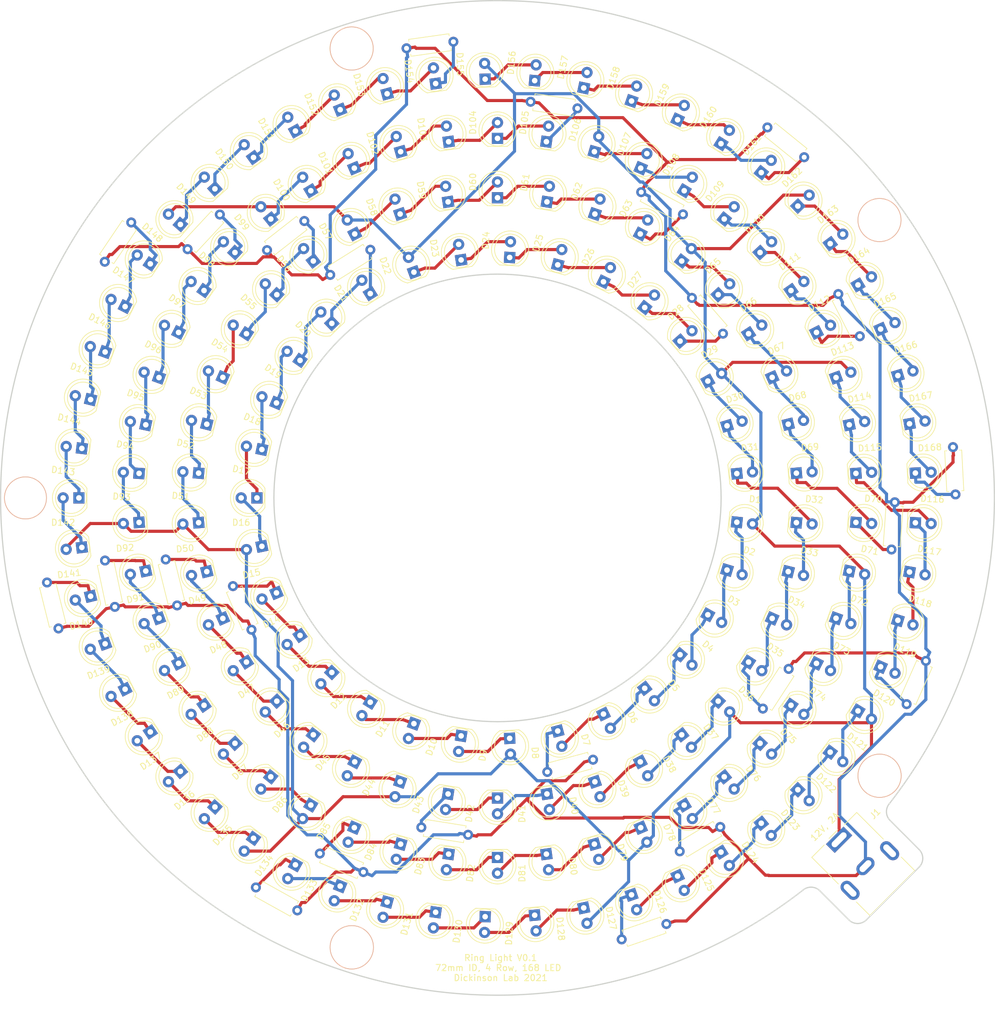
<source format=kicad_pcb>
(kicad_pcb (version 20171130) (host pcbnew 5.1.9-73d0e3b20d~88~ubuntu20.10.1)
  (layers (0 F.Cu signal) (31 B.Cu signal) (34 B.Paste user) (35 F.Paste user) (36 B.SilkS user) (37 F.SilkS user) (38 B.Mask user) (39 F.Mask user) (44 Edge.Cuts user))
  (net 0 "")
  (net 1 +12V)
  (net 2 "Net-(D1-Pad1)")
  (net 3 "Net-(D2-Pad1)")
  (net 4 "Net-(D3-Pad1)")
  (net 5 "Net-(D4-Pad1)")
  (net 6 "Net-(D5-Pad1)")
  (net 7 "Net-(D6-Pad1)")
  (net 8 "Net-(D7-Pad1)")
  (net 9 "Net-(D8-Pad1)")
  (net 10 "Net-(D10-Pad2)")
  (net 11 "Net-(D10-Pad1)")
  (net 12 "Net-(D11-Pad1)")
  (net 13 "Net-(D12-Pad1)")
  (net 14 "Net-(D13-Pad1)")
  (net 15 "Net-(D14-Pad1)")
  (net 16 "Net-(D15-Pad1)")
  (net 17 "Net-(D16-Pad1)")
  (net 18 "Net-(D17-Pad1)")
  (net 19 "Net-(D18-Pad1)")
  (net 20 "Net-(D19-Pad1)")
  (net 21 "Net-(D20-Pad1)")
  (net 22 "Net-(D21-Pad1)")
  (net 23 "Net-(D22-Pad1)")
  (net 24 "Net-(D23-Pad1)")
  (net 25 "Net-(D24-Pad1)")
  (net 26 "Net-(D25-Pad1)")
  (net 27 "Net-(D26-Pad1)")
  (net 28 "Net-(D27-Pad1)")
  (net 29 "Net-(D28-Pad1)")
  (net 30 "Net-(D29-Pad1)")
  (net 31 "Net-(D30-Pad1)")
  (net 32 "Net-(D31-Pad1)")
  (net 33 "Net-(D32-Pad1)")
  (net 34 "Net-(D33-Pad1)")
  (net 35 "Net-(D34-Pad1)")
  (net 36 "Net-(D35-Pad1)")
  (net 37 "Net-(D36-Pad1)")
  (net 38 "Net-(D37-Pad1)")
  (net 39 "Net-(D38-Pad1)")
  (net 40 "Net-(D39-Pad1)")
  (net 41 "Net-(D40-Pad1)")
  (net 42 "Net-(D41-Pad1)")
  (net 43 "Net-(D42-Pad1)")
  (net 44 "Net-(D43-Pad1)")
  (net 45 "Net-(D44-Pad1)")
  (net 46 "Net-(D45-Pad1)")
  (net 47 "Net-(D46-Pad1)")
  (net 48 "Net-(D47-Pad1)")
  (net 49 "Net-(D48-Pad1)")
  (net 50 "Net-(D49-Pad1)")
  (net 51 "Net-(D50-Pad1)")
  (net 52 "Net-(D51-Pad1)")
  (net 53 "Net-(D52-Pad1)")
  (net 54 "Net-(D53-Pad1)")
  (net 55 "Net-(D54-Pad1)")
  (net 56 "Net-(D55-Pad1)")
  (net 57 "Net-(D56-Pad1)")
  (net 58 "Net-(D57-Pad1)")
  (net 59 "Net-(D58-Pad1)")
  (net 60 "Net-(D59-Pad1)")
  (net 61 "Net-(D60-Pad1)")
  (net 62 "Net-(D61-Pad1)")
  (net 63 "Net-(D62-Pad1)")
  (net 64 "Net-(D63-Pad1)")
  (net 65 "Net-(D64-Pad1)")
  (net 66 "Net-(D65-Pad1)")
  (net 67 "Net-(D66-Pad1)")
  (net 68 "Net-(D67-Pad1)")
  (net 69 "Net-(D68-Pad1)")
  (net 70 "Net-(D69-Pad1)")
  (net 71 "Net-(D70-Pad1)")
  (net 72 "Net-(D71-Pad1)")
  (net 73 "Net-(D72-Pad1)")
  (net 74 "Net-(D73-Pad1)")
  (net 75 "Net-(D74-Pad1)")
  (net 76 "Net-(D75-Pad1)")
  (net 77 "Net-(D76-Pad1)")
  (net 78 "Net-(D77-Pad1)")
  (net 79 "Net-(D78-Pad1)")
  (net 80 "Net-(D79-Pad1)")
  (net 81 "Net-(D80-Pad1)")
  (net 82 "Net-(D81-Pad1)")
  (net 83 "Net-(D82-Pad1)")
  (net 84 "Net-(D83-Pad1)")
  (net 85 "Net-(D84-Pad1)")
  (net 86 "Net-(D85-Pad1)")
  (net 87 "Net-(D86-Pad1)")
  (net 88 "Net-(D87-Pad1)")
  (net 89 "Net-(D88-Pad1)")
  (net 90 "Net-(D89-Pad1)")
  (net 91 "Net-(D90-Pad1)")
  (net 92 "Net-(D91-Pad1)")
  (net 93 "Net-(D92-Pad1)")
  (net 94 "Net-(D93-Pad1)")
  (net 95 "Net-(D94-Pad1)")
  (net 96 "Net-(D95-Pad1)")
  (net 97 "Net-(D96-Pad1)")
  (net 98 "Net-(D97-Pad1)")
  (net 99 "Net-(D98-Pad1)")
  (net 100 "Net-(D100-Pad2)")
  (net 101 "Net-(D100-Pad1)")
  (net 102 "Net-(D101-Pad1)")
  (net 103 "Net-(D102-Pad1)")
  (net 104 "Net-(D103-Pad1)")
  (net 105 "Net-(D104-Pad1)")
  (net 106 "Net-(D105-Pad1)")
  (net 107 "Net-(D106-Pad1)")
  (net 108 "Net-(D107-Pad1)")
  (net 109 "Net-(D108-Pad1)")
  (net 110 "Net-(D109-Pad1)")
  (net 111 "Net-(D110-Pad1)")
  (net 112 "Net-(D111-Pad1)")
  (net 113 "Net-(D112-Pad1)")
  (net 114 "Net-(D113-Pad1)")
  (net 115 "Net-(D114-Pad1)")
  (net 116 "Net-(D115-Pad1)")
  (net 117 "Net-(D116-Pad1)")
  (net 118 "Net-(D117-Pad1)")
  (net 119 "Net-(D118-Pad1)")
  (net 120 "Net-(D119-Pad1)")
  (net 121 "Net-(D120-Pad1)")
  (net 122 "Net-(D121-Pad1)")
  (net 123 "Net-(D122-Pad1)")
  (net 124 "Net-(D123-Pad1)")
  (net 125 "Net-(D124-Pad1)")
  (net 126 "Net-(D125-Pad1)")
  (net 127 "Net-(D126-Pad1)")
  (net 128 "Net-(D127-Pad1)")
  (net 129 "Net-(D128-Pad1)")
  (net 130 "Net-(D129-Pad1)")
  (net 131 "Net-(D130-Pad1)")
  (net 132 "Net-(D131-Pad1)")
  (net 133 "Net-(D132-Pad1)")
  (net 134 "Net-(D133-Pad1)")
  (net 135 "Net-(D134-Pad1)")
  (net 136 "Net-(D135-Pad1)")
  (net 137 "Net-(D136-Pad1)")
  (net 138 "Net-(D137-Pad1)")
  (net 139 "Net-(D138-Pad1)")
  (net 140 "Net-(D139-Pad1)")
  (net 141 "Net-(D140-Pad1)")
  (net 142 "Net-(D141-Pad1)")
  (net 143 "Net-(D142-Pad1)")
  (net 144 "Net-(D143-Pad1)")
  (net 145 "Net-(D144-Pad1)")
  (net 146 "Net-(D145-Pad1)")
  (net 147 "Net-(D146-Pad1)")
  (net 148 "Net-(D147-Pad1)")
  (net 149 "Net-(D148-Pad1)")
  (net 150 "Net-(D149-Pad1)")
  (net 151 "Net-(D150-Pad1)")
  (net 152 "Net-(D151-Pad1)")
  (net 153 "Net-(D152-Pad1)")
  (net 154 "Net-(D153-Pad1)")
  (net 155 "Net-(D154-Pad1)")
  (net 156 "Net-(D155-Pad1)")
  (net 157 "Net-(D156-Pad1)")
  (net 158 "Net-(D157-Pad1)")
  (net 159 "Net-(D158-Pad1)")
  (net 160 "Net-(D159-Pad1)")
  (net 161 "Net-(D160-Pad1)")
  (net 162 "Net-(D161-Pad1)")
  (net 163 "Net-(D162-Pad1)")
  (net 164 "Net-(D163-Pad1)")
  (net 165 "Net-(D164-Pad1)")
  (net 166 "Net-(D165-Pad1)")
  (net 167 "Net-(D166-Pad1)")
  (net 168 "Net-(D167-Pad1)")
  (net 169 "Net-(D168-Pad1)")
  (net 170 GND)
  (module MountingHole:MountingHole_3.2mm_M3 (layer F.Cu) (at 161.485 55.3283)
    (fp_text reference M5)
    (fp_text value " ")
    (pad 1 np_thru_hole circle (at 0 0) (size 3.2 3.2) (drill 3.2) (layers *.Cu *.Mask))
  )
  (module MountingHole:MountingHole_3.2mm_M3 (layer F.Cu) (at 76.5147 27.7197)
    (fp_text reference M4)
    (fp_text value "")
    (pad 1 np_thru_hole circle (at 0 0) (size 3.2 3.2) (drill 3.2) (layers *.Cu *.Mask))
  )
  (module MountingHole:MountingHole_3.2mm_M3 (layer F.Cu) (at 24 100)
    (fp_text reference M3)
    (fp_text value " ")
    (pad 1 np_thru_hole circle (at 0 0) (size 3.2 3.2) (drill 3.2) (layers *.Cu *.Mask))
  )
  (module MountingHole:MountingHole_3.2mm_M3 (layer F.Cu) (at 76.5147 172.28)
    (fp_text reference M2)
    (fp_text value " ")
    (pad 1 np_thru_hole circle (at 0 0) (size 3.2 3.2) (drill 3.2) (layers *.Cu *.Mask))
  )
  (module MountingHole:MountingHole_3.2mm_M3 (layer F.Cu) (at 161.485 144.672)
    (fp_text reference M1)
    (fp_text value " ")
    (pad 1 np_thru_hole circle (at 0 0) (size 3.2 3.2) (drill 3.2) (layers *.Cu *.Mask))
  )
  (module LED_5mm_centered:LED_D5mm_centered (layer F.Cu) (at 139.795 104.047 354)
    (fp_text reference D1 (at 1.27 -3.96 354) (layer F.SilkS))
    (fp_text value LED_ALT hide)
    (pad 2 thru_hole circle (at 1.27 0 354) (size 1.8 1.8) (drill 0.9) (layers *.Cu *.Mask) (net 1 +12V))
    (pad 1 thru_hole rect (at -1.27 0 354) (size 1.8 1.8) (drill 0.9) (layers *.Cu *.Mask) (net 2 "Net-(D1-Pad1)"))
  )
  (module LED_5mm_centered:LED_D5mm_centered (layer F.Cu) (at 138.166 111.975 343)
    (fp_text reference D2 (at 1.27 -3.96 343) (layer F.SilkS))
    (fp_text value LED_ALT hide)
    (pad 2 thru_hole circle (at 1.27 0 343) (size 1.8 1.8) (drill 0.9) (layers *.Cu *.Mask) (net 2 "Net-(D1-Pad1)"))
    (pad 1 thru_hole rect (at -1.27 0 343) (size 1.8 1.8) (drill 0.9) (layers *.Cu *.Mask) (net 3 "Net-(D2-Pad1)"))
  )
  (module LED_5mm_centered:LED_D5mm_centered (layer F.Cu) (at 134.974 119.412 331)
    (fp_text reference D3 (at 1.27 -3.96 331) (layer F.SilkS))
    (fp_text value LED_ALT hide)
    (pad 2 thru_hole circle (at 1.27 0 331) (size 1.8 1.8) (drill 0.9) (layers *.Cu *.Mask) (net 3 "Net-(D2-Pad1)"))
    (pad 1 thru_hole rect (at -1.27 0 331) (size 1.8 1.8) (drill 0.9) (layers *.Cu *.Mask) (net 4 "Net-(D3-Pad1)"))
  )
  (module LED_5mm_centered:LED_D5mm_centered (layer F.Cu) (at 130.35 126.055 319)
    (fp_text reference D4 (at 1.27 -3.96 319) (layer F.SilkS))
    (fp_text value LED_ALT hide)
    (pad 2 thru_hole circle (at 1.27 0 319) (size 1.8 1.8) (drill 0.9) (layers *.Cu *.Mask) (net 4 "Net-(D3-Pad1)"))
    (pad 1 thru_hole rect (at -1.27 0 319) (size 1.8 1.8) (drill 0.9) (layers *.Cu *.Mask) (net 5 "Net-(D4-Pad1)"))
  )
  (module LED_5mm_centered:LED_D5mm_centered (layer F.Cu) (at 124.484 131.631 308)
    (fp_text reference D5 (at 1.27 -3.96 308) (layer F.SilkS))
    (fp_text value LED_ALT hide)
    (pad 2 thru_hole circle (at 1.27 0 308) (size 1.8 1.8) (drill 0.9) (layers *.Cu *.Mask) (net 5 "Net-(D4-Pad1)"))
    (pad 1 thru_hole rect (at -1.27 0 308) (size 1.8 1.8) (drill 0.9) (layers *.Cu *.Mask) (net 6 "Net-(D5-Pad1)"))
  )
  (module LED_5mm_centered:LED_D5mm_centered (layer F.Cu) (at 117.616 135.912 296)
    (fp_text reference D6 (at 1.27 -3.96 296) (layer F.SilkS))
    (fp_text value LED_ALT hide)
    (pad 2 thru_hole circle (at 1.27 0 296) (size 1.8 1.8) (drill 0.9) (layers *.Cu *.Mask) (net 6 "Net-(D5-Pad1)"))
    (pad 1 thru_hole rect (at -1.27 0 296) (size 1.8 1.8) (drill 0.9) (layers *.Cu *.Mask) (net 7 "Net-(D6-Pad1)"))
  )
  (module LED_5mm_centered:LED_D5mm_centered (layer F.Cu) (at 110.026 138.723 285)
    (fp_text reference D7 (at 1.27 -3.96 285) (layer F.SilkS))
    (fp_text value LED_ALT hide)
    (pad 2 thru_hole circle (at 1.27 0 285) (size 1.8 1.8) (drill 0.9) (layers *.Cu *.Mask) (net 7 "Net-(D6-Pad1)"))
    (pad 1 thru_hole rect (at -1.27 0 285) (size 1.8 1.8) (drill 0.9) (layers *.Cu *.Mask) (net 8 "Net-(D7-Pad1)"))
  )
  (module LED_5mm_centered:LED_D5mm_centered (layer F.Cu) (at 102.026 139.949 273)
    (fp_text reference D8 (at 1.27 -3.96 273) (layer F.SilkS))
    (fp_text value LED_ALT hide)
    (pad 2 thru_hole circle (at 1.27 0 273) (size 1.8 1.8) (drill 0.9) (layers *.Cu *.Mask) (net 1 +12V))
    (pad 1 thru_hole rect (at -1.27 0 273) (size 1.8 1.8) (drill 0.9) (layers *.Cu *.Mask) (net 9 "Net-(D8-Pad1)"))
  )
  (module LED_5mm_centered:LED_D5mm_centered (layer F.Cu) (at 93.9429 139.539 261)
    (fp_text reference D9 (at 1.27 -3.96 261) (layer F.SilkS))
    (fp_text value LED_ALT hide)
    (pad 2 thru_hole circle (at 1.27 0 261) (size 1.8 1.8) (drill 0.9) (layers *.Cu *.Mask) (net 9 "Net-(D8-Pad1)"))
    (pad 1 thru_hole rect (at -1.27 0 261) (size 1.8 1.8) (drill 0.9) (layers *.Cu *.Mask) (net 10 "Net-(D10-Pad2)"))
  )
  (module LED_5mm_centered:LED_D5mm_centered (layer F.Cu) (at 86.1078 137.51 250)
    (fp_text reference D10 (at 1.27 -3.96 250) (layer F.SilkS))
    (fp_text value LED_ALT hide)
    (pad 2 thru_hole circle (at 1.27 0 250) (size 1.8 1.8) (drill 0.9) (layers *.Cu *.Mask) (net 10 "Net-(D10-Pad2)"))
    (pad 1 thru_hole rect (at -1.27 0 250) (size 1.8 1.8) (drill 0.9) (layers *.Cu *.Mask) (net 11 "Net-(D10-Pad1)"))
  )
  (module LED_5mm_centered:LED_D5mm_centered (layer F.Cu) (at 78.8414 133.946 238)
    (fp_text reference D11 (at 1.27 -3.96 238) (layer F.SilkS))
    (fp_text value LED_ALT hide)
    (pad 2 thru_hole circle (at 1.27 0 238) (size 1.8 1.8) (drill 0.9) (layers *.Cu *.Mask) (net 11 "Net-(D10-Pad1)"))
    (pad 1 thru_hole rect (at -1.27 0 238) (size 1.8 1.8) (drill 0.9) (layers *.Cu *.Mask) (net 12 "Net-(D11-Pad1)"))
  )
  (module LED_5mm_centered:LED_D5mm_centered (layer F.Cu) (at 72.4413 128.992 226)
    (fp_text reference D12 (at 1.270001 -3.96 226) (layer F.SilkS))
    (fp_text value LED_ALT hide)
    (pad 2 thru_hole circle (at 1.27 0 226) (size 1.8 1.8) (drill 0.9) (layers *.Cu *.Mask) (net 12 "Net-(D11-Pad1)"))
    (pad 1 thru_hole rect (at -1.27 0 226) (size 1.8 1.8) (drill 0.9) (layers *.Cu *.Mask) (net 13 "Net-(D12-Pad1)"))
  )
  (module LED_5mm_centered:LED_D5mm_centered (layer F.Cu) (at 67.1695 122.851 215)
    (fp_text reference D13 (at 1.27 -3.96 215) (layer F.SilkS))
    (fp_text value LED_ALT hide)
    (pad 2 thru_hole circle (at 1.27 0 215) (size 1.8 1.8) (drill 0.9) (layers *.Cu *.Mask) (net 13 "Net-(D12-Pad1)"))
    (pad 1 thru_hole rect (at -1.27 0 215) (size 1.8 1.8) (drill 0.9) (layers *.Cu *.Mask) (net 14 "Net-(D13-Pad1)"))
  )
  (module LED_5mm_centered:LED_D5mm_centered (layer F.Cu) (at 63.2417 115.774 203)
    (fp_text reference D14 (at 1.27 -3.96 203) (layer F.SilkS))
    (fp_text value LED_ALT hide)
    (pad 2 thru_hole circle (at 1.27 0 203) (size 1.8 1.8) (drill 0.9) (layers *.Cu *.Mask) (net 14 "Net-(D13-Pad1)"))
    (pad 1 thru_hole rect (at -1.27 0 203) (size 1.8 1.8) (drill 0.9) (layers *.Cu *.Mask) (net 15 "Net-(D14-Pad1)"))
  )
  (module LED_5mm_centered:LED_D5mm_centered (layer F.Cu) (at 60.8188 108.052 192)
    (fp_text reference D15 (at 1.27 -3.96 192) (layer F.SilkS))
    (fp_text value LED_ALT hide)
    (pad 2 thru_hole circle (at 1.27 0 192) (size 1.8 1.8) (drill 0.9) (layers *.Cu *.Mask) (net 1 +12V))
    (pad 1 thru_hole rect (at -1.27 0 192) (size 1.8 1.8) (drill 0.9) (layers *.Cu *.Mask) (net 16 "Net-(D15-Pad1)"))
  )
  (module LED_5mm_centered:LED_D5mm_centered (layer F.Cu) (at 60 100 180)
    (fp_text reference D16 (at 1.27 -3.96 180) (layer F.SilkS))
    (fp_text value LED_ALT hide)
    (pad 2 thru_hole circle (at 1.27 0 180) (size 1.8 1.8) (drill 0.9) (layers *.Cu *.Mask) (net 16 "Net-(D15-Pad1)"))
    (pad 1 thru_hole rect (at -1.27 0 180) (size 1.8 1.8) (drill 0.9) (layers *.Cu *.Mask) (net 17 "Net-(D16-Pad1)"))
  )
  (module LED_5mm_centered:LED_D5mm_centered (layer F.Cu) (at 60.8188 91.9481 168)
    (fp_text reference D17 (at 1.27 -3.96 168) (layer F.SilkS))
    (fp_text value LED_ALT hide)
    (pad 2 thru_hole circle (at 1.27 0 168) (size 1.8 1.8) (drill 0.9) (layers *.Cu *.Mask) (net 17 "Net-(D16-Pad1)"))
    (pad 1 thru_hole rect (at -1.27 0 168) (size 1.8 1.8) (drill 0.9) (layers *.Cu *.Mask) (net 18 "Net-(D17-Pad1)"))
  )
  (module LED_5mm_centered:LED_D5mm_centered (layer F.Cu) (at 63.2417 84.2258 157)
    (fp_text reference D18 (at 1.269999 -3.96 157) (layer F.SilkS))
    (fp_text value LED_ALT hide)
    (pad 2 thru_hole circle (at 1.27 0 157) (size 1.8 1.8) (drill 0.9) (layers *.Cu *.Mask) (net 18 "Net-(D17-Pad1)"))
    (pad 1 thru_hole rect (at -1.27 0 157) (size 1.8 1.8) (drill 0.9) (layers *.Cu *.Mask) (net 19 "Net-(D18-Pad1)"))
  )
  (module LED_5mm_centered:LED_D5mm_centered (layer F.Cu) (at 67.1695 77.1493 145)
    (fp_text reference D19 (at 1.27 -3.96 145) (layer F.SilkS))
    (fp_text value LED_ALT hide)
    (pad 2 thru_hole circle (at 1.27 0 145) (size 1.8 1.8) (drill 0.9) (layers *.Cu *.Mask) (net 19 "Net-(D18-Pad1)"))
    (pad 1 thru_hole rect (at -1.27 0 145) (size 1.8 1.8) (drill 0.9) (layers *.Cu *.Mask) (net 20 "Net-(D19-Pad1)"))
  )
  (module LED_5mm_centered:LED_D5mm_centered (layer F.Cu) (at 72.4413 71.0083 134)
    (fp_text reference D20 (at 1.27 -3.96 134) (layer F.SilkS))
    (fp_text value LED_ALT hide)
    (pad 2 thru_hole circle (at 1.27 0 134) (size 1.8 1.8) (drill 0.9) (layers *.Cu *.Mask) (net 20 "Net-(D19-Pad1)"))
    (pad 1 thru_hole rect (at -1.27 0 134) (size 1.8 1.8) (drill 0.9) (layers *.Cu *.Mask) (net 21 "Net-(D20-Pad1)"))
  )
  (module LED_5mm_centered:LED_D5mm_centered (layer F.Cu) (at 78.8414 66.0542 122)
    (fp_text reference D21 (at 1.27 -3.96 122) (layer F.SilkS))
    (fp_text value LED_ALT hide)
    (pad 2 thru_hole circle (at 1.27 0 122) (size 1.8 1.8) (drill 0.9) (layers *.Cu *.Mask) (net 21 "Net-(D20-Pad1)"))
    (pad 1 thru_hole rect (at -1.27 0 122) (size 1.8 1.8) (drill 0.9) (layers *.Cu *.Mask) (net 22 "Net-(D21-Pad1)"))
  )
  (module LED_5mm_centered:LED_D5mm_centered (layer F.Cu) (at 86.1078 62.4899 110)
    (fp_text reference D22 (at 1.27 -3.96 110) (layer F.SilkS))
    (fp_text value LED_ALT hide)
    (pad 2 thru_hole circle (at 1.27 0 110) (size 1.8 1.8) (drill 0.9) (layers *.Cu *.Mask) (net 1 +12V))
    (pad 1 thru_hole rect (at -1.27 0 110) (size 1.8 1.8) (drill 0.9) (layers *.Cu *.Mask) (net 23 "Net-(D22-Pad1)"))
  )
  (module LED_5mm_centered:LED_D5mm_centered (layer F.Cu) (at 93.9429 60.4613 99)
    (fp_text reference D23 (at 1.27 -3.96 99) (layer F.SilkS))
    (fp_text value LED_ALT hide)
    (pad 2 thru_hole circle (at 1.27 0 99) (size 1.8 1.8) (drill 0.9) (layers *.Cu *.Mask) (net 23 "Net-(D22-Pad1)"))
    (pad 1 thru_hole rect (at -1.27 0 99) (size 1.8 1.8) (drill 0.9) (layers *.Cu *.Mask) (net 24 "Net-(D23-Pad1)"))
  )
  (module LED_5mm_centered:LED_D5mm_centered (layer F.Cu) (at 102.026 60.0513 87)
    (fp_text reference D24 (at 1.27 -3.96 87) (layer F.SilkS))
    (fp_text value LED_ALT hide)
    (pad 2 thru_hole circle (at 1.27 0 87) (size 1.8 1.8) (drill 0.9) (layers *.Cu *.Mask) (net 24 "Net-(D23-Pad1)"))
    (pad 1 thru_hole rect (at -1.27 0 87) (size 1.8 1.8) (drill 0.9) (layers *.Cu *.Mask) (net 25 "Net-(D24-Pad1)"))
  )
  (module LED_5mm_centered:LED_D5mm_centered (layer F.Cu) (at 110.026 61.2769 75)
    (fp_text reference D25 (at 1.27 -3.96 75) (layer F.SilkS))
    (fp_text value LED_ALT hide)
    (pad 2 thru_hole circle (at 1.27 0 75) (size 1.8 1.8) (drill 0.9) (layers *.Cu *.Mask) (net 25 "Net-(D24-Pad1)"))
    (pad 1 thru_hole rect (at -1.27 0 75) (size 1.8 1.8) (drill 0.9) (layers *.Cu *.Mask) (net 26 "Net-(D25-Pad1)"))
  )
  (module LED_5mm_centered:LED_D5mm_centered (layer F.Cu) (at 117.616 64.0878 64)
    (fp_text reference D26 (at 1.27 -3.96 64) (layer F.SilkS))
    (fp_text value LED_ALT hide)
    (pad 2 thru_hole circle (at 1.27 0 64) (size 1.8 1.8) (drill 0.9) (layers *.Cu *.Mask) (net 26 "Net-(D25-Pad1)"))
    (pad 1 thru_hole rect (at -1.27 0 64) (size 1.8 1.8) (drill 0.9) (layers *.Cu *.Mask) (net 27 "Net-(D26-Pad1)"))
  )
  (module LED_5mm_centered:LED_D5mm_centered (layer F.Cu) (at 124.484 68.369 52)
    (fp_text reference D27 (at 1.27 -3.96 52) (layer F.SilkS))
    (fp_text value LED_ALT hide)
    (pad 2 thru_hole circle (at 1.27 0 52) (size 1.8 1.8) (drill 0.9) (layers *.Cu *.Mask) (net 27 "Net-(D26-Pad1)"))
    (pad 1 thru_hole rect (at -1.27 0 52) (size 1.8 1.8) (drill 0.9) (layers *.Cu *.Mask) (net 28 "Net-(D27-Pad1)"))
  )
  (module LED_5mm_centered:LED_D5mm_centered (layer F.Cu) (at 130.35 73.9451 41)
    (fp_text reference D28 (at 1.27 -3.96 41) (layer F.SilkS))
    (fp_text value LED_ALT hide)
    (pad 2 thru_hole circle (at 1.27 0 41) (size 1.8 1.8) (drill 0.9) (layers *.Cu *.Mask) (net 28 "Net-(D27-Pad1)"))
    (pad 1 thru_hole rect (at -1.27 0 41) (size 1.8 1.8) (drill 0.9) (layers *.Cu *.Mask) (net 29 "Net-(D28-Pad1)"))
  )
  (module LED_5mm_centered:LED_D5mm_centered (layer F.Cu) (at 134.974 80.5879 29)
    (fp_text reference D29 (at 1.27 -3.96 29) (layer F.SilkS))
    (fp_text value LED_ALT hide)
    (pad 2 thru_hole circle (at 1.27 0 29) (size 1.8 1.8) (drill 0.9) (layers *.Cu *.Mask) (net 1 +12V))
    (pad 1 thru_hole rect (at -1.27 0 29) (size 1.8 1.8) (drill 0.9) (layers *.Cu *.Mask) (net 30 "Net-(D29-Pad1)"))
  )
  (module LED_5mm_centered:LED_D5mm_centered (layer F.Cu) (at 138.166 88.0255 17)
    (fp_text reference D30 (at 1.27 -3.96 17) (layer F.SilkS))
    (fp_text value LED_ALT hide)
    (pad 2 thru_hole circle (at 1.27 0 17) (size 1.8 1.8) (drill 0.9) (layers *.Cu *.Mask) (net 30 "Net-(D29-Pad1)"))
    (pad 1 thru_hole rect (at -1.27 0 17) (size 1.8 1.8) (drill 0.9) (layers *.Cu *.Mask) (net 31 "Net-(D30-Pad1)"))
  )
  (module LED_5mm_centered:LED_D5mm_centered (layer F.Cu) (at 139.795 95.9533 6)
    (fp_text reference D31 (at 1.27 -3.96 6) (layer F.SilkS))
    (fp_text value LED_ALT hide)
    (pad 2 thru_hole circle (at 1.27 0 6) (size 1.8 1.8) (drill 0.9) (layers *.Cu *.Mask) (net 31 "Net-(D30-Pad1)"))
    (pad 1 thru_hole rect (at -1.27 0 6) (size 1.8 1.8) (drill 0.9) (layers *.Cu *.Mask) (net 32 "Net-(D31-Pad1)"))
  )
  (module LED_5mm_centered:LED_D5mm_centered (layer F.Cu) (at 149.386 104.092 355)
    (fp_text reference D32 (at 1.27 -3.96 355) (layer F.SilkS))
    (fp_text value LED_ALT hide)
    (pad 2 thru_hole circle (at 1.27 0 355) (size 1.8 1.8) (drill 0.9) (layers *.Cu *.Mask) (net 32 "Net-(D31-Pad1)"))
    (pad 1 thru_hole rect (at -1.27 0 355) (size 1.8 1.8) (drill 0.9) (layers *.Cu *.Mask) (net 33 "Net-(D32-Pad1)"))
  )
  (module LED_5mm_centered:LED_D5mm_centered (layer F.Cu) (at 148.039 112.165 346)
    (fp_text reference D33 (at 1.27 -3.96 346) (layer F.SilkS))
    (fp_text value LED_ALT hide)
    (pad 2 thru_hole circle (at 1.27 0 346) (size 1.8 1.8) (drill 0.9) (layers *.Cu *.Mask) (net 33 "Net-(D32-Pad1)"))
    (pad 1 thru_hole rect (at -1.27 0 346) (size 1.8 1.8) (drill 0.9) (layers *.Cu *.Mask) (net 34 "Net-(D33-Pad1)"))
  )
  (module LED_5mm_centered:LED_D5mm_centered (layer F.Cu) (at 145.382 119.906 336)
    (fp_text reference D34 (at 1.27 -3.96 336) (layer F.SilkS))
    (fp_text value LED_ALT hide)
    (pad 2 thru_hole circle (at 1.27 0 336) (size 1.8 1.8) (drill 0.9) (layers *.Cu *.Mask) (net 34 "Net-(D33-Pad1)"))
    (pad 1 thru_hole rect (at -1.27 0 336) (size 1.8 1.8) (drill 0.9) (layers *.Cu *.Mask) (net 35 "Net-(D34-Pad1)"))
  )
  (module LED_5mm_centered:LED_D5mm_centered (layer F.Cu) (at 141.486 127.104 327)
    (fp_text reference D35 (at 1.27 -3.96 327) (layer F.SilkS))
    (fp_text value LED_ALT hide)
    (pad 2 thru_hole circle (at 1.27 0 327) (size 1.8 1.8) (drill 0.9) (layers *.Cu *.Mask) (net 35 "Net-(D34-Pad1)"))
    (pad 1 thru_hole rect (at -1.27 0 327) (size 1.8 1.8) (drill 0.9) (layers *.Cu *.Mask) (net 36 "Net-(D35-Pad1)"))
  )
  (module LED_5mm_centered:LED_D5mm_centered (layer F.Cu) (at 136.459 133.563 317)
    (fp_text reference D36 (at 1.27 -3.96 317) (layer F.SilkS))
    (fp_text value LED_ALT hide)
    (pad 2 thru_hole circle (at 1.27 0 317) (size 1.8 1.8) (drill 0.9) (layers *.Cu *.Mask) (net 1 +12V))
    (pad 1 thru_hole rect (at -1.27 0 317) (size 1.8 1.8) (drill 0.9) (layers *.Cu *.Mask) (net 37 "Net-(D36-Pad1)"))
  )
  (module LED_5mm_centered:LED_D5mm_centered (layer F.Cu) (at 130.438 139.106 308)
    (fp_text reference D37 (at 1.27 -3.96 308) (layer F.SilkS))
    (fp_text value LED_ALT hide)
    (pad 2 thru_hole circle (at 1.27 0 308) (size 1.8 1.8) (drill 0.9) (layers *.Cu *.Mask) (net 37 "Net-(D36-Pad1)"))
    (pad 1 thru_hole rect (at -1.27 0 308) (size 1.8 1.8) (drill 0.9) (layers *.Cu *.Mask) (net 38 "Net-(D37-Pad1)"))
  )
  (module LED_5mm_centered:LED_D5mm_centered (layer F.Cu) (at 123.586 143.583 298)
    (fp_text reference D38 (at 1.27 -3.96 298) (layer F.SilkS))
    (fp_text value LED_ALT hide)
    (pad 2 thru_hole circle (at 1.27 0 298) (size 1.8 1.8) (drill 0.9) (layers *.Cu *.Mask) (net 38 "Net-(D37-Pad1)"))
    (pad 1 thru_hole rect (at -1.27 0 298) (size 1.8 1.8) (drill 0.9) (layers *.Cu *.Mask) (net 39 "Net-(D38-Pad1)"))
  )
  (module LED_5mm_centered:LED_D5mm_centered (layer F.Cu) (at 116.091 146.87 289)
    (fp_text reference D39 (at 1.27 -3.96 289) (layer F.SilkS))
    (fp_text value LED_ALT hide)
    (pad 2 thru_hole circle (at 1.27 0 289) (size 1.8 1.8) (drill 0.9) (layers *.Cu *.Mask) (net 39 "Net-(D38-Pad1)"))
    (pad 1 thru_hole rect (at -1.27 0 289) (size 1.8 1.8) (drill 0.9) (layers *.Cu *.Mask) (net 40 "Net-(D39-Pad1)"))
  )
  (module LED_5mm_centered:LED_D5mm_centered (layer F.Cu) (at 108.157 148.88 279)
    (fp_text reference D40 (at 1.27 -3.96 279) (layer F.SilkS))
    (fp_text value LED_ALT hide)
    (pad 2 thru_hole circle (at 1.27 0 279) (size 1.8 1.8) (drill 0.9) (layers *.Cu *.Mask) (net 40 "Net-(D39-Pad1)"))
    (pad 1 thru_hole rect (at -1.27 0 279) (size 1.8 1.8) (drill 0.9) (layers *.Cu *.Mask) (net 41 "Net-(D40-Pad1)"))
  )
  (module LED_5mm_centered:LED_D5mm_centered (layer F.Cu) (at 100 149.556 270)
    (fp_text reference D41 (at 1.27 -3.96 270) (layer F.SilkS))
    (fp_text value LED_ALT hide)
    (pad 2 thru_hole circle (at 1.27 0 270) (size 1.8 1.8) (drill 0.9) (layers *.Cu *.Mask) (net 41 "Net-(D40-Pad1)"))
    (pad 1 thru_hole rect (at -1.27 0 270) (size 1.8 1.8) (drill 0.9) (layers *.Cu *.Mask) (net 42 "Net-(D41-Pad1)"))
  )
  (module LED_5mm_centered:LED_D5mm_centered (layer F.Cu) (at 91.8434 148.88 261)
    (fp_text reference D42 (at 1.27 -3.96 261) (layer F.SilkS))
    (fp_text value LED_ALT hide)
    (pad 2 thru_hole circle (at 1.27 0 261) (size 1.8 1.8) (drill 0.9) (layers *.Cu *.Mask) (net 42 "Net-(D41-Pad1)"))
    (pad 1 thru_hole rect (at -1.27 0 261) (size 1.8 1.8) (drill 0.9) (layers *.Cu *.Mask) (net 43 "Net-(D42-Pad1)"))
  )
  (module LED_5mm_centered:LED_D5mm_centered (layer F.Cu) (at 83.9093 146.87 251)
    (fp_text reference D43 (at 1.27 -3.96 251) (layer F.SilkS))
    (fp_text value LED_ALT hide)
    (pad 2 thru_hole circle (at 1.27 0 251) (size 1.8 1.8) (drill 0.9) (layers *.Cu *.Mask) (net 1 +12V))
    (pad 1 thru_hole rect (at -1.27 0 251) (size 1.8 1.8) (drill 0.9) (layers *.Cu *.Mask) (net 44 "Net-(D43-Pad1)"))
  )
  (module LED_5mm_centered:LED_D5mm_centered (layer F.Cu) (at 76.4142 143.583 242)
    (fp_text reference D44 (at 1.27 -3.96 242) (layer F.SilkS))
    (fp_text value LED_ALT hide)
    (pad 2 thru_hole circle (at 1.27 0 242) (size 1.8 1.8) (drill 0.9) (layers *.Cu *.Mask) (net 44 "Net-(D43-Pad1)"))
    (pad 1 thru_hole rect (at -1.27 0 242) (size 1.8 1.8) (drill 0.9) (layers *.Cu *.Mask) (net 45 "Net-(D44-Pad1)"))
  )
  (module LED_5mm_centered:LED_D5mm_centered (layer F.Cu) (at 69.5623 139.106 232)
    (fp_text reference D45 (at 1.27 -3.96 232) (layer F.SilkS))
    (fp_text value LED_ALT hide)
    (pad 2 thru_hole circle (at 1.27 0 232) (size 1.8 1.8) (drill 0.9) (layers *.Cu *.Mask) (net 45 "Net-(D44-Pad1)"))
    (pad 1 thru_hole rect (at -1.27 0 232) (size 1.8 1.8) (drill 0.9) (layers *.Cu *.Mask) (net 46 "Net-(D45-Pad1)"))
  )
  (module LED_5mm_centered:LED_D5mm_centered (layer F.Cu) (at 63.5408 133.563 223)
    (fp_text reference D46 (at 1.270001 -3.96 223) (layer F.SilkS))
    (fp_text value LED_ALT hide)
    (pad 2 thru_hole circle (at 1.27 0 223) (size 1.8 1.8) (drill 0.9) (layers *.Cu *.Mask) (net 46 "Net-(D45-Pad1)"))
    (pad 1 thru_hole rect (at -1.27 0 223) (size 1.8 1.8) (drill 0.9) (layers *.Cu *.Mask) (net 47 "Net-(D46-Pad1)"))
  )
  (module LED_5mm_centered:LED_D5mm_centered (layer F.Cu) (at 58.5138 127.104 213)
    (fp_text reference D47 (at 1.27 -3.96 213) (layer F.SilkS))
    (fp_text value LED_ALT hide)
    (pad 2 thru_hole circle (at 1.27 0 213) (size 1.8 1.8) (drill 0.9) (layers *.Cu *.Mask) (net 47 "Net-(D46-Pad1)"))
    (pad 1 thru_hole rect (at -1.27 0 213) (size 1.8 1.8) (drill 0.9) (layers *.Cu *.Mask) (net 48 "Net-(D47-Pad1)"))
  )
  (module LED_5mm_centered:LED_D5mm_centered (layer F.Cu) (at 54.6183 119.906 204)
    (fp_text reference D48 (at 1.270001 -3.96 204) (layer F.SilkS))
    (fp_text value LED_ALT hide)
    (pad 2 thru_hole circle (at 1.27 0 204) (size 1.8 1.8) (drill 0.9) (layers *.Cu *.Mask) (net 48 "Net-(D47-Pad1)"))
    (pad 1 thru_hole rect (at -1.27 0 204) (size 1.8 1.8) (drill 0.9) (layers *.Cu *.Mask) (net 49 "Net-(D48-Pad1)"))
  )
  (module LED_5mm_centered:LED_D5mm_centered (layer F.Cu) (at 51.9608 112.165 194)
    (fp_text reference D49 (at 1.27 -3.96 194) (layer F.SilkS))
    (fp_text value LED_ALT hide)
    (pad 2 thru_hole circle (at 1.27 0 194) (size 1.8 1.8) (drill 0.9) (layers *.Cu *.Mask) (net 49 "Net-(D48-Pad1)"))
    (pad 1 thru_hole rect (at -1.27 0 194) (size 1.8 1.8) (drill 0.9) (layers *.Cu *.Mask) (net 50 "Net-(D49-Pad1)"))
  )
  (module LED_5mm_centered:LED_D5mm_centered (layer F.Cu) (at 50.6137 104.092 185)
    (fp_text reference D50 (at 1.27 -3.96 185) (layer F.SilkS))
    (fp_text value LED_ALT hide)
    (pad 2 thru_hole circle (at 1.27 0 185) (size 1.8 1.8) (drill 0.9) (layers *.Cu *.Mask) (net 1 +12V))
    (pad 1 thru_hole rect (at -1.27 0 185) (size 1.8 1.8) (drill 0.9) (layers *.Cu *.Mask) (net 51 "Net-(D50-Pad1)"))
  )
  (module LED_5mm_centered:LED_D5mm_centered (layer F.Cu) (at 50.6137 95.9077 175)
    (fp_text reference D51 (at 1.27 -3.96 175) (layer F.SilkS))
    (fp_text value LED_ALT hide)
    (pad 2 thru_hole circle (at 1.27 0 175) (size 1.8 1.8) (drill 0.9) (layers *.Cu *.Mask) (net 51 "Net-(D50-Pad1)"))
    (pad 1 thru_hole rect (at -1.27 0 175) (size 1.8 1.8) (drill 0.9) (layers *.Cu *.Mask) (net 52 "Net-(D51-Pad1)"))
  )
  (module LED_5mm_centered:LED_D5mm_centered (layer F.Cu) (at 51.9608 87.8348 166)
    (fp_text reference D52 (at 1.27 -3.96 166) (layer F.SilkS))
    (fp_text value LED_ALT hide)
    (pad 2 thru_hole circle (at 1.27 0 166) (size 1.8 1.8) (drill 0.9) (layers *.Cu *.Mask) (net 52 "Net-(D51-Pad1)"))
    (pad 1 thru_hole rect (at -1.27 0 166) (size 1.8 1.8) (drill 0.9) (layers *.Cu *.Mask) (net 53 "Net-(D52-Pad1)"))
  )
  (module LED_5mm_centered:LED_D5mm_centered (layer F.Cu) (at 54.6183 80.0938 156)
    (fp_text reference D53 (at 1.27 -3.96 156) (layer F.SilkS))
    (fp_text value LED_ALT hide)
    (pad 2 thru_hole circle (at 1.27 0 156) (size 1.8 1.8) (drill 0.9) (layers *.Cu *.Mask) (net 53 "Net-(D52-Pad1)"))
    (pad 1 thru_hole rect (at -1.27 0 156) (size 1.8 1.8) (drill 0.9) (layers *.Cu *.Mask) (net 54 "Net-(D53-Pad1)"))
  )
  (module LED_5mm_centered:LED_D5mm_centered (layer F.Cu) (at 58.5138 72.8957 147)
    (fp_text reference D54 (at 1.27 -3.96 147) (layer F.SilkS))
    (fp_text value LED_ALT hide)
    (pad 2 thru_hole circle (at 1.27 0 147) (size 1.8 1.8) (drill 0.9) (layers *.Cu *.Mask) (net 54 "Net-(D53-Pad1)"))
    (pad 1 thru_hole rect (at -1.27 0 147) (size 1.8 1.8) (drill 0.9) (layers *.Cu *.Mask) (net 55 "Net-(D54-Pad1)"))
  )
  (module LED_5mm_centered:LED_D5mm_centered (layer F.Cu) (at 63.5408 66.4369 137)
    (fp_text reference D55 (at 1.27 -3.96 137) (layer F.SilkS))
    (fp_text value LED_ALT hide)
    (pad 2 thru_hole circle (at 1.27 0 137) (size 1.8 1.8) (drill 0.9) (layers *.Cu *.Mask) (net 55 "Net-(D54-Pad1)"))
    (pad 1 thru_hole rect (at -1.27 0 137) (size 1.8 1.8) (drill 0.9) (layers *.Cu *.Mask) (net 56 "Net-(D55-Pad1)"))
  )
  (module LED_5mm_centered:LED_D5mm_centered (layer F.Cu) (at 69.5623 60.8937 128)
    (fp_text reference D56 (at 1.27 -3.96 128) (layer F.SilkS))
    (fp_text value LED_ALT hide)
    (pad 2 thru_hole circle (at 1.27 0 128) (size 1.8 1.8) (drill 0.9) (layers *.Cu *.Mask) (net 56 "Net-(D55-Pad1)"))
    (pad 1 thru_hole rect (at -1.27 0 128) (size 1.8 1.8) (drill 0.9) (layers *.Cu *.Mask) (net 57 "Net-(D56-Pad1)"))
  )
  (module LED_5mm_centered:LED_D5mm_centered (layer F.Cu) (at 76.4142 56.4172 118)
    (fp_text reference D57 (at 1.27 -3.96 118) (layer F.SilkS))
    (fp_text value LED_ALT hide)
    (pad 2 thru_hole circle (at 1.27 0 118) (size 1.8 1.8) (drill 0.9) (layers *.Cu *.Mask) (net 1 +12V))
    (pad 1 thru_hole rect (at -1.27 0 118) (size 1.8 1.8) (drill 0.9) (layers *.Cu *.Mask) (net 58 "Net-(D57-Pad1)"))
  )
  (module LED_5mm_centered:LED_D5mm_centered (layer F.Cu) (at 83.9093 53.1295 109)
    (fp_text reference D58 (at 1.27 -3.96 109) (layer F.SilkS))
    (fp_text value LED_ALT hide)
    (pad 2 thru_hole circle (at 1.27 0 109) (size 1.8 1.8) (drill 0.9) (layers *.Cu *.Mask) (net 58 "Net-(D57-Pad1)"))
    (pad 1 thru_hole rect (at -1.27 0 109) (size 1.8 1.8) (drill 0.9) (layers *.Cu *.Mask) (net 59 "Net-(D58-Pad1)"))
  )
  (module LED_5mm_centered:LED_D5mm_centered (layer F.Cu) (at 91.8434 51.1203 99)
    (fp_text reference D59 (at 1.27 -3.96 99) (layer F.SilkS))
    (fp_text value LED_ALT hide)
    (pad 2 thru_hole circle (at 1.27 0 99) (size 1.8 1.8) (drill 0.9) (layers *.Cu *.Mask) (net 59 "Net-(D58-Pad1)"))
    (pad 1 thru_hole rect (at -1.27 0 99) (size 1.8 1.8) (drill 0.9) (layers *.Cu *.Mask) (net 60 "Net-(D59-Pad1)"))
  )
  (module LED_5mm_centered:LED_D5mm_centered (layer F.Cu) (at 100 50.4444 90)
    (fp_text reference D60 (at 1.27 -3.96 90) (layer F.SilkS))
    (fp_text value LED_ALT hide)
    (pad 2 thru_hole circle (at 1.27 0 90) (size 1.8 1.8) (drill 0.9) (layers *.Cu *.Mask) (net 60 "Net-(D59-Pad1)"))
    (pad 1 thru_hole rect (at -1.27 0 90) (size 1.8 1.8) (drill 0.9) (layers *.Cu *.Mask) (net 61 "Net-(D60-Pad1)"))
  )
  (module LED_5mm_centered:LED_D5mm_centered (layer F.Cu) (at 108.157 51.1203 81)
    (fp_text reference D61 (at 1.27 -3.96 81) (layer F.SilkS))
    (fp_text value LED_ALT hide)
    (pad 2 thru_hole circle (at 1.27 0 81) (size 1.8 1.8) (drill 0.9) (layers *.Cu *.Mask) (net 61 "Net-(D60-Pad1)"))
    (pad 1 thru_hole rect (at -1.27 0 81) (size 1.8 1.8) (drill 0.9) (layers *.Cu *.Mask) (net 62 "Net-(D61-Pad1)"))
  )
  (module LED_5mm_centered:LED_D5mm_centered (layer F.Cu) (at 116.091 53.1295 71)
    (fp_text reference D62 (at 1.27 -3.96 71) (layer F.SilkS))
    (fp_text value LED_ALT hide)
    (pad 2 thru_hole circle (at 1.27 0 71) (size 1.8 1.8) (drill 0.9) (layers *.Cu *.Mask) (net 62 "Net-(D61-Pad1)"))
    (pad 1 thru_hole rect (at -1.27 0 71) (size 1.8 1.8) (drill 0.9) (layers *.Cu *.Mask) (net 63 "Net-(D62-Pad1)"))
  )
  (module LED_5mm_centered:LED_D5mm_centered (layer F.Cu) (at 123.586 56.4172 62)
    (fp_text reference D63 (at 1.27 -3.96 62) (layer F.SilkS))
    (fp_text value LED_ALT hide)
    (pad 2 thru_hole circle (at 1.27 0 62) (size 1.8 1.8) (drill 0.9) (layers *.Cu *.Mask) (net 63 "Net-(D62-Pad1)"))
    (pad 1 thru_hole rect (at -1.27 0 62) (size 1.8 1.8) (drill 0.9) (layers *.Cu *.Mask) (net 64 "Net-(D63-Pad1)"))
  )
  (module LED_5mm_centered:LED_D5mm_centered (layer F.Cu) (at 130.438 60.8937 52)
    (fp_text reference D64 (at 1.27 -3.96 52) (layer F.SilkS))
    (fp_text value LED_ALT hide)
    (pad 2 thru_hole circle (at 1.27 0 52) (size 1.8 1.8) (drill 0.9) (layers *.Cu *.Mask) (net 1 +12V))
    (pad 1 thru_hole rect (at -1.27 0 52) (size 1.8 1.8) (drill 0.9) (layers *.Cu *.Mask) (net 65 "Net-(D64-Pad1)"))
  )
  (module LED_5mm_centered:LED_D5mm_centered (layer F.Cu) (at 136.459 66.4369 43)
    (fp_text reference D65 (at 1.270001 -3.96 43) (layer F.SilkS))
    (fp_text value LED_ALT hide)
    (pad 2 thru_hole circle (at 1.27 0 43) (size 1.8 1.8) (drill 0.9) (layers *.Cu *.Mask) (net 65 "Net-(D64-Pad1)"))
    (pad 1 thru_hole rect (at -1.27 0 43) (size 1.8 1.8) (drill 0.9) (layers *.Cu *.Mask) (net 66 "Net-(D65-Pad1)"))
  )
  (module LED_5mm_centered:LED_D5mm_centered (layer F.Cu) (at 141.486 72.8957 33)
    (fp_text reference D66 (at 1.27 -3.96 33) (layer F.SilkS))
    (fp_text value LED_ALT hide)
    (pad 2 thru_hole circle (at 1.27 0 33) (size 1.8 1.8) (drill 0.9) (layers *.Cu *.Mask) (net 66 "Net-(D65-Pad1)"))
    (pad 1 thru_hole rect (at -1.27 0 33) (size 1.8 1.8) (drill 0.9) (layers *.Cu *.Mask) (net 67 "Net-(D66-Pad1)"))
  )
  (module LED_5mm_centered:LED_D5mm_centered (layer F.Cu) (at 145.382 80.0938 24)
    (fp_text reference D67 (at 1.270001 -3.96 24) (layer F.SilkS))
    (fp_text value LED_ALT hide)
    (pad 2 thru_hole circle (at 1.27 0 24) (size 1.8 1.8) (drill 0.9) (layers *.Cu *.Mask) (net 67 "Net-(D66-Pad1)"))
    (pad 1 thru_hole rect (at -1.27 0 24) (size 1.8 1.8) (drill 0.9) (layers *.Cu *.Mask) (net 68 "Net-(D67-Pad1)"))
  )
  (module LED_5mm_centered:LED_D5mm_centered (layer F.Cu) (at 148.039 87.8348 14)
    (fp_text reference D68 (at 1.27 -3.96 14) (layer F.SilkS))
    (fp_text value LED_ALT hide)
    (pad 2 thru_hole circle (at 1.27 0 14) (size 1.8 1.8) (drill 0.9) (layers *.Cu *.Mask) (net 68 "Net-(D67-Pad1)"))
    (pad 1 thru_hole rect (at -1.27 0 14) (size 1.8 1.8) (drill 0.9) (layers *.Cu *.Mask) (net 69 "Net-(D68-Pad1)"))
  )
  (module LED_5mm_centered:LED_D5mm_centered (layer F.Cu) (at 149.386 95.9077 5)
    (fp_text reference D69 (at 1.27 -3.96 5) (layer F.SilkS))
    (fp_text value LED_ALT hide)
    (pad 2 thru_hole circle (at 1.27 0 5) (size 1.8 1.8) (drill 0.9) (layers *.Cu *.Mask) (net 69 "Net-(D68-Pad1)"))
    (pad 1 thru_hole rect (at -1.27 0 5) (size 1.8 1.8) (drill 0.9) (layers *.Cu *.Mask) (net 70 "Net-(D69-Pad1)"))
  )
  (module LED_5mm_centered:LED_D5mm_centered (layer F.Cu) (at 158.973 104.034 356)
    (fp_text reference D70 (at 1.27 -3.96 356) (layer F.SilkS))
    (fp_text value LED_ALT hide)
    (pad 2 thru_hole circle (at 1.27 0 356) (size 1.8 1.8) (drill 0.9) (layers *.Cu *.Mask) (net 70 "Net-(D69-Pad1)"))
    (pad 1 thru_hole rect (at -1.27 0 356) (size 1.8 1.8) (drill 0.9) (layers *.Cu *.Mask) (net 71 "Net-(D70-Pad1)"))
  )
  (module LED_5mm_centered:LED_D5mm_centered (layer F.Cu) (at 157.875 112.027 348)
    (fp_text reference D71 (at 1.27 -3.96 348) (layer F.SilkS))
    (fp_text value LED_ALT hide)
    (pad 2 thru_hole circle (at 1.27 0 348) (size 1.8 1.8) (drill 0.9) (layers *.Cu *.Mask) (net 1 +12V))
    (pad 1 thru_hole rect (at -1.27 0 348) (size 1.8 1.8) (drill 0.9) (layers *.Cu *.Mask) (net 72 "Net-(D71-Pad1)"))
  )
  (module LED_5mm_centered:LED_D5mm_centered (layer F.Cu) (at 155.698 119.795 340)
    (fp_text reference D72 (at 1.27 -3.96 340) (layer F.SilkS))
    (fp_text value LED_ALT hide)
    (pad 2 thru_hole circle (at 1.27 0 340) (size 1.8 1.8) (drill 0.9) (layers *.Cu *.Mask) (net 72 "Net-(D71-Pad1)"))
    (pad 1 thru_hole rect (at -1.27 0 340) (size 1.8 1.8) (drill 0.9) (layers *.Cu *.Mask) (net 73 "Net-(D72-Pad1)"))
  )
  (module LED_5mm_centered:LED_D5mm_centered (layer F.Cu) (at 152.484 127.195 333)
    (fp_text reference D73 (at 1.27 -3.96 333) (layer F.SilkS))
    (fp_text value LED_ALT hide)
    (pad 2 thru_hole circle (at 1.27 0 333) (size 1.8 1.8) (drill 0.9) (layers *.Cu *.Mask) (net 73 "Net-(D72-Pad1)"))
    (pad 1 thru_hole rect (at -1.27 0 333) (size 1.8 1.8) (drill 0.9) (layers *.Cu *.Mask) (net 74 "Net-(D73-Pad1)"))
  )
  (module LED_5mm_centered:LED_D5mm_centered (layer F.Cu) (at 148.292 134.088 325)
    (fp_text reference D74 (at 1.27 -3.96 325) (layer F.SilkS))
    (fp_text value LED_ALT hide)
    (pad 2 thru_hole circle (at 1.27 0 325) (size 1.8 1.8) (drill 0.9) (layers *.Cu *.Mask) (net 74 "Net-(D73-Pad1)"))
    (pad 1 thru_hole rect (at -1.27 0 325) (size 1.8 1.8) (drill 0.9) (layers *.Cu *.Mask) (net 75 "Net-(D74-Pad1)"))
  )
  (module LED_5mm_centered:LED_D5mm_centered (layer F.Cu) (at 143.201 140.346 317)
    (fp_text reference D75 (at 1.27 -3.96 317) (layer F.SilkS))
    (fp_text value LED_ALT hide)
    (pad 2 thru_hole circle (at 1.27 0 317) (size 1.8 1.8) (drill 0.9) (layers *.Cu *.Mask) (net 75 "Net-(D74-Pad1)"))
    (pad 1 thru_hole rect (at -1.27 0 317) (size 1.8 1.8) (drill 0.9) (layers *.Cu *.Mask) (net 76 "Net-(D75-Pad1)"))
  )
  (module LED_5mm_centered:LED_D5mm_centered (layer F.Cu) (at 137.304 145.853 309)
    (fp_text reference D76 (at 1.27 -3.96 309) (layer F.SilkS))
    (fp_text value LED_ALT hide)
    (pad 2 thru_hole circle (at 1.27 0 309) (size 1.8 1.8) (drill 0.9) (layers *.Cu *.Mask) (net 76 "Net-(D75-Pad1)"))
    (pad 1 thru_hole rect (at -1.27 0 309) (size 1.8 1.8) (drill 0.9) (layers *.Cu *.Mask) (net 77 "Net-(D76-Pad1)"))
  )
  (module LED_5mm_centered:LED_D5mm_centered (layer F.Cu) (at 130.713 150.506 301)
    (fp_text reference D77 (at 1.27 -3.96 301) (layer F.SilkS))
    (fp_text value LED_ALT hide)
    (pad 2 thru_hole circle (at 1.27 0 301) (size 1.8 1.8) (drill 0.9) (layers *.Cu *.Mask) (net 77 "Net-(D76-Pad1)"))
    (pad 1 thru_hole rect (at -1.27 0 301) (size 1.8 1.8) (drill 0.9) (layers *.Cu *.Mask) (net 78 "Net-(D77-Pad1)"))
  )
  (module LED_5mm_centered:LED_D5mm_centered (layer F.Cu) (at 123.55 154.217 293)
    (fp_text reference D78 (at 1.27 -3.96 293) (layer F.SilkS))
    (fp_text value LED_ALT hide)
    (pad 2 thru_hole circle (at 1.27 0 293) (size 1.8 1.8) (drill 0.9) (layers *.Cu *.Mask) (net 1 +12V))
    (pad 1 thru_hole rect (at -1.27 0 293) (size 1.8 1.8) (drill 0.9) (layers *.Cu *.Mask) (net 79 "Net-(D78-Pad1)"))
  )
  (module LED_5mm_centered:LED_D5mm_centered (layer F.Cu) (at 115.948 156.919 286)
    (fp_text reference D79 (at 1.27 -3.96 286) (layer F.SilkS))
    (fp_text value LED_ALT hide)
    (pad 2 thru_hole circle (at 1.27 0 286) (size 1.8 1.8) (drill 0.9) (layers *.Cu *.Mask) (net 79 "Net-(D78-Pad1)"))
    (pad 1 thru_hole rect (at -1.27 0 286) (size 1.8 1.8) (drill 0.9) (layers *.Cu *.Mask) (net 80 "Net-(D79-Pad1)"))
  )
  (module LED_5mm_centered:LED_D5mm_centered (layer F.Cu) (at 108.049 158.561 278)
    (fp_text reference D80 (at 1.27 -3.96 278) (layer F.SilkS))
    (fp_text value LED_ALT hide)
    (pad 2 thru_hole circle (at 1.27 0 278) (size 1.8 1.8) (drill 0.9) (layers *.Cu *.Mask) (net 80 "Net-(D79-Pad1)"))
    (pad 1 thru_hole rect (at -1.27 0 278) (size 1.8 1.8) (drill 0.9) (layers *.Cu *.Mask) (net 81 "Net-(D80-Pad1)"))
  )
  (module LED_5mm_centered:LED_D5mm_centered (layer F.Cu) (at 100 159.111 270)
    (fp_text reference D81 (at 1.27 -3.96 270) (layer F.SilkS))
    (fp_text value LED_ALT hide)
    (pad 2 thru_hole circle (at 1.27 0 270) (size 1.8 1.8) (drill 0.9) (layers *.Cu *.Mask) (net 81 "Net-(D80-Pad1)"))
    (pad 1 thru_hole rect (at -1.27 0 270) (size 1.8 1.8) (drill 0.9) (layers *.Cu *.Mask) (net 82 "Net-(D81-Pad1)"))
  )
  (module LED_5mm_centered:LED_D5mm_centered (layer F.Cu) (at 91.951 158.561 262)
    (fp_text reference D82 (at 1.27 -3.96 262) (layer F.SilkS))
    (fp_text value LED_ALT hide)
    (pad 2 thru_hole circle (at 1.27 0 262) (size 1.8 1.8) (drill 0.9) (layers *.Cu *.Mask) (net 82 "Net-(D81-Pad1)"))
    (pad 1 thru_hole rect (at -1.27 0 262) (size 1.8 1.8) (drill 0.9) (layers *.Cu *.Mask) (net 83 "Net-(D82-Pad1)"))
  )
  (module LED_5mm_centered:LED_D5mm_centered (layer F.Cu) (at 84.052 156.919 254)
    (fp_text reference D83 (at 1.27 -3.96 254) (layer F.SilkS))
    (fp_text value LED_ALT hide)
    (pad 2 thru_hole circle (at 1.27 0 254) (size 1.8 1.8) (drill 0.9) (layers *.Cu *.Mask) (net 83 "Net-(D82-Pad1)"))
    (pad 1 thru_hole rect (at -1.27 0 254) (size 1.8 1.8) (drill 0.9) (layers *.Cu *.Mask) (net 84 "Net-(D83-Pad1)"))
  )
  (module LED_5mm_centered:LED_D5mm_centered (layer F.Cu) (at 76.4501 154.217 247)
    (fp_text reference D84 (at 1.269999 -3.96 247) (layer F.SilkS))
    (fp_text value LED_ALT hide)
    (pad 2 thru_hole circle (at 1.27 0 247) (size 1.8 1.8) (drill 0.9) (layers *.Cu *.Mask) (net 84 "Net-(D83-Pad1)"))
    (pad 1 thru_hole rect (at -1.27 0 247) (size 1.8 1.8) (drill 0.9) (layers *.Cu *.Mask) (net 85 "Net-(D84-Pad1)"))
  )
  (module LED_5mm_centered:LED_D5mm_centered (layer F.Cu) (at 69.2868 150.506 239)
    (fp_text reference D85 (at 1.27 -3.96 239) (layer F.SilkS))
    (fp_text value LED_ALT hide)
    (pad 2 thru_hole circle (at 1.27 0 239) (size 1.8 1.8) (drill 0.9) (layers *.Cu *.Mask) (net 1 +12V))
    (pad 1 thru_hole rect (at -1.27 0 239) (size 1.8 1.8) (drill 0.9) (layers *.Cu *.Mask) (net 86 "Net-(D85-Pad1)"))
  )
  (module LED_5mm_centered:LED_D5mm_centered (layer F.Cu) (at 62.6957 145.853 231)
    (fp_text reference D86 (at 1.27 -3.96 231) (layer F.SilkS))
    (fp_text value LED_ALT hide)
    (pad 2 thru_hole circle (at 1.27 0 231) (size 1.8 1.8) (drill 0.9) (layers *.Cu *.Mask) (net 86 "Net-(D85-Pad1)"))
    (pad 1 thru_hole rect (at -1.27 0 231) (size 1.8 1.8) (drill 0.9) (layers *.Cu *.Mask) (net 87 "Net-(D86-Pad1)"))
  )
  (module LED_5mm_centered:LED_D5mm_centered (layer F.Cu) (at 56.7995 140.346 223)
    (fp_text reference D87 (at 1.270001 -3.96 223) (layer F.SilkS))
    (fp_text value LED_ALT hide)
    (pad 2 thru_hole circle (at 1.27 0 223) (size 1.8 1.8) (drill 0.9) (layers *.Cu *.Mask) (net 87 "Net-(D86-Pad1)"))
    (pad 1 thru_hole rect (at -1.27 0 223) (size 1.8 1.8) (drill 0.9) (layers *.Cu *.Mask) (net 88 "Net-(D87-Pad1)"))
  )
  (module LED_5mm_centered:LED_D5mm_centered (layer F.Cu) (at 51.708 134.088 215)
    (fp_text reference D88 (at 1.27 -3.96 215) (layer F.SilkS))
    (fp_text value LED_ALT hide)
    (pad 2 thru_hole circle (at 1.27 0 215) (size 1.8 1.8) (drill 0.9) (layers *.Cu *.Mask) (net 88 "Net-(D87-Pad1)"))
    (pad 1 thru_hole rect (at -1.27 0 215) (size 1.8 1.8) (drill 0.9) (layers *.Cu *.Mask) (net 89 "Net-(D88-Pad1)"))
  )
  (module LED_5mm_centered:LED_D5mm_centered (layer F.Cu) (at 47.5161 127.195 207)
    (fp_text reference D89 (at 1.27 -3.96 207) (layer F.SilkS))
    (fp_text value LED_ALT hide)
    (pad 2 thru_hole circle (at 1.27 0 207) (size 1.8 1.8) (drill 0.9) (layers *.Cu *.Mask) (net 89 "Net-(D88-Pad1)"))
    (pad 1 thru_hole rect (at -1.27 0 207) (size 1.8 1.8) (drill 0.9) (layers *.Cu *.Mask) (net 90 "Net-(D89-Pad1)"))
  )
  (module LED_5mm_centered:LED_D5mm_centered (layer F.Cu) (at 44.3019 119.795 200)
    (fp_text reference D90 (at 1.27 -3.96 200) (layer F.SilkS))
    (fp_text value LED_ALT hide)
    (pad 2 thru_hole circle (at 1.27 0 200) (size 1.8 1.8) (drill 0.9) (layers *.Cu *.Mask) (net 90 "Net-(D89-Pad1)"))
    (pad 1 thru_hole rect (at -1.27 0 200) (size 1.8 1.8) (drill 0.9) (layers *.Cu *.Mask) (net 91 "Net-(D90-Pad1)"))
  )
  (module LED_5mm_centered:LED_D5mm_centered (layer F.Cu) (at 42.1253 112.027 192)
    (fp_text reference D91 (at 1.27 -3.96 192) (layer F.SilkS))
    (fp_text value LED_ALT hide)
    (pad 2 thru_hole circle (at 1.27 0 192) (size 1.8 1.8) (drill 0.9) (layers *.Cu *.Mask) (net 91 "Net-(D90-Pad1)"))
    (pad 1 thru_hole rect (at -1.27 0 192) (size 1.8 1.8) (drill 0.9) (layers *.Cu *.Mask) (net 92 "Net-(D91-Pad1)"))
  )
  (module LED_5mm_centered:LED_D5mm_centered (layer F.Cu) (at 41.0267 104.034 184)
    (fp_text reference D92 (at 1.27 -3.96 184) (layer F.SilkS))
    (fp_text value LED_ALT hide)
    (pad 2 thru_hole circle (at 1.27 0 184) (size 1.8 1.8) (drill 0.9) (layers *.Cu *.Mask) (net 1 +12V))
    (pad 1 thru_hole rect (at -1.27 0 184) (size 1.8 1.8) (drill 0.9) (layers *.Cu *.Mask) (net 93 "Net-(D92-Pad1)"))
  )
  (module LED_5mm_centered:LED_D5mm_centered (layer F.Cu) (at 41.0267 95.9661 176)
    (fp_text reference D93 (at 1.27 -3.96 176) (layer F.SilkS))
    (fp_text value LED_ALT hide)
    (pad 2 thru_hole circle (at 1.27 0 176) (size 1.8 1.8) (drill 0.9) (layers *.Cu *.Mask) (net 93 "Net-(D92-Pad1)"))
    (pad 1 thru_hole rect (at -1.27 0 176) (size 1.8 1.8) (drill 0.9) (layers *.Cu *.Mask) (net 94 "Net-(D93-Pad1)"))
  )
  (module LED_5mm_centered:LED_D5mm_centered (layer F.Cu) (at 42.1253 87.9735 168)
    (fp_text reference D94 (at 1.27 -3.96 168) (layer F.SilkS))
    (fp_text value LED_ALT hide)
    (pad 2 thru_hole circle (at 1.27 0 168) (size 1.8 1.8) (drill 0.9) (layers *.Cu *.Mask) (net 94 "Net-(D93-Pad1)"))
    (pad 1 thru_hole rect (at -1.27 0 168) (size 1.8 1.8) (drill 0.9) (layers *.Cu *.Mask) (net 95 "Net-(D94-Pad1)"))
  )
  (module LED_5mm_centered:LED_D5mm_centered (layer F.Cu) (at 44.3019 80.2049 160)
    (fp_text reference D95 (at 1.27 -3.96 160) (layer F.SilkS))
    (fp_text value LED_ALT hide)
    (pad 2 thru_hole circle (at 1.27 0 160) (size 1.8 1.8) (drill 0.9) (layers *.Cu *.Mask) (net 95 "Net-(D94-Pad1)"))
    (pad 1 thru_hole rect (at -1.27 0 160) (size 1.8 1.8) (drill 0.9) (layers *.Cu *.Mask) (net 96 "Net-(D95-Pad1)"))
  )
  (module LED_5mm_centered:LED_D5mm_centered (layer F.Cu) (at 47.5161 72.805 153)
    (fp_text reference D96 (at 1.27 -3.96 153) (layer F.SilkS))
    (fp_text value LED_ALT hide)
    (pad 2 thru_hole circle (at 1.27 0 153) (size 1.8 1.8) (drill 0.9) (layers *.Cu *.Mask) (net 96 "Net-(D95-Pad1)"))
    (pad 1 thru_hole rect (at -1.27 0 153) (size 1.8 1.8) (drill 0.9) (layers *.Cu *.Mask) (net 97 "Net-(D96-Pad1)"))
  )
  (module LED_5mm_centered:LED_D5mm_centered (layer F.Cu) (at 51.708 65.9118 145)
    (fp_text reference D97 (at 1.27 -3.96 145) (layer F.SilkS))
    (fp_text value LED_ALT hide)
    (pad 2 thru_hole circle (at 1.27 0 145) (size 1.8 1.8) (drill 0.9) (layers *.Cu *.Mask) (net 97 "Net-(D96-Pad1)"))
    (pad 1 thru_hole rect (at -1.27 0 145) (size 1.8 1.8) (drill 0.9) (layers *.Cu *.Mask) (net 98 "Net-(D97-Pad1)"))
  )
  (module LED_5mm_centered:LED_D5mm_centered (layer F.Cu) (at 56.7995 59.6535 137)
    (fp_text reference D98 (at 1.27 -3.96 137) (layer F.SilkS))
    (fp_text value LED_ALT hide)
    (pad 2 thru_hole circle (at 1.27 0 137) (size 1.8 1.8) (drill 0.9) (layers *.Cu *.Mask) (net 98 "Net-(D97-Pad1)"))
    (pad 1 thru_hole rect (at -1.27 0 137) (size 1.8 1.8) (drill 0.9) (layers *.Cu *.Mask) (net 99 "Net-(D98-Pad1)"))
  )
  (module LED_5mm_centered:LED_D5mm_centered (layer F.Cu) (at 62.6957 54.1468 129)
    (fp_text reference D99 (at 1.27 -3.96 129) (layer F.SilkS))
    (fp_text value LED_ALT hide)
    (pad 2 thru_hole circle (at 1.27 0 129) (size 1.8 1.8) (drill 0.9) (layers *.Cu *.Mask) (net 1 +12V))
    (pad 1 thru_hole rect (at -1.27 0 129) (size 1.8 1.8) (drill 0.9) (layers *.Cu *.Mask) (net 100 "Net-(D100-Pad2)"))
  )
  (module LED_5mm_centered:LED_D5mm_centered (layer F.Cu) (at 69.2868 49.4943 121)
    (fp_text reference D100 (at 1.27 -3.96 121) (layer F.SilkS))
    (fp_text value LED_ALT hide)
    (pad 2 thru_hole circle (at 1.27 0 121) (size 1.8 1.8) (drill 0.9) (layers *.Cu *.Mask) (net 100 "Net-(D100-Pad2)"))
    (pad 1 thru_hole rect (at -1.27 0 121) (size 1.8 1.8) (drill 0.9) (layers *.Cu *.Mask) (net 101 "Net-(D100-Pad1)"))
  )
  (module LED_5mm_centered:LED_D5mm_centered (layer F.Cu) (at 76.4501 45.7826 113)
    (fp_text reference D101 (at 1.27 -3.96 113) (layer F.SilkS))
    (fp_text value LED_ALT hide)
    (pad 2 thru_hole circle (at 1.27 0 113) (size 1.8 1.8) (drill 0.9) (layers *.Cu *.Mask) (net 101 "Net-(D100-Pad1)"))
    (pad 1 thru_hole rect (at -1.27 0 113) (size 1.8 1.8) (drill 0.9) (layers *.Cu *.Mask) (net 102 "Net-(D101-Pad1)"))
  )
  (module LED_5mm_centered:LED_D5mm_centered (layer F.Cu) (at 84.052 43.0809 106)
    (fp_text reference D102 (at 1.27 -3.96 106) (layer F.SilkS))
    (fp_text value LED_ALT hide)
    (pad 2 thru_hole circle (at 1.27 0 106) (size 1.8 1.8) (drill 0.9) (layers *.Cu *.Mask) (net 102 "Net-(D101-Pad1)"))
    (pad 1 thru_hole rect (at -1.27 0 106) (size 1.8 1.8) (drill 0.9) (layers *.Cu *.Mask) (net 103 "Net-(D102-Pad1)"))
  )
  (module LED_5mm_centered:LED_D5mm_centered (layer F.Cu) (at 91.951 41.4395 98)
    (fp_text reference D103 (at 1.27 -3.96 98) (layer F.SilkS))
    (fp_text value LED_ALT hide)
    (pad 2 thru_hole circle (at 1.27 0 98) (size 1.8 1.8) (drill 0.9) (layers *.Cu *.Mask) (net 103 "Net-(D102-Pad1)"))
    (pad 1 thru_hole rect (at -1.27 0 98) (size 1.8 1.8) (drill 0.9) (layers *.Cu *.Mask) (net 104 "Net-(D103-Pad1)"))
  )
  (module LED_5mm_centered:LED_D5mm_centered (layer F.Cu) (at 100 40.8889 90)
    (fp_text reference D104 (at 1.27 -3.96 90) (layer F.SilkS))
    (fp_text value LED_ALT hide)
    (pad 2 thru_hole circle (at 1.27 0 90) (size 1.8 1.8) (drill 0.9) (layers *.Cu *.Mask) (net 104 "Net-(D103-Pad1)"))
    (pad 1 thru_hole rect (at -1.27 0 90) (size 1.8 1.8) (drill 0.9) (layers *.Cu *.Mask) (net 105 "Net-(D104-Pad1)"))
  )
  (module LED_5mm_centered:LED_D5mm_centered (layer F.Cu) (at 108.049 41.4395 82)
    (fp_text reference D105 (at 1.27 -3.96 82) (layer F.SilkS))
    (fp_text value LED_ALT hide)
    (pad 2 thru_hole circle (at 1.27 0 82) (size 1.8 1.8) (drill 0.9) (layers *.Cu *.Mask) (net 105 "Net-(D104-Pad1)"))
    (pad 1 thru_hole rect (at -1.27 0 82) (size 1.8 1.8) (drill 0.9) (layers *.Cu *.Mask) (net 106 "Net-(D105-Pad1)"))
  )
  (module LED_5mm_centered:LED_D5mm_centered (layer F.Cu) (at 115.948 43.0809 74)
    (fp_text reference D106 (at 1.27 -3.96 74) (layer F.SilkS))
    (fp_text value LED_ALT hide)
    (pad 2 thru_hole circle (at 1.27 0 74) (size 1.8 1.8) (drill 0.9) (layers *.Cu *.Mask) (net 1 +12V))
    (pad 1 thru_hole rect (at -1.27 0 74) (size 1.8 1.8) (drill 0.9) (layers *.Cu *.Mask) (net 107 "Net-(D106-Pad1)"))
  )
  (module LED_5mm_centered:LED_D5mm_centered (layer F.Cu) (at 123.55 45.7826 67)
    (fp_text reference D107 (at 1.269999 -3.96 67) (layer F.SilkS))
    (fp_text value LED_ALT hide)
    (pad 2 thru_hole circle (at 1.27 0 67) (size 1.8 1.8) (drill 0.9) (layers *.Cu *.Mask) (net 107 "Net-(D106-Pad1)"))
    (pad 1 thru_hole rect (at -1.27 0 67) (size 1.8 1.8) (drill 0.9) (layers *.Cu *.Mask) (net 108 "Net-(D107-Pad1)"))
  )
  (module LED_5mm_centered:LED_D5mm_centered (layer F.Cu) (at 130.713 49.4943 59)
    (fp_text reference D108 (at 1.27 -3.96 59) (layer F.SilkS))
    (fp_text value LED_ALT hide)
    (pad 2 thru_hole circle (at 1.27 0 59) (size 1.8 1.8) (drill 0.9) (layers *.Cu *.Mask) (net 108 "Net-(D107-Pad1)"))
    (pad 1 thru_hole rect (at -1.27 0 59) (size 1.8 1.8) (drill 0.9) (layers *.Cu *.Mask) (net 109 "Net-(D108-Pad1)"))
  )
  (module LED_5mm_centered:LED_D5mm_centered (layer F.Cu) (at 137.304 54.1468 51)
    (fp_text reference D109 (at 1.27 -3.96 51) (layer F.SilkS))
    (fp_text value LED_ALT hide)
    (pad 2 thru_hole circle (at 1.27 0 51) (size 1.8 1.8) (drill 0.9) (layers *.Cu *.Mask) (net 109 "Net-(D108-Pad1)"))
    (pad 1 thru_hole rect (at -1.27 0 51) (size 1.8 1.8) (drill 0.9) (layers *.Cu *.Mask) (net 110 "Net-(D109-Pad1)"))
  )
  (module LED_5mm_centered:LED_D5mm_centered (layer F.Cu) (at 143.201 59.6535 43)
    (fp_text reference D110 (at 1.270001 -3.96 43) (layer F.SilkS))
    (fp_text value LED_ALT hide)
    (pad 2 thru_hole circle (at 1.27 0 43) (size 1.8 1.8) (drill 0.9) (layers *.Cu *.Mask) (net 110 "Net-(D109-Pad1)"))
    (pad 1 thru_hole rect (at -1.27 0 43) (size 1.8 1.8) (drill 0.9) (layers *.Cu *.Mask) (net 111 "Net-(D110-Pad1)"))
  )
  (module LED_5mm_centered:LED_D5mm_centered (layer F.Cu) (at 148.292 65.9118 35)
    (fp_text reference D111 (at 1.27 -3.96 35) (layer F.SilkS))
    (fp_text value LED_ALT hide)
    (pad 2 thru_hole circle (at 1.27 0 35) (size 1.8 1.8) (drill 0.9) (layers *.Cu *.Mask) (net 111 "Net-(D110-Pad1)"))
    (pad 1 thru_hole rect (at -1.27 0 35) (size 1.8 1.8) (drill 0.9) (layers *.Cu *.Mask) (net 112 "Net-(D111-Pad1)"))
  )
  (module LED_5mm_centered:LED_D5mm_centered (layer F.Cu) (at 152.484 72.805 27)
    (fp_text reference D112 (at 1.27 -3.96 27) (layer F.SilkS))
    (fp_text value LED_ALT hide)
    (pad 2 thru_hole circle (at 1.27 0 27) (size 1.8 1.8) (drill 0.9) (layers *.Cu *.Mask) (net 112 "Net-(D111-Pad1)"))
    (pad 1 thru_hole rect (at -1.27 0 27) (size 1.8 1.8) (drill 0.9) (layers *.Cu *.Mask) (net 113 "Net-(D112-Pad1)"))
  )
  (module LED_5mm_centered:LED_D5mm_centered (layer F.Cu) (at 155.698 80.2049 20)
    (fp_text reference D113 (at 1.27 -3.96 20) (layer F.SilkS))
    (fp_text value LED_ALT hide)
    (pad 2 thru_hole circle (at 1.27 0 20) (size 1.8 1.8) (drill 0.9) (layers *.Cu *.Mask) (net 1 +12V))
    (pad 1 thru_hole rect (at -1.27 0 20) (size 1.8 1.8) (drill 0.9) (layers *.Cu *.Mask) (net 114 "Net-(D113-Pad1)"))
  )
  (module LED_5mm_centered:LED_D5mm_centered (layer F.Cu) (at 157.875 87.9735 12)
    (fp_text reference D114 (at 1.27 -3.96 12) (layer F.SilkS))
    (fp_text value LED_ALT hide)
    (pad 2 thru_hole circle (at 1.27 0 12) (size 1.8 1.8) (drill 0.9) (layers *.Cu *.Mask) (net 114 "Net-(D113-Pad1)"))
    (pad 1 thru_hole rect (at -1.27 0 12) (size 1.8 1.8) (drill 0.9) (layers *.Cu *.Mask) (net 115 "Net-(D114-Pad1)"))
  )
  (module LED_5mm_centered:LED_D5mm_centered (layer F.Cu) (at 158.973 95.9661 4)
    (fp_text reference D115 (at 1.27 -3.96 4) (layer F.SilkS))
    (fp_text value LED_ALT hide)
    (pad 2 thru_hole circle (at 1.27 0 4) (size 1.8 1.8) (drill 0.9) (layers *.Cu *.Mask) (net 115 "Net-(D114-Pad1)"))
    (pad 1 thru_hole rect (at -1.27 0 4) (size 1.8 1.8) (drill 0.9) (layers *.Cu *.Mask) (net 116 "Net-(D115-Pad1)"))
  )
  (module LED_5mm_centered:LED_D5mm_centered (layer F.Cu) (at 168.546 104.068 357)
    (fp_text reference D116 (at 1.27 -3.96 357) (layer F.SilkS))
    (fp_text value LED_ALT hide)
    (pad 2 thru_hole circle (at 1.27 0 357) (size 1.8 1.8) (drill 0.9) (layers *.Cu *.Mask) (net 116 "Net-(D115-Pad1)"))
    (pad 1 thru_hole rect (at -1.27 0 357) (size 1.8 1.8) (drill 0.9) (layers *.Cu *.Mask) (net 117 "Net-(D116-Pad1)"))
  )
  (module LED_5mm_centered:LED_D5mm_centered (layer F.Cu) (at 167.584 112.146 350)
    (fp_text reference D117 (at 1.27 -3.960001 350) (layer F.SilkS))
    (fp_text value LED_ALT hide)
    (pad 2 thru_hole circle (at 1.27 0 350) (size 1.8 1.8) (drill 0.9) (layers *.Cu *.Mask) (net 117 "Net-(D116-Pad1)"))
    (pad 1 thru_hole rect (at -1.27 0 350) (size 1.8 1.8) (drill 0.9) (layers *.Cu *.Mask) (net 118 "Net-(D117-Pad1)"))
  )
  (module LED_5mm_centered:LED_D5mm_centered (layer F.Cu) (at 165.673 120.055 343)
    (fp_text reference D118 (at 1.27 -3.96 343) (layer F.SilkS))
    (fp_text value LED_ALT hide)
    (pad 2 thru_hole circle (at 1.27 0 343) (size 1.8 1.8) (drill 0.9) (layers *.Cu *.Mask) (net 118 "Net-(D117-Pad1)"))
    (pad 1 thru_hole rect (at -1.27 0 343) (size 1.8 1.8) (drill 0.9) (layers *.Cu *.Mask) (net 119 "Net-(D118-Pad1)"))
  )
  (module LED_5mm_centered:LED_D5mm_centered (layer F.Cu) (at 162.84 127.681 336)
    (fp_text reference D119 (at 1.27 -3.96 336) (layer F.SilkS))
    (fp_text value LED_ALT hide)
    (pad 2 thru_hole circle (at 1.27 0 336) (size 1.8 1.8) (drill 0.9) (layers *.Cu *.Mask) (net 119 "Net-(D118-Pad1)"))
    (pad 1 thru_hole rect (at -1.27 0 336) (size 1.8 1.8) (drill 0.9) (layers *.Cu *.Mask) (net 120 "Net-(D119-Pad1)"))
  )
  (module LED_5mm_centered:LED_D5mm_centered (layer F.Cu) (at 159.125 134.919 329)
    (fp_text reference D120 (at 1.27 -3.96 329) (layer F.SilkS))
    (fp_text value LED_ALT hide)
    (pad 2 thru_hole circle (at 1.27 0 329) (size 1.8 1.8) (drill 0.9) (layers *.Cu *.Mask) (net 1 +12V))
    (pad 1 thru_hole rect (at -1.27 0 329) (size 1.8 1.8) (drill 0.9) (layers *.Cu *.Mask) (net 121 "Net-(D120-Pad1)"))
  )
  (module LED_5mm_centered:LED_D5mm_centered (layer F.Cu) (at 154.58 141.667 323)
    (fp_text reference D121 (at 1.27 -3.960001 323) (layer F.SilkS))
    (fp_text value LED_ALT hide)
    (pad 2 thru_hole circle (at 1.27 0 323) (size 1.8 1.8) (drill 0.9) (layers *.Cu *.Mask) (net 121 "Net-(D120-Pad1)"))
    (pad 1 thru_hole rect (at -1.27 0 323) (size 1.8 1.8) (drill 0.9) (layers *.Cu *.Mask) (net 122 "Net-(D121-Pad1)"))
  )
  (module LED_5mm_centered:LED_D5mm_centered (layer F.Cu) (at 149.269 147.83 316)
    (fp_text reference D122 (at 1.270001 -3.96 316) (layer F.SilkS))
    (fp_text value LED_ALT hide)
    (pad 2 thru_hole circle (at 1.27 0 316) (size 1.8 1.8) (drill 0.9) (layers *.Cu *.Mask) (net 122 "Net-(D121-Pad1)"))
    (pad 1 thru_hole rect (at -1.27 0 316) (size 1.8 1.8) (drill 0.9) (layers *.Cu *.Mask) (net 123 "Net-(D122-Pad1)"))
  )
  (module LED_5mm_centered:LED_D5mm_centered (layer F.Cu) (at 143.266 153.321 309)
    (fp_text reference D123 (at 1.27 -3.96 309) (layer F.SilkS))
    (fp_text value LED_ALT hide)
    (pad 2 thru_hole circle (at 1.27 0 309) (size 1.8 1.8) (drill 0.9) (layers *.Cu *.Mask) (net 123 "Net-(D122-Pad1)"))
    (pad 1 thru_hole rect (at -1.27 0 309) (size 1.8 1.8) (drill 0.9) (layers *.Cu *.Mask) (net 124 "Net-(D123-Pad1)"))
  )
  (module LED_5mm_centered:LED_D5mm_centered (layer F.Cu) (at 136.656 158.064 302)
    (fp_text reference D124 (at 1.27 -3.96 302) (layer F.SilkS))
    (fp_text value LED_ALT hide)
    (pad 2 thru_hole circle (at 1.27 0 302) (size 1.8 1.8) (drill 0.9) (layers *.Cu *.Mask) (net 124 "Net-(D123-Pad1)"))
    (pad 1 thru_hole rect (at -1.27 0 302) (size 1.8 1.8) (drill 0.9) (layers *.Cu *.Mask) (net 125 "Net-(D124-Pad1)"))
  )
  (module LED_5mm_centered:LED_D5mm_centered (layer F.Cu) (at 129.531 161.992 295)
    (fp_text reference D125 (at 1.27 -3.96 295) (layer F.SilkS))
    (fp_text value LED_ALT hide)
    (pad 2 thru_hole circle (at 1.27 0 295) (size 1.8 1.8) (drill 0.9) (layers *.Cu *.Mask) (net 125 "Net-(D124-Pad1)"))
    (pad 1 thru_hole rect (at -1.27 0 295) (size 1.8 1.8) (drill 0.9) (layers *.Cu *.Mask) (net 126 "Net-(D125-Pad1)"))
  )
  (module LED_5mm_centered:LED_D5mm_centered (layer F.Cu) (at 121.992 165.05 289)
    (fp_text reference D126 (at 1.27 -3.96 289) (layer F.SilkS))
    (fp_text value LED_ALT hide)
    (pad 2 thru_hole circle (at 1.27 0 289) (size 1.8 1.8) (drill 0.9) (layers *.Cu *.Mask) (net 126 "Net-(D125-Pad1)"))
    (pad 1 thru_hole rect (at -1.27 0 289) (size 1.8 1.8) (drill 0.9) (layers *.Cu *.Mask) (net 127 "Net-(D126-Pad1)"))
  )
  (module LED_5mm_centered:LED_D5mm_centered (layer F.Cu) (at 114.144 167.194 282)
    (fp_text reference D127 (at 1.27 -3.96 282) (layer F.SilkS))
    (fp_text value LED_ALT hide)
    (pad 2 thru_hole circle (at 1.27 0 282) (size 1.8 1.8) (drill 0.9) (layers *.Cu *.Mask) (net 1 +12V))
    (pad 1 thru_hole rect (at -1.27 0 282) (size 1.8 1.8) (drill 0.9) (layers *.Cu *.Mask) (net 128 "Net-(D127-Pad1)"))
  )
  (module LED_5mm_centered:LED_D5mm_centered (layer F.Cu) (at 106.097 168.395 275)
    (fp_text reference D128 (at 1.27 -3.96 275) (layer F.SilkS))
    (fp_text value LED_ALT hide)
    (pad 2 thru_hole circle (at 1.27 0 275) (size 1.8 1.8) (drill 0.9) (layers *.Cu *.Mask) (net 128 "Net-(D127-Pad1)"))
    (pad 1 thru_hole rect (at -1.27 0 275) (size 1.8 1.8) (drill 0.9) (layers *.Cu *.Mask) (net 129 "Net-(D128-Pad1)"))
  )
  (module LED_5mm_centered:LED_D5mm_centered (layer F.Cu) (at 97.9652 168.637 268)
    (fp_text reference D129 (at 1.27 -3.96 268) (layer F.SilkS))
    (fp_text value LED_ALT hide)
    (pad 2 thru_hole circle (at 1.27 0 268) (size 1.8 1.8) (drill 0.9) (layers *.Cu *.Mask) (net 129 "Net-(D128-Pad1)"))
    (pad 1 thru_hole rect (at -1.27 0 268) (size 1.8 1.8) (drill 0.9) (layers *.Cu *.Mask) (net 130 "Net-(D129-Pad1)"))
  )
  (module LED_5mm_centered:LED_D5mm_centered (layer F.Cu) (at 89.8616 167.914 262)
    (fp_text reference D130 (at 1.27 -3.96 262) (layer F.SilkS))
    (fp_text value LED_ALT hide)
    (pad 2 thru_hole circle (at 1.27 0 262) (size 1.8 1.8) (drill 0.9) (layers *.Cu *.Mask) (net 130 "Net-(D129-Pad1)"))
    (pad 1 thru_hole rect (at -1.27 0 262) (size 1.8 1.8) (drill 0.9) (layers *.Cu *.Mask) (net 131 "Net-(D130-Pad1)"))
  )
  (module LED_5mm_centered:LED_D5mm_centered (layer F.Cu) (at 81.9003 166.238 255)
    (fp_text reference D131 (at 1.27 -3.96 255) (layer F.SilkS))
    (fp_text value LED_ALT hide)
    (pad 2 thru_hole circle (at 1.27 0 255) (size 1.8 1.8) (drill 0.9) (layers *.Cu *.Mask) (net 131 "Net-(D130-Pad1)"))
    (pad 1 thru_hole rect (at -1.27 0 255) (size 1.8 1.8) (drill 0.9) (layers *.Cu *.Mask) (net 132 "Net-(D131-Pad1)"))
  )
  (module LED_5mm_centered:LED_D5mm_centered (layer F.Cu) (at 74.1932 163.633 248)
    (fp_text reference D132 (at 1.27 -3.96 248) (layer F.SilkS))
    (fp_text value LED_ALT hide)
    (pad 2 thru_hole circle (at 1.27 0 248) (size 1.8 1.8) (drill 0.9) (layers *.Cu *.Mask) (net 132 "Net-(D131-Pad1)"))
    (pad 1 thru_hole rect (at -1.27 0 248) (size 1.8 1.8) (drill 0.9) (layers *.Cu *.Mask) (net 133 "Net-(D132-Pad1)"))
  )
  (module LED_5mm_centered:LED_D5mm_centered (layer F.Cu) (at 66.8483 160.134 241)
    (fp_text reference D133 (at 1.27 -3.96 241) (layer F.SilkS))
    (fp_text value LED_ALT hide)
    (pad 2 thru_hole circle (at 1.27 0 241) (size 1.8 1.8) (drill 0.9) (layers *.Cu *.Mask) (net 133 "Net-(D132-Pad1)"))
    (pad 1 thru_hole rect (at -1.27 0 241) (size 1.8 1.8) (drill 0.9) (layers *.Cu *.Mask) (net 134 "Net-(D133-Pad1)"))
  )
  (module LED_5mm_centered:LED_D5mm_centered (layer F.Cu) (at 59.9687 155.791 234)
    (fp_text reference D134 (at 1.27 -3.96 234) (layer F.SilkS))
    (fp_text value LED_ALT hide)
    (pad 2 thru_hole circle (at 1.27 0 234) (size 1.8 1.8) (drill 0.9) (layers *.Cu *.Mask) (net 1 +12V))
    (pad 1 thru_hole rect (at -1.27 0 234) (size 1.8 1.8) (drill 0.9) (layers *.Cu *.Mask) (net 135 "Net-(D134-Pad1)"))
  )
  (module LED_5mm_centered:LED_D5mm_centered (layer F.Cu) (at 53.6512 150.665 228)
    (fp_text reference D135 (at 1.27 -3.96 228) (layer F.SilkS))
    (fp_text value LED_ALT hide)
    (pad 2 thru_hole circle (at 1.27 0 228) (size 1.8 1.8) (drill 0.9) (layers *.Cu *.Mask) (net 135 "Net-(D134-Pad1)"))
    (pad 1 thru_hole rect (at -1.27 0 228) (size 1.8 1.8) (drill 0.9) (layers *.Cu *.Mask) (net 136 "Net-(D135-Pad1)"))
  )
  (module LED_5mm_centered:LED_D5mm_centered (layer F.Cu) (at 47.9842 144.827 221)
    (fp_text reference D136 (at 1.27 -3.96 221) (layer F.SilkS))
    (fp_text value LED_ALT hide)
    (pad 2 thru_hole circle (at 1.27 0 221) (size 1.8 1.8) (drill 0.9) (layers *.Cu *.Mask) (net 136 "Net-(D135-Pad1)"))
    (pad 1 thru_hole rect (at -1.27 0 221) (size 1.8 1.8) (drill 0.9) (layers *.Cu *.Mask) (net 137 "Net-(D136-Pad1)"))
  )
  (module LED_5mm_centered:LED_D5mm_centered (layer F.Cu) (at 43.0475 138.36 214)
    (fp_text reference D137 (at 1.27 -3.96 214) (layer F.SilkS))
    (fp_text value LED_ALT hide)
    (pad 2 thru_hole circle (at 1.27 0 214) (size 1.8 1.8) (drill 0.9) (layers *.Cu *.Mask) (net 137 "Net-(D136-Pad1)"))
    (pad 1 thru_hole rect (at -1.27 0 214) (size 1.8 1.8) (drill 0.9) (layers *.Cu *.Mask) (net 138 "Net-(D137-Pad1)"))
  )
  (module LED_5mm_centered:LED_D5mm_centered (layer F.Cu) (at 38.9102 131.355 207)
    (fp_text reference D138 (at 1.27 -3.96 207) (layer F.SilkS))
    (fp_text value LED_ALT hide)
    (pad 2 thru_hole circle (at 1.27 0 207) (size 1.8 1.8) (drill 0.9) (layers *.Cu *.Mask) (net 138 "Net-(D137-Pad1)"))
    (pad 1 thru_hole rect (at -1.27 0 207) (size 1.8 1.8) (drill 0.9) (layers *.Cu *.Mask) (net 139 "Net-(D138-Pad1)"))
  )
  (module LED_5mm_centered:LED_D5mm_centered (layer F.Cu) (at 35.6305 123.91 200)
    (fp_text reference D139 (at 1.27 -3.96 200) (layer F.SilkS))
    (fp_text value LED_ALT hide)
    (pad 2 thru_hole circle (at 1.27 0 200) (size 1.8 1.8) (drill 0.9) (layers *.Cu *.Mask) (net 139 "Net-(D138-Pad1)"))
    (pad 1 thru_hole rect (at -1.27 0 200) (size 1.8 1.8) (drill 0.9) (layers *.Cu *.Mask) (net 140 "Net-(D139-Pad1)"))
  )
  (module LED_5mm_centered:LED_D5mm_centered (layer F.Cu) (at 33.2544 116.129 194)
    (fp_text reference D140 (at 1.27 -3.96 194) (layer F.SilkS))
    (fp_text value LED_ALT hide)
    (pad 2 thru_hole circle (at 1.27 0 194) (size 1.8 1.8) (drill 0.9) (layers *.Cu *.Mask) (net 140 "Net-(D139-Pad1)"))
    (pad 1 thru_hole rect (at -1.27 0 194) (size 1.8 1.8) (drill 0.9) (layers *.Cu *.Mask) (net 141 "Net-(D140-Pad1)"))
  )
  (module LED_5mm_centered:LED_D5mm_centered (layer F.Cu) (at 31.8153 108.121 187)
    (fp_text reference D141 (at 1.27 -3.96 187) (layer F.SilkS))
    (fp_text value LED_ALT hide)
    (pad 2 thru_hole circle (at 1.27 0 187) (size 1.8 1.8) (drill 0.9) (layers *.Cu *.Mask) (net 1 +12V))
    (pad 1 thru_hole rect (at -1.27 0 187) (size 1.8 1.8) (drill 0.9) (layers *.Cu *.Mask) (net 142 "Net-(D141-Pad1)"))
  )
  (module LED_5mm_centered:LED_D5mm_centered (layer F.Cu) (at 31.3333 100 180)
    (fp_text reference D142 (at 1.27 -3.96 180) (layer F.SilkS))
    (fp_text value LED_ALT hide)
    (pad 2 thru_hole circle (at 1.27 0 180) (size 1.8 1.8) (drill 0.9) (layers *.Cu *.Mask) (net 142 "Net-(D141-Pad1)"))
    (pad 1 thru_hole rect (at -1.27 0 180) (size 1.8 1.8) (drill 0.9) (layers *.Cu *.Mask) (net 143 "Net-(D142-Pad1)"))
  )
  (module LED_5mm_centered:LED_D5mm_centered (layer F.Cu) (at 31.8153 91.8786 173)
    (fp_text reference D143 (at 1.27 -3.96 173) (layer F.SilkS))
    (fp_text value LED_ALT hide)
    (pad 2 thru_hole circle (at 1.27 0 173) (size 1.8 1.8) (drill 0.9) (layers *.Cu *.Mask) (net 143 "Net-(D142-Pad1)"))
    (pad 1 thru_hole rect (at -1.27 0 173) (size 1.8 1.8) (drill 0.9) (layers *.Cu *.Mask) (net 144 "Net-(D143-Pad1)"))
  )
  (module LED_5mm_centered:LED_D5mm_centered (layer F.Cu) (at 33.2544 83.8712 166)
    (fp_text reference D144 (at 1.27 -3.96 166) (layer F.SilkS))
    (fp_text value LED_ALT hide)
    (pad 2 thru_hole circle (at 1.27 0 166) (size 1.8 1.8) (drill 0.9) (layers *.Cu *.Mask) (net 144 "Net-(D143-Pad1)"))
    (pad 1 thru_hole rect (at -1.27 0 166) (size 1.8 1.8) (drill 0.9) (layers *.Cu *.Mask) (net 145 "Net-(D144-Pad1)"))
  )
  (module LED_5mm_centered:LED_D5mm_centered (layer F.Cu) (at 35.6305 76.0902 160)
    (fp_text reference D145 (at 1.27 -3.96 160) (layer F.SilkS))
    (fp_text value LED_ALT hide)
    (pad 2 thru_hole circle (at 1.27 0 160) (size 1.8 1.8) (drill 0.9) (layers *.Cu *.Mask) (net 145 "Net-(D144-Pad1)"))
    (pad 1 thru_hole rect (at -1.27 0 160) (size 1.8 1.8) (drill 0.9) (layers *.Cu *.Mask) (net 146 "Net-(D145-Pad1)"))
  )
  (module LED_5mm_centered:LED_D5mm_centered (layer F.Cu) (at 38.9102 68.6448 153)
    (fp_text reference D146 (at 1.27 -3.96 153) (layer F.SilkS))
    (fp_text value LED_ALT hide)
    (pad 2 thru_hole circle (at 1.27 0 153) (size 1.8 1.8) (drill 0.9) (layers *.Cu *.Mask) (net 146 "Net-(D145-Pad1)"))
    (pad 1 thru_hole rect (at -1.27 0 153) (size 1.8 1.8) (drill 0.9) (layers *.Cu *.Mask) (net 147 "Net-(D146-Pad1)"))
  )
  (module LED_5mm_centered:LED_D5mm_centered (layer F.Cu) (at 43.0475 61.6396 146)
    (fp_text reference D147 (at 1.27 -3.96 146) (layer F.SilkS))
    (fp_text value LED_ALT hide)
    (pad 2 thru_hole circle (at 1.27 0 146) (size 1.8 1.8) (drill 0.9) (layers *.Cu *.Mask) (net 147 "Net-(D146-Pad1)"))
    (pad 1 thru_hole rect (at -1.27 0 146) (size 1.8 1.8) (drill 0.9) (layers *.Cu *.Mask) (net 148 "Net-(D147-Pad1)"))
  )
  (module LED_5mm_centered:LED_D5mm_centered (layer F.Cu) (at 47.9842 55.1729 139)
    (fp_text reference D148 (at 1.27 -3.96 139) (layer F.SilkS))
    (fp_text value LED_ALT hide)
    (pad 2 thru_hole circle (at 1.27 0 139) (size 1.8 1.8) (drill 0.9) (layers *.Cu *.Mask) (net 1 +12V))
    (pad 1 thru_hole rect (at -1.27 0 139) (size 1.8 1.8) (drill 0.9) (layers *.Cu *.Mask) (net 149 "Net-(D148-Pad1)"))
  )
  (module LED_5mm_centered:LED_D5mm_centered (layer F.Cu) (at 53.6512 49.3354 132)
    (fp_text reference D149 (at 1.27 -3.96 132) (layer F.SilkS))
    (fp_text value LED_ALT hide)
    (pad 2 thru_hole circle (at 1.27 0 132) (size 1.8 1.8) (drill 0.9) (layers *.Cu *.Mask) (net 149 "Net-(D148-Pad1)"))
    (pad 1 thru_hole rect (at -1.27 0 132) (size 1.8 1.8) (drill 0.9) (layers *.Cu *.Mask) (net 150 "Net-(D149-Pad1)"))
  )
  (module LED_5mm_centered:LED_D5mm_centered (layer F.Cu) (at 59.9687 44.2092 126)
    (fp_text reference D150 (at 1.27 -3.96 126) (layer F.SilkS))
    (fp_text value LED_ALT hide)
    (pad 2 thru_hole circle (at 1.27 0 126) (size 1.8 1.8) (drill 0.9) (layers *.Cu *.Mask) (net 150 "Net-(D149-Pad1)"))
    (pad 1 thru_hole rect (at -1.27 0 126) (size 1.8 1.8) (drill 0.9) (layers *.Cu *.Mask) (net 151 "Net-(D150-Pad1)"))
  )
  (module LED_5mm_centered:LED_D5mm_centered (layer F.Cu) (at 66.8483 39.8662 119)
    (fp_text reference D151 (at 1.27 -3.96 119) (layer F.SilkS))
    (fp_text value LED_ALT hide)
    (pad 2 thru_hole circle (at 1.27 0 119) (size 1.8 1.8) (drill 0.9) (layers *.Cu *.Mask) (net 151 "Net-(D150-Pad1)"))
    (pad 1 thru_hole rect (at -1.27 0 119) (size 1.8 1.8) (drill 0.9) (layers *.Cu *.Mask) (net 152 "Net-(D151-Pad1)"))
  )
  (module LED_5mm_centered:LED_D5mm_centered (layer F.Cu) (at 74.1932 36.3673 112)
    (fp_text reference D152 (at 1.269999 -3.96 112) (layer F.SilkS))
    (fp_text value LED_ALT hide)
    (pad 2 thru_hole circle (at 1.27 0 112) (size 1.8 1.8) (drill 0.9) (layers *.Cu *.Mask) (net 152 "Net-(D151-Pad1)"))
    (pad 1 thru_hole rect (at -1.27 0 112) (size 1.8 1.8) (drill 0.9) (layers *.Cu *.Mask) (net 153 "Net-(D152-Pad1)"))
  )
  (module LED_5mm_centered:LED_D5mm_centered (layer F.Cu) (at 81.9003 33.7617 105)
    (fp_text reference D153 (at 1.27 -3.96 105) (layer F.SilkS))
    (fp_text value LED_ALT hide)
    (pad 2 thru_hole circle (at 1.27 0 105) (size 1.8 1.8) (drill 0.9) (layers *.Cu *.Mask) (net 153 "Net-(D152-Pad1)"))
    (pad 1 thru_hole rect (at -1.27 0 105) (size 1.8 1.8) (drill 0.9) (layers *.Cu *.Mask) (net 154 "Net-(D153-Pad1)"))
  )
  (module LED_5mm_centered:LED_D5mm_centered (layer F.Cu) (at 89.8616 32.0859 98)
    (fp_text reference D154 (at 1.27 -3.96 98) (layer F.SilkS))
    (fp_text value LED_ALT hide)
    (pad 2 thru_hole circle (at 1.27 0 98) (size 1.8 1.8) (drill 0.9) (layers *.Cu *.Mask) (net 154 "Net-(D153-Pad1)"))
    (pad 1 thru_hole rect (at -1.27 0 98) (size 1.8 1.8) (drill 0.9) (layers *.Cu *.Mask) (net 155 "Net-(D154-Pad1)"))
  )
  (module LED_5mm_centered:LED_D5mm_centered (layer F.Cu) (at 97.9652 31.3635 92)
    (fp_text reference D155 (at 1.27 -3.96 92) (layer F.SilkS))
    (fp_text value LED_ALT hide)
    (pad 2 thru_hole circle (at 1.27 0 92) (size 1.8 1.8) (drill 0.9) (layers *.Cu *.Mask) (net 1 +12V))
    (pad 1 thru_hole rect (at -1.27 0 92) (size 1.8 1.8) (drill 0.9) (layers *.Cu *.Mask) (net 156 "Net-(D155-Pad1)"))
  )
  (module LED_5mm_centered:LED_D5mm_centered (layer F.Cu) (at 106.097 31.6046 85)
    (fp_text reference D156 (at 1.27 -3.96 85) (layer F.SilkS))
    (fp_text value LED_ALT hide)
    (pad 2 thru_hole circle (at 1.27 0 85) (size 1.8 1.8) (drill 0.9) (layers *.Cu *.Mask) (net 156 "Net-(D155-Pad1)"))
    (pad 1 thru_hole rect (at -1.27 0 85) (size 1.8 1.8) (drill 0.9) (layers *.Cu *.Mask) (net 157 "Net-(D156-Pad1)"))
  )
  (module LED_5mm_centered:LED_D5mm_centered (layer F.Cu) (at 114.144 32.8058 78)
    (fp_text reference D157 (at 1.27 -3.96 78) (layer F.SilkS))
    (fp_text value LED_ALT hide)
    (pad 2 thru_hole circle (at 1.27 0 78) (size 1.8 1.8) (drill 0.9) (layers *.Cu *.Mask) (net 157 "Net-(D156-Pad1)"))
    (pad 1 thru_hole rect (at -1.27 0 78) (size 1.8 1.8) (drill 0.9) (layers *.Cu *.Mask) (net 158 "Net-(D157-Pad1)"))
  )
  (module LED_5mm_centered:LED_D5mm_centered (layer F.Cu) (at 121.992 34.9503 71)
    (fp_text reference D158 (at 1.27 -3.96 71) (layer F.SilkS))
    (fp_text value LED_ALT hide)
    (pad 2 thru_hole circle (at 1.27 0 71) (size 1.8 1.8) (drill 0.9) (layers *.Cu *.Mask) (net 158 "Net-(D157-Pad1)"))
    (pad 1 thru_hole rect (at -1.27 0 71) (size 1.8 1.8) (drill 0.9) (layers *.Cu *.Mask) (net 159 "Net-(D158-Pad1)"))
  )
  (module LED_5mm_centered:LED_D5mm_centered (layer F.Cu) (at 129.531 38.0079 65)
    (fp_text reference D159 (at 1.27 -3.96 65) (layer F.SilkS))
    (fp_text value LED_ALT hide)
    (pad 2 thru_hole circle (at 1.27 0 65) (size 1.8 1.8) (drill 0.9) (layers *.Cu *.Mask) (net 159 "Net-(D158-Pad1)"))
    (pad 1 thru_hole rect (at -1.27 0 65) (size 1.8 1.8) (drill 0.9) (layers *.Cu *.Mask) (net 160 "Net-(D159-Pad1)"))
  )
  (module LED_5mm_centered:LED_D5mm_centered (layer F.Cu) (at 136.656 41.9357 58)
    (fp_text reference D160 (at 1.27 -3.96 58) (layer F.SilkS))
    (fp_text value LED_ALT hide)
    (pad 2 thru_hole circle (at 1.27 0 58) (size 1.8 1.8) (drill 0.9) (layers *.Cu *.Mask) (net 160 "Net-(D159-Pad1)"))
    (pad 1 thru_hole rect (at -1.27 0 58) (size 1.8 1.8) (drill 0.9) (layers *.Cu *.Mask) (net 161 "Net-(D160-Pad1)"))
  )
  (module LED_5mm_centered:LED_D5mm_centered (layer F.Cu) (at 143.266 46.6787 51)
    (fp_text reference D161 (at 1.27 -3.96 51) (layer F.SilkS))
    (fp_text value LED_ALT hide)
    (pad 2 thru_hole circle (at 1.27 0 51) (size 1.8 1.8) (drill 0.9) (layers *.Cu *.Mask) (net 161 "Net-(D160-Pad1)"))
    (pad 1 thru_hole rect (at -1.27 0 51) (size 1.8 1.8) (drill 0.9) (layers *.Cu *.Mask) (net 162 "Net-(D161-Pad1)"))
  )
  (module LED_5mm_centered:LED_D5mm_centered (layer F.Cu) (at 149.269 52.1702 44)
    (fp_text reference D162 (at 1.27 -3.96 44) (layer F.SilkS))
    (fp_text value LED_ALT hide)
    (pad 2 thru_hole circle (at 1.27 0 44) (size 1.8 1.8) (drill 0.9) (layers *.Cu *.Mask) (net 1 +12V))
    (pad 1 thru_hole rect (at -1.27 0 44) (size 1.8 1.8) (drill 0.9) (layers *.Cu *.Mask) (net 163 "Net-(D162-Pad1)"))
  )
  (module LED_5mm_centered:LED_D5mm_centered (layer F.Cu) (at 154.58 58.3331 37)
    (fp_text reference D163 (at 1.27 -3.96 37) (layer F.SilkS))
    (fp_text value LED_ALT hide)
    (pad 2 thru_hole circle (at 1.27 0 37) (size 1.8 1.8) (drill 0.9) (layers *.Cu *.Mask) (net 163 "Net-(D162-Pad1)"))
    (pad 1 thru_hole rect (at -1.27 0 37) (size 1.8 1.8) (drill 0.9) (layers *.Cu *.Mask) (net 164 "Net-(D163-Pad1)"))
  )
  (module LED_5mm_centered:LED_D5mm_centered (layer F.Cu) (at 159.125 65.0809 31)
    (fp_text reference D164 (at 1.27 -3.96 31) (layer F.SilkS))
    (fp_text value LED_ALT hide)
    (pad 2 thru_hole circle (at 1.27 0 31) (size 1.8 1.8) (drill 0.9) (layers *.Cu *.Mask) (net 164 "Net-(D163-Pad1)"))
    (pad 1 thru_hole rect (at -1.27 0 31) (size 1.8 1.8) (drill 0.9) (layers *.Cu *.Mask) (net 165 "Net-(D164-Pad1)"))
  )
  (module LED_5mm_centered:LED_D5mm_centered (layer F.Cu) (at 162.84 72.3189 24)
    (fp_text reference D165 (at 1.270001 -3.96 24) (layer F.SilkS))
    (fp_text value LED_ALT hide)
    (pad 2 thru_hole circle (at 1.27 0 24) (size 1.8 1.8) (drill 0.9) (layers *.Cu *.Mask) (net 165 "Net-(D164-Pad1)"))
    (pad 1 thru_hole rect (at -1.27 0 24) (size 1.8 1.8) (drill 0.9) (layers *.Cu *.Mask) (net 166 "Net-(D165-Pad1)"))
  )
  (module LED_5mm_centered:LED_D5mm_centered (layer F.Cu) (at 165.673 79.9454 17)
    (fp_text reference D166 (at 1.27 -3.96 17) (layer F.SilkS))
    (fp_text value LED_ALT hide)
    (pad 2 thru_hole circle (at 1.27 0 17) (size 1.8 1.8) (drill 0.9) (layers *.Cu *.Mask) (net 166 "Net-(D165-Pad1)"))
    (pad 1 thru_hole rect (at -1.27 0 17) (size 1.8 1.8) (drill 0.9) (layers *.Cu *.Mask) (net 167 "Net-(D166-Pad1)"))
  )
  (module LED_5mm_centered:LED_D5mm_centered (layer F.Cu) (at 167.584 87.8535 10)
    (fp_text reference D167 (at 1.27 -3.96 10) (layer F.SilkS))
    (fp_text value LED_ALT hide)
    (pad 2 thru_hole circle (at 1.27 0 10) (size 1.8 1.8) (drill 0.9) (layers *.Cu *.Mask) (net 167 "Net-(D166-Pad1)"))
    (pad 1 thru_hole rect (at -1.27 0 10) (size 1.8 1.8) (drill 0.9) (layers *.Cu *.Mask) (net 168 "Net-(D167-Pad1)"))
  )
  (module LED_5mm_centered:LED_D5mm_centered (layer F.Cu) (at 168.546 95.9321 3)
    (fp_text reference D168 (at 1.27 -3.96 3) (layer F.SilkS))
    (fp_text value LED_ALT hide)
    (pad 2 thru_hole circle (at 1.27 0 3) (size 1.8 1.8) (drill 0.9) (layers *.Cu *.Mask) (net 168 "Net-(D167-Pad1)"))
    (pad 1 thru_hole rect (at -1.27 0 3) (size 1.8 1.8) (drill 0.9) (layers *.Cu *.Mask) (net 169 "Net-(D168-Pad1)"))
  )
  (module Connector_BarrelJack:BarrelJack_CUI_PJ-063AH_Horizontal (layer F.Cu) (at 155 155 45)
    (fp_text reference J1 (at 7.071068 1.131371 45) (layer F.SilkS))
    (fp_text value Jack-DC)
    (pad "" np_thru_hole circle (at 0 9 45) (size 1.6 1.6) (drill 1.6) (layers *.Cu *.Mask))
    (pad MP thru_hole oval (at 4.5 7 45) (size 2 3.5) (drill oval 1 2.5) (layers *.Cu *.Mask))
    (pad MP thru_hole oval (at -4.5 7 45) (size 2 3.5) (drill oval 1 2.5) (layers *.Cu *.Mask))
    (pad 2 thru_hole oval (at 0 6 45) (size 3.3 2) (drill oval 2.3 1) (layers *.Cu *.Mask) (net 170 GND))
    (pad 1 thru_hole rect (at 0 0 45) (size 4 2) (drill oval 3 1) (layers *.Cu *.Mask) (net 1 +12V))
  )
  (module R_centered:R_centered (layer F.Cu) (at 111.7 143.1 15)
    (fp_text reference R1 hide)
    (fp_text value 10 hide)
    (pad 1 thru_hole circle (at -3.81 0 15) (size 1.6 1.6) (drill 0.8) (layers *.Cu *.Mask) (net 8 "Net-(D7-Pad1)"))
    (pad 2 thru_hole oval (at 3.81 0 15) (size 1.6 1.6) (drill 0.8) (layers *.Cu *.Mask) (net 170 GND))
  )
  (module R_centered:R_centered (layer F.Cu) (at 58.9 117.7 293)
    (fp_text reference R2 hide)
    (fp_text value 10 hide)
    (pad 1 thru_hole circle (at -3.81 0 293) (size 1.6 1.6) (drill 0.8) (layers *.Cu *.Mask) (net 15 "Net-(D14-Pad1)"))
    (pad 2 thru_hole oval (at 3.81 0 293) (size 1.6 1.6) (drill 0.8) (layers *.Cu *.Mask) (net 170 GND))
  )
  (module R_centered:R_centered (layer F.Cu) (at 76.3 62.1 212)
    (fp_text reference R3 hide)
    (fp_text value 10 hide)
    (pad 1 thru_hole circle (at -3.81 0 212) (size 1.6 1.6) (drill 0.8) (layers *.Cu *.Mask) (net 22 "Net-(D21-Pad1)"))
    (pad 2 thru_hole oval (at 3.81 0 212) (size 1.6 1.6) (drill 0.8) (layers *.Cu *.Mask) (net 170 GND))
  )
  (module R_centered:R_centered (layer F.Cu) (at 133.8 70.7 131)
    (fp_text reference R4 hide)
    (fp_text value 10 hide)
    (pad 1 thru_hole circle (at -3.81 0 131) (size 1.6 1.6) (drill 0.8) (layers *.Cu *.Mask) (net 29 "Net-(D28-Pad1)"))
    (pad 2 thru_hole oval (at 3.81 0 131) (size 1.6 1.6) (drill 0.8) (layers *.Cu *.Mask) (net 170 GND))
  )
  (module R_centered:R_centered (layer F.Cu) (at 144.8 130.7 57)
    (fp_text reference R5 hide)
    (fp_text value 10 hide)
    (pad 1 thru_hole circle (at -3.81 0 57) (size 1.6 1.6) (drill 0.8) (layers *.Cu *.Mask) (net 36 "Net-(D35-Pad1)"))
    (pad 2 thru_hole oval (at 3.81 0 57) (size 1.6 1.6) (drill 0.8) (layers *.Cu *.Mask) (net 170 GND))
  )
  (module R_centered:R_centered (layer F.Cu) (at 91.5 153.6 351)
    (fp_text reference R6 hide)
    (fp_text value 10 hide)
    (pad 1 thru_hole circle (at -3.81 0 351) (size 1.6 1.6) (drill 0.8) (layers *.Cu *.Mask) (net 43 "Net-(D42-Pad1)"))
    (pad 2 thru_hole oval (at 3.81 0 351) (size 1.6 1.6) (drill 0.8) (layers *.Cu *.Mask) (net 170 GND))
  )
  (module R_centered:R_centered (layer F.Cu) (at 47.5 113.6 284)
    (fp_text reference R7 hide)
    (fp_text value 10 hide)
    (pad 1 thru_hole circle (at -3.81 0 284) (size 1.6 1.6) (drill 0.8) (layers *.Cu *.Mask) (net 50 "Net-(D49-Pad1)"))
    (pad 2 thru_hole oval (at 3.81 0 284) (size 1.6 1.6) (drill 0.8) (layers *.Cu *.Mask) (net 170 GND))
  )
  (module R_centered:R_centered (layer F.Cu) (at 65.9 57.8 218)
    (fp_text reference R8 hide)
    (fp_text value 10 hide)
    (pad 1 thru_hole circle (at -3.81 0 218) (size 1.6 1.6) (drill 0.8) (layers *.Cu *.Mask) (net 57 "Net-(D56-Pad1)"))
    (pad 2 thru_hole oval (at 3.81 0 218) (size 1.6 1.6) (drill 0.8) (layers *.Cu *.Mask) (net 170 GND))
  )
  (module R_centered:R_centered (layer F.Cu) (at 126.5 52.6 152)
    (fp_text reference R9 hide)
    (fp_text value 10 hide)
    (pad 1 thru_hole circle (at -3.81 0 152) (size 1.6 1.6) (drill 0.8) (layers *.Cu *.Mask) (net 64 "Net-(D63-Pad1)"))
    (pad 2 thru_hole oval (at 3.81 0 152) (size 1.6 1.6) (drill 0.8) (layers *.Cu *.Mask) (net 170 GND))
  )
  (module R_centered:R_centered (layer F.Cu) (at 163.7 104.5 86)
    (fp_text reference R10 hide)
    (fp_text value 10 hide)
    (pad 1 thru_hole circle (at -3.81 0 86) (size 1.6 1.6) (drill 0.8) (layers *.Cu *.Mask) (net 71 "Net-(D70-Pad1)"))
    (pad 2 thru_hole oval (at 3.81 0 86) (size 1.6 1.6) (drill 0.8) (layers *.Cu *.Mask) (net 170 GND))
  )
  (module R_centered:R_centered (layer F.Cu) (at 132.6 154.9 31)
    (fp_text reference R11 hide)
    (fp_text value 10 hide)
    (pad 1 thru_hole circle (at -3.81 0 31) (size 1.6 1.6) (drill 0.8) (layers *.Cu *.Mask) (net 78 "Net-(D77-Pad1)"))
    (pad 2 thru_hole oval (at 3.81 0 31) (size 1.6 1.6) (drill 0.8) (layers *.Cu *.Mask) (net 170 GND))
  )
  (module R_centered:R_centered (layer F.Cu) (at 74.9 158.7 337)
    (fp_text reference R12 hide)
    (fp_text value 10 hide)
    (pad 1 thru_hole circle (at -3.81 0 337) (size 1.6 1.6) (drill 0.8) (layers *.Cu *.Mask) (net 85 "Net-(D84-Pad1)"))
    (pad 2 thru_hole oval (at 3.81 0 337) (size 1.6 1.6) (drill 0.8) (layers *.Cu *.Mask) (net 170 GND))
  )
  (module R_centered:R_centered (layer F.Cu) (at 37.6 113.8 282)
    (fp_text reference R13 hide)
    (fp_text value 10 hide)
    (pad 1 thru_hole circle (at -3.81 0 282) (size 1.6 1.6) (drill 0.8) (layers *.Cu *.Mask) (net 92 "Net-(D91-Pad1)"))
    (pad 2 thru_hole oval (at 3.81 0 282) (size 1.6 1.6) (drill 0.8) (layers *.Cu *.Mask) (net 170 GND))
  )
  (module R_centered:R_centered (layer F.Cu) (at 52.7 57.2 227)
    (fp_text reference R14 hide)
    (fp_text value 10 hide)
    (pad 1 thru_hole circle (at -3.81 0 227) (size 1.6 1.6) (drill 0.8) (layers *.Cu *.Mask) (net 99 "Net-(D98-Pad1)"))
    (pad 2 thru_hole oval (at 3.81 0 227) (size 1.6 1.6) (drill 0.8) (layers *.Cu *.Mask) (net 170 GND))
  )
  (module R_centered:R_centered (layer F.Cu) (at 109.1 36.8 172)
    (fp_text reference R15 hide)
    (fp_text value 10 hide)
    (pad 1 thru_hole circle (at -3.81 0 172) (size 1.6 1.6) (drill 0.8) (layers *.Cu *.Mask) (net 106 "Net-(D105-Pad1)"))
    (pad 2 thru_hole oval (at 3.81 0 172) (size 1.6 1.6) (drill 0.8) (layers *.Cu *.Mask) (net 170 GND))
  )
  (module R_centered:R_centered (layer F.Cu) (at 156.6 70.6 117)
    (fp_text reference R16 hide)
    (fp_text value 10 hide)
    (pad 1 thru_hole circle (at -3.81 0 117) (size 1.6 1.6) (drill 0.8) (layers *.Cu *.Mask) (net 113 "Net-(D112-Pad1)"))
    (pad 2 thru_hole oval (at 3.81 0 117) (size 1.6 1.6) (drill 0.8) (layers *.Cu *.Mask) (net 170 GND))
  )
  (module R_centered:R_centered (layer F.Cu) (at 167.416 129.697 66)
    (fp_text reference R17 hide)
    (fp_text value 10 hide)
    (pad 1 thru_hole circle (at -3.81 0 66) (size 1.6 1.6) (drill 0.8) (layers *.Cu *.Mask) (net 120 "Net-(D119-Pad1)"))
    (pad 2 thru_hole oval (at 3.81 0 66) (size 1.6 1.6) (drill 0.8) (layers *.Cu *.Mask) (net 170 GND))
  )
  (module R_centered:R_centered (layer F.Cu) (at 123.593 169.786 19)
    (fp_text reference R18 hide)
    (fp_text value 10 hide)
    (pad 1 thru_hole circle (at -3.81 0 19) (size 1.6 1.6) (drill 0.8) (layers *.Cu *.Mask) (net 127 "Net-(D126-Pad1)"))
    (pad 2 thru_hole oval (at 3.81 0 19) (size 1.6 1.6) (drill 0.8) (layers *.Cu *.Mask) (net 170 GND))
  )
  (module R_centered:R_centered (layer F.Cu) (at 64.4343 164.512 331)
    (fp_text reference R19 hide)
    (fp_text value 10 hide)
    (pad 1 thru_hole circle (at -3.81 0 331) (size 1.6 1.6) (drill 0.8) (layers *.Cu *.Mask) (net 134 "Net-(D133-Pad1)"))
    (pad 2 thru_hole oval (at 3.81 0 331) (size 1.6 1.6) (drill 0.8) (layers *.Cu *.Mask) (net 170 GND))
  )
  (module R_centered:R_centered (layer F.Cu) (at 28.3943 117.303 284)
    (fp_text reference R20 hide)
    (fp_text value 10 hide)
    (pad 1 thru_hole circle (at -3.81 0 284) (size 1.6 1.6) (drill 0.8) (layers *.Cu *.Mask) (net 141 "Net-(D140-Pad1)"))
    (pad 2 thru_hole oval (at 3.81 0 284) (size 1.6 1.6) (drill 0.8) (layers *.Cu *.Mask) (net 170 GND))
  )
  (module R_centered:R_centered (layer F.Cu) (at 38.9004 58.8464 236)
    (fp_text reference R21 hide)
    (fp_text value 10 hide)
    (pad 1 thru_hole circle (at -3.81 0 236) (size 1.6 1.6) (drill 0.8) (layers *.Cu *.Mask) (net 148 "Net-(D147-Pad1)"))
    (pad 2 thru_hole oval (at 3.81 0 236) (size 1.6 1.6) (drill 0.8) (layers *.Cu *.Mask) (net 170 GND))
  )
  (module R_centered:R_centered (layer F.Cu) (at 89.1234 27.1407 188)
    (fp_text reference R22 hide)
    (fp_text value 10 hide)
    (pad 1 thru_hole circle (at -3.81 0 188) (size 1.6 1.6) (drill 0.8) (layers *.Cu *.Mask) (net 155 "Net-(D154-Pad1)"))
    (pad 2 thru_hole oval (at 3.81 0 188) (size 1.6 1.6) (drill 0.8) (layers *.Cu *.Mask) (net 170 GND))
  )
  (module R_centered:R_centered (layer F.Cu) (at 146.416 42.7961 141)
    (fp_text reference R23 hide)
    (fp_text value 10 hide)
    (pad 1 thru_hole circle (at -3.81 0 141) (size 1.6 1.6) (drill 0.8) (layers *.Cu *.Mask) (net 162 "Net-(D161-Pad1)"))
    (pad 2 thru_hole oval (at 3.81 0 141) (size 1.6 1.6) (drill 0.8) (layers *.Cu *.Mask) (net 170 GND))
  )
  (module R_centered:R_centered (layer F.Cu) (at 173.537 95.6359 93)
    (fp_text reference R24 hide)
    (fp_text value 10 hide)
    (pad 1 thru_hole circle (at -3.81 0 93) (size 1.6 1.6) (drill 0.8) (layers *.Cu *.Mask) (net 169 "Net-(D168-Pad1)"))
    (pad 2 thru_hole oval (at 3.81 0 93) (size 1.6 1.6) (drill 0.8) (layers *.Cu *.Mask) (net 170 GND))
  )
  (gr_circle (center 161.5 55.3) (end 164.971311 55.3) (layer B.SilkS) (width 0.12))
  (gr_circle (center 76.523652 27.7) (end 80.000001 27.7) (layer B.SilkS) (width 0.12))
  (gr_circle (center 24 100) (end 27.383785 100) (layer B.SilkS) (width 0.12))
  (gr_circle (center 76.53667 172.3) (end 80.029328 172.3) (layer B.SilkS) (width 0.12))
  (gr_circle (center 161.517186 144.7) (end 165.000001 144.7) (layer B.SilkS) (width 0.12))
  (gr_circle (center 161.5 144.7) (end 164.2 146.9) (layer F.SilkS) (width 0.12))
  (gr_circle (center 161.5 55.3) (end 163.8 57.9) (layer F.SilkS) (width 0.12))
  (gr_circle (center 76.5 27.7) (end 78.75 30.35) (layer F.SilkS) (width 0.12))
  (gr_circle (center 24 100) (end 26.8 101.9) (layer F.SilkS) (width 0.12))
  (gr_circle (center 76.53667 172.3) (end 79.4 174.3) (layer F.SilkS) (width 0.12))
  (gr_text "12V, 2A" (at 152.7 152.9 45) (layer F.SilkS) (effects (font (size 1 1))))
  (gr_text "Ring Light V0.1\n72mm ID, 4 Row, 168 LED \nDickinson Lab 2021" (at 100.5 175.6) (layer F.SilkS) (effects (font (size 1 1))))
  (gr_arc (start 166.468037 157.982756) (end 167.88225 159.396969) (angle -90) (layer Edge.Cuts) (width 0.2))
  (gr_line (start 167.88225 159.396969) (end 163.63961 163.63961) (layer Edge.Cuts) (width 0.2))
  (gr_line (start 167.88225 156.568542) (end 163.206832 151.893124) (layer Edge.Cuts) (width 0.2))
  (gr_arc (start 157.982756 166.468037) (end 156.568542 167.88225) (angle -90) (layer Edge.Cuts) (width 0.2))
  (gr_line (start 163.63961 163.63961) (end 159.396969 167.88225) (layer Edge.Cuts) (width 0.2))
  (gr_line (start 156.568542 167.88225) (end 151.893124 163.206832) (layer Edge.Cuts) (width 0.2))
  (gr_arc (start 150.47891 164.621046) (end 151.893124 163.206832) (angle -82.99527359) (layer Edge.Cuts) (width 0.2))
  (gr_arc (start 100 100) (end 163.044923 149.247717) (angle -345.9905472) (layer Edge.Cuts) (width 0.2))
  (gr_arc (start 164.621046 150.47891) (end 163.044923 149.247717) (angle -82.99527359) (layer Edge.Cuts) (width 0.2))
  (gr_circle (center 100 100) (end 136 100) (layer Edge.Cuts) (width 0.2))
  (segment (start 68.6327 151.5946) (end 66.9969 149.9588) (width 0.5) (layer B.Cu) (net 1))
  (segment (start 66.9969 149.9588) (end 66.9969 129.3984) (width 0.5) (layer B.Cu) (net 1))
  (segment (start 66.9969 129.3984) (end 64.6819 127.0834) (width 0.5) (layer B.Cu) (net 1))
  (segment (start 64.6819 127.0834) (end 64.6819 121.8122) (width 0.5) (layer B.Cu) (net 1))
  (segment (start 64.6819 121.8122) (end 59.5766 116.7069) (width 0.5) (layer B.Cu) (net 1))
  (segment (start 59.5766 116.7069) (end 59.5766 108.316) (width 0.5) (layer B.Cu) (net 1))
  (segment (start 159.1172 112.291) (end 159.1172 130.6418) (width 0.5) (layer B.Cu) (net 1))
  (segment (start 159.1172 130.6418) (end 160.2136 131.7382) (width 0.5) (layer B.Cu) (net 1))
  (segment (start 160.2136 131.7382) (end 160.2136 135.5731) (width 0.5) (layer B.Cu) (net 1))
  (segment (start 136.0848 79.9722) (end 133.4317 77.3191) (width 0.5) (layer B.Cu) (net 1))
  (segment (start 133.4317 77.3191) (end 133.4317 62.1047) (width 0.5) (layer B.Cu) (net 1))
  (segment (start 133.4317 62.1047) (end 131.2199 59.8929) (width 0.5) (layer B.Cu) (net 1))
  (segment (start 141.058 104.1798) (end 142.4084 102.8294) (width 0.5) (layer B.Cu) (net 1))
  (segment (start 142.4084 102.8294) (end 142.4084 86.2958) (width 0.5) (layer B.Cu) (net 1))
  (segment (start 142.4084 86.2958) (end 136.0848 79.9722) (width 0.5) (layer B.Cu) (net 1))
  (segment (start 102.7395 34.9766) (end 102.7395 44.2304) (width 0.5) (layer B.Cu) (net 1))
  (segment (start 102.7395 44.2304) (end 85.6734 61.2965) (width 0.5) (layer B.Cu) (net 1))
  (segment (start 97.9209 30.0943) (end 102.7395 34.9129) (width 0.5) (layer B.Cu) (net 1))
  (segment (start 102.7395 34.9129) (end 102.7395 34.9766) (width 0.5) (layer B.Cu) (net 1))
  (segment (start 102.7395 34.9766) (end 112.2877 34.9766) (width 0.5) (layer B.Cu) (net 1))
  (segment (start 112.2877 34.9766) (end 116.2981 38.987) (width 0.5) (layer B.Cu) (net 1))
  (segment (start 116.2981 38.987) (end 116.2981 41.8601) (width 0.5) (layer B.Cu) (net 1))
  (segment (start 83.4958 148.0708) (end 86.7437 148.0708) (width 0.5) (layer B.Cu) (net 1))
  (segment (start 86.7437 148.0708) (end 90.4257 144.3888) (width 0.5) (layer B.Cu) (net 1))
  (segment (start 90.4257 144.3888) (end 98.921 144.3888) (width 0.5) (layer B.Cu) (net 1))
  (segment (start 98.921 144.3888) (end 102.0925 141.2173) (width 0.5) (layer B.Cu) (net 1))
  (segment (start 121.109 158.3232) (end 108.2877 145.5019) (width 0.5) (layer B.Cu) (net 1))
  (segment (start 108.2877 145.5019) (end 106.3771 145.5019) (width 0.5) (layer B.Cu) (net 1))
  (segment (start 106.3771 145.5019) (end 102.0925 141.2173) (width 0.5) (layer B.Cu) (net 1))
  (segment (start 114.408 168.4362) (end 121.109 161.7352) (width 0.5) (layer B.Cu) (net 1))
  (segment (start 121.109 161.7352) (end 121.109 158.3232) (width 0.5) (layer B.Cu) (net 1))
  (segment (start 121.109 158.3232) (end 124.0462 155.386) (width 0.5) (layer B.Cu) (net 1))
  (segment (start 75.818 55.2959) (end 79.6728 55.2959) (width 0.5) (layer B.Cu) (net 1))
  (segment (start 79.6728 55.2959) (end 85.6734 61.2965) (width 0.5) (layer B.Cu) (net 1))
  (segment (start 61.8965 53.1598) (end 73.6819 53.1598) (width 0.5) (layer F.Cu) (net 1))
  (segment (start 73.6819 53.1598) (end 75.818 55.2959) (width 0.5) (layer F.Cu) (net 1))
  (segment (start 47.0257 54.3397) (end 48.2056 53.1598) (width 0.5) (layer F.Cu) (net 1))
  (segment (start 48.2056 53.1598) (end 61.8965 53.1598) (width 0.5) (layer F.Cu) (net 1))
  (segment (start 156.8914 79.7705) (end 155.3122 78.1913) (width 0.5) (layer F.Cu) (net 1))
  (segment (start 155.3122 78.1913) (end 137.8657 78.1913) (width 0.5) (layer F.Cu) (net 1))
  (segment (start 137.8657 78.1913) (end 136.0848 79.9722) (width 0.5) (layer F.Cu) (net 1))
  (segment (start 59.5766 108.316) (end 53.4618 108.316) (width 0.5) (layer F.Cu) (net 1))
  (segment (start 53.4618 108.316) (end 49.3485 104.2027) (width 0.5) (layer F.Cu) (net 1))
  (segment (start 39.7598 104.1226) (end 41.0068 105.3696) (width 0.5) (layer F.Cu) (net 1))
  (segment (start 41.0068 105.3696) (end 48.1816 105.3696) (width 0.5) (layer F.Cu) (net 1))
  (segment (start 48.1816 105.3696) (end 49.3485 104.2027) (width 0.5) (layer F.Cu) (net 1))
  (segment (start 159.1172 112.291) (end 159.1172 111.8301) (width 0.5) (layer F.Cu) (net 1))
  (segment (start 159.1172 111.8301) (end 155.0409 107.7538) (width 0.5) (layer F.Cu) (net 1))
  (segment (start 155.0409 107.7538) (end 144.632 107.7538) (width 0.5) (layer F.Cu) (net 1))
  (segment (start 144.632 107.7538) (end 141.058 104.1798) (width 0.5) (layer F.Cu) (net 1))
  (segment (start 68.6327 151.5946) (end 71.6112 151.5946) (width 0.5) (layer F.Cu) (net 1))
  (segment (start 71.6112 151.5946) (end 75.135 148.0708) (width 0.5) (layer F.Cu) (net 1))
  (segment (start 75.135 148.0708) (end 83.4958 148.0708) (width 0.5) (layer F.Cu) (net 1))
  (segment (start 160.2136 135.5731) (end 159.617 136.1697) (width 0.5) (layer F.Cu) (net 1))
  (segment (start 159.617 136.1697) (end 139.1284 136.1697) (width 0.5) (layer F.Cu) (net 1))
  (segment (start 139.1284 136.1697) (end 137.3878 134.4291) (width 0.5) (layer F.Cu) (net 1))
  (segment (start 124.0462 155.386) (end 125.0935 154.3387) (width 0.5) (layer B.Cu) (net 1))
  (segment (start 125.0935 154.3387) (end 125.0935 150.7779) (width 0.5) (layer B.Cu) (net 1))
  (segment (start 125.0935 150.7779) (end 137.3878 138.4836) (width 0.5) (layer B.Cu) (net 1))
  (segment (start 137.3878 138.4836) (end 137.3878 134.4291) (width 0.5) (layer B.Cu) (net 1))
  (segment (start 59.2222 156.8185) (end 63.4088 156.8185) (width 0.5) (layer F.Cu) (net 1))
  (segment (start 63.4088 156.8185) (end 68.6327 151.5946) (width 0.5) (layer F.Cu) (net 1))
  (segment (start 39.7598 104.1226) (end 34.4307 104.1226) (width 0.5) (layer F.Cu) (net 1))
  (segment (start 34.4307 104.1226) (end 30.5548 107.9985) (width 0.5) (layer F.Cu) (net 1))
  (segment (start 30.5548 107.9985) (end 30.5548 108.2758) (width 0.5) (layer F.Cu) (net 1))
  (segment (start 116.2981 41.8601) (end 116.2981 42.5135) (width 0.5) (layer B.Cu) (net 1))
  (segment (start 116.2981 42.5135) (end 122.9597 49.1751) (width 0.5) (layer B.Cu) (net 1))
  (segment (start 122.9597 49.1751) (end 123.3666 49.1751) (width 0.5) (layer B.Cu) (net 1))
  (segment (start 123.3666 49.1751) (end 127.7844 53.5929) (width 0.5) (layer B.Cu) (net 1))
  (segment (start 127.7844 53.5929) (end 127.7844 56.4574) (width 0.5) (layer B.Cu) (net 1))
  (segment (start 127.7844 56.4574) (end 131.2199 59.8929) (width 0.5) (layer B.Cu) (net 1))
  (segment (start 150.1826 51.288) (end 146.0543 51.288) (width 0.5) (layer F.Cu) (net 1))
  (segment (start 146.0543 51.288) (end 137.4494 59.8929) (width 0.5) (layer F.Cu) (net 1))
  (segment (start 137.4494 59.8929) (end 131.2199 59.8929) (width 0.5) (layer F.Cu) (net 1))
  (segment (start 155 155) (end 155 145.3) (width 0.5) (layer F.Cu) (net 1))
  (segment (start 160.213602 140.086398) (end 160.213602 135.573098) (width 0.5) (layer F.Cu) (net 1))
  (segment (start 155 145.3) (end 160.213602 140.086398) (width 0.5) (layer F.Cu) (net 1))
  (segment (start 138.532 103.9142) (end 138.3703 105.453) (width 0.5) (layer B.Cu) (net 2))
  (segment (start 139.3805 112.3463) (end 139.3805 106.4631) (width 0.5) (layer B.Cu) (net 2))
  (segment (start 139.3805 106.4631) (end 138.3704 105.453) (width 0.5) (layer B.Cu) (net 2))
  (segment (start 138.3704 105.453) (end 138.3703 105.453) (width 0.5) (layer B.Cu) (net 2))
  (segment (start 136.9515 111.6037) (end 136.417 113.3518) (width 0.5) (layer B.Cu) (net 3))
  (segment (start 136.0848 120.0277) (end 136.417 119.6955) (width 0.5) (layer B.Cu) (net 3))
  (segment (start 136.417 119.6955) (end 136.417 113.3518) (width 0.5) (layer B.Cu) (net 3))
  (segment (start 133.8632 118.7963) (end 132.9898 120.3719) (width 0.5) (layer B.Cu) (net 4))
  (segment (start 132.9898 120.3719) (end 131.3085 122.0532) (width 0.5) (layer B.Cu) (net 4))
  (segment (start 131.3085 122.0532) (end 131.3085 126.8882) (width 0.5) (layer B.Cu) (net 4))
  (segment (start 129.3915 125.2218) (end 128.4087 126.3523) (width 0.5) (layer B.Cu) (net 5))
  (segment (start 125.2659 132.6318) (end 128.4087 129.489) (width 0.5) (layer B.Cu) (net 5))
  (segment (start 128.4087 129.489) (end 128.4087 126.3523) (width 0.5) (layer B.Cu) (net 5))
  (segment (start 123.7021 130.6302) (end 122.4635 131.598) (width 0.5) (layer B.Cu) (net 6))
  (segment (start 118.1727 137.0535) (end 122.4635 132.7627) (width 0.5) (layer B.Cu) (net 6))
  (segment (start 122.4635 132.7627) (end 122.4635 131.598) (width 0.5) (layer B.Cu) (net 6))
  (segment (start 117.0593 134.7705) (end 115.3677 135.5956) (width 0.5) (layer F.Cu) (net 7))
  (segment (start 110.3547 139.9497) (end 114.7089 135.5955) (width 0.5) (layer F.Cu) (net 7))
  (segment (start 114.7089 135.5955) (end 115.3676 135.5955) (width 0.5) (layer F.Cu) (net 7))
  (segment (start 115.3676 135.5955) (end 115.3677 135.5956) (width 0.5) (layer F.Cu) (net 7))
  (segment (start 109.6973 137.4963) (end 107.9826 137.9557) (width 0.5) (layer B.Cu) (net 8))
  (segment (start 108.0198 144.0861) (end 108.0198 138.5233) (width 0.5) (layer B.Cu) (net 8))
  (segment (start 108.0198 138.5233) (end 107.9826 138.4861) (width 0.5) (layer B.Cu) (net 8))
  (segment (start 107.9826 138.4861) (end 107.9826 137.9557) (width 0.5) (layer B.Cu) (net 8))
  (segment (start 101.9595 138.6807) (end 100.4882 138.7578) (width 0.5) (layer F.Cu) (net 9))
  (segment (start 93.7442 140.7934) (end 98.4526 140.7934) (width 0.5) (layer F.Cu) (net 9))
  (segment (start 98.4526 140.7934) (end 100.4882 138.7578) (width 0.5) (layer F.Cu) (net 9))
  (segment (start 94.1416 138.2846) (end 92.5398 138.031) (width 0.5) (layer F.Cu) (net 10))
  (segment (start 85.6734 138.7034) (end 91.8674 138.7034) (width 0.5) (layer F.Cu) (net 10))
  (segment (start 91.8674 138.7034) (end 92.5398 138.031) (width 0.5) (layer F.Cu) (net 10))
  (segment (start 86.5422 136.3166) (end 84.7477 135.6635) (width 0.5) (layer F.Cu) (net 11))
  (segment (start 78.1684 135.023) (end 78.8089 135.6635) (width 0.5) (layer F.Cu) (net 11))
  (segment (start 78.8089 135.6635) (end 84.7477 135.6635) (width 0.5) (layer F.Cu) (net 11))
  (segment (start 79.5144 132.869) (end 78.053 131.9558) (width 0.5) (layer F.Cu) (net 12))
  (segment (start 71.5591 129.9056) (end 73.6093 131.9558) (width 0.5) (layer F.Cu) (net 12))
  (segment (start 73.6093 131.9558) (end 78.053 131.9558) (width 0.5) (layer F.Cu) (net 12))
  (segment (start 73.3235 128.0784) (end 72.2989 127.0888) (width 0.5) (layer F.Cu) (net 13))
  (segment (start 72.2989 127.0888) (end 72.2988 127.0889) (width 0.5) (layer F.Cu) (net 13))
  (segment (start 72.2988 127.0889) (end 69.6387 127.0889) (width 0.5) (layer F.Cu) (net 13))
  (segment (start 69.6387 127.0889) (end 66.1292 123.5794) (width 0.5) (layer F.Cu) (net 13))
  (segment (start 68.2098 122.1226) (end 67.2652 120.7735) (width 0.5) (layer F.Cu) (net 14))
  (segment (start 62.0727 116.2702) (end 66.5761 120.7736) (width 0.5) (layer F.Cu) (net 14))
  (segment (start 66.5761 120.7736) (end 67.2651 120.7736) (width 0.5) (layer F.Cu) (net 14))
  (segment (start 67.2651 120.7736) (end 67.2652 120.7735) (width 0.5) (layer F.Cu) (net 14))
  (segment (start 64.4107 115.2778) (end 63.6427 113.4683) (width 0.5) (layer F.Cu) (net 15))
  (segment (start 57.4113 114.1929) (end 62.9181 114.1929) (width 0.5) (layer F.Cu) (net 15))
  (segment (start 62.9181 114.1929) (end 63.6427 113.4683) (width 0.5) (layer F.Cu) (net 15))
  (segment (start 62.061 107.788) (end 61.708 106.1274) (width 0.5) (layer B.Cu) (net 16))
  (segment (start 58.73 100) (end 61.7081 102.9781) (width 0.5) (layer B.Cu) (net 16))
  (segment (start 61.7081 102.9781) (end 61.7081 106.1274) (width 0.5) (layer B.Cu) (net 16))
  (segment (start 61.7081 106.1274) (end 61.708 106.1274) (width 0.5) (layer B.Cu) (net 16))
  (segment (start 61.27 100) (end 61.27 98.6) (width 0.5) (layer F.Cu) (net 17))
  (segment (start 59.5766 91.6841) (end 59.5766 96.9066) (width 0.5) (layer F.Cu) (net 17))
  (segment (start 59.5766 96.9066) (end 61.27 98.6) (width 0.5) (layer F.Cu) (net 17))
  (segment (start 62.061 92.2121) (end 62.4139 90.5516) (width 0.5) (layer B.Cu) (net 18))
  (segment (start 62.0727 83.7296) (end 62.0727 90.2104) (width 0.5) (layer B.Cu) (net 18))
  (segment (start 62.0727 90.2104) (end 62.4139 90.5516) (width 0.5) (layer B.Cu) (net 18))
  (segment (start 64.4107 84.722) (end 65.1788 82.9125) (width 0.5) (layer B.Cu) (net 19))
  (segment (start 66.1292 76.4209) (end 65.1787 77.3714) (width 0.5) (layer B.Cu) (net 19))
  (segment (start 65.1787 77.3714) (end 65.1787 82.9124) (width 0.5) (layer B.Cu) (net 19))
  (segment (start 65.1787 82.9124) (end 65.1788 82.9125) (width 0.5) (layer B.Cu) (net 19))
  (segment (start 68.2098 77.8777) (end 69.1545 76.5286) (width 0.5) (layer B.Cu) (net 20))
  (segment (start 71.5591 70.0947) (end 69.1544 72.4994) (width 0.5) (layer B.Cu) (net 20))
  (segment (start 69.1544 72.4994) (end 69.1544 76.5285) (width 0.5) (layer B.Cu) (net 20))
  (segment (start 69.1544 76.5285) (end 69.1545 76.5286) (width 0.5) (layer B.Cu) (net 20))
  (segment (start 73.3235 71.9219) (end 73.3235 69.8221) (width 0.5) (layer B.Cu) (net 21))
  (segment (start 73.3235 69.8221) (end 78.1684 64.9772) (width 0.5) (layer B.Cu) (net 21))
  (segment (start 79.5311 60.081) (end 79.5311 67.1145) (width 0.5) (layer B.Cu) (net 22))
  (segment (start 79.5311 67.1145) (end 79.5144 67.1312) (width 0.5) (layer B.Cu) (net 22))
  (segment (start 86.5422 63.6833) (end 88.3366 63.0302) (width 0.5) (layer F.Cu) (net 23))
  (segment (start 93.7442 59.2069) (end 89.9208 63.0303) (width 0.5) (layer F.Cu) (net 23))
  (segment (start 89.9208 63.0303) (end 88.3366 63.0303) (width 0.5) (layer F.Cu) (net 23))
  (segment (start 88.3366 63.0303) (end 88.3366 63.0302) (width 0.5) (layer F.Cu) (net 23))
  (segment (start 94.1416 61.7157) (end 95.7434 61.4621) (width 0.5) (layer F.Cu) (net 24))
  (segment (start 102.0925 58.783) (end 98.4224 58.783) (width 0.5) (layer F.Cu) (net 24))
  (segment (start 98.4224 58.783) (end 95.7434 61.462) (width 0.5) (layer F.Cu) (net 24))
  (segment (start 95.7434 61.462) (end 95.7434 61.4621) (width 0.5) (layer F.Cu) (net 24))
  (segment (start 101.9595 61.3196) (end 103.4309 61.3967) (width 0.5) (layer F.Cu) (net 25))
  (segment (start 110.3547 60.0502) (end 104.7773 60.0502) (width 0.5) (layer F.Cu) (net 25))
  (segment (start 104.7773 60.0502) (end 103.4309 61.3966) (width 0.5) (layer F.Cu) (net 25))
  (segment (start 103.4309 61.3966) (end 103.4309 61.3967) (width 0.5) (layer F.Cu) (net 25))
  (segment (start 109.6973 62.5036) (end 111.412 62.963) (width 0.5) (layer F.Cu) (net 26))
  (segment (start 111.412 62.963) (end 111.4287 62.9463) (width 0.5) (layer F.Cu) (net 26))
  (segment (start 111.4287 62.9463) (end 118.1727 62.9463) (width 0.5) (layer F.Cu) (net 26))
  (segment (start 117.0593 65.2293) (end 118.7508 66.0543) (width 0.5) (layer F.Cu) (net 27))
  (segment (start 118.7508 66.0543) (end 120.0647 67.3682) (width 0.5) (layer F.Cu) (net 27))
  (segment (start 120.0647 67.3682) (end 125.2659 67.3682) (width 0.5) (layer F.Cu) (net 27))
  (segment (start 123.7021 69.3698) (end 124.9407 70.3376) (width 0.5) (layer F.Cu) (net 28))
  (segment (start 131.3085 73.1119) (end 128.5341 70.3375) (width 0.5) (layer F.Cu) (net 28))
  (segment (start 128.5341 70.3375) (end 124.9408 70.3375) (width 0.5) (layer F.Cu) (net 28))
  (segment (start 124.9408 70.3375) (end 124.9407 70.3376) (width 0.5) (layer F.Cu) (net 28))
  (segment (start 136.2996 73.5754) (end 135.0967 74.7783) (width 0.5) (layer F.Cu) (net 29))
  (segment (start 135.0967 74.7783) (end 129.3915 74.7783) (width 0.5) (layer F.Cu) (net 29))
  (segment (start 133.8632 81.2036) (end 134.7366 82.7792) (width 0.5) (layer B.Cu) (net 30))
  (segment (start 139.3805 87.6542) (end 134.7365 83.0102) (width 0.5) (layer B.Cu) (net 30))
  (segment (start 134.7365 83.0102) (end 134.7365 82.7793) (width 0.5) (layer B.Cu) (net 30))
  (segment (start 134.7365 82.7793) (end 134.7366 82.7792) (width 0.5) (layer B.Cu) (net 30))
  (segment (start 136.9515 88.3968) (end 137.486 90.1449) (width 0.5) (layer B.Cu) (net 31))
  (segment (start 137.486 90.1449) (end 137.4861 90.1449) (width 0.5) (layer B.Cu) (net 31))
  (segment (start 137.4861 90.1449) (end 141.058 93.7168) (width 0.5) (layer B.Cu) (net 31))
  (segment (start 141.058 93.7168) (end 141.058 95.8205) (width 0.5) (layer B.Cu) (net 31))
  (segment (start 138.532 96.0861) (end 138.6937 97.6248) (width 0.5) (layer F.Cu) (net 32))
  (segment (start 150.6512 104.2027) (end 150.6512 103.9893) (width 0.5) (layer F.Cu) (net 32))
  (segment (start 150.6512 103.9893) (end 145.1016 98.4397) (width 0.5) (layer F.Cu) (net 32))
  (segment (start 145.1016 98.4397) (end 140.8856 98.4397) (width 0.5) (layer F.Cu) (net 32))
  (segment (start 140.8856 98.4397) (end 140.0707 97.6248) (width 0.5) (layer F.Cu) (net 32))
  (segment (start 140.0707 97.6248) (end 138.6937 97.6248) (width 0.5) (layer F.Cu) (net 32))
  (segment (start 148.1208 103.9813) (end 147.988 105.498) (width 0.5) (layer B.Cu) (net 33))
  (segment (start 149.2713 112.4722) (end 149.2713 106.7812) (width 0.5) (layer B.Cu) (net 33))
  (segment (start 149.2713 106.7812) (end 147.9881 105.498) (width 0.5) (layer B.Cu) (net 33))
  (segment (start 147.9881 105.498) (end 147.988 105.498) (width 0.5) (layer B.Cu) (net 33))
  (segment (start 146.8067 111.8578) (end 146.3836 113.555) (width 0.5) (layer B.Cu) (net 34))
  (segment (start 146.5422 120.4226) (end 146.5422 113.7136) (width 0.5) (layer B.Cu) (net 34))
  (segment (start 146.5422 113.7136) (end 146.3836 113.555) (width 0.5) (layer B.Cu) (net 34))
  (segment (start 144.2218 119.3894) (end 143.4338 121.1595) (width 0.5) (layer B.Cu) (net 35))
  (segment (start 143.4338 121.1595) (end 143.4338 126.913) (width 0.5) (layer B.Cu) (net 35))
  (segment (start 143.4338 126.913) (end 142.5511 127.7957) (width 0.5) (layer B.Cu) (net 35))
  (segment (start 140.4209 126.4123) (end 139.4964 127.8361) (width 0.5) (layer B.Cu) (net 36))
  (segment (start 142.7249 133.8953) (end 140.4209 131.5913) (width 0.5) (layer B.Cu) (net 36))
  (segment (start 140.4209 131.5913) (end 140.4209 128.7606) (width 0.5) (layer B.Cu) (net 36))
  (segment (start 140.4209 128.7606) (end 139.4964 127.8361) (width 0.5) (layer B.Cu) (net 36))
  (segment (start 135.5302 132.6969) (end 134.5421 133.7566) (width 0.5) (layer B.Cu) (net 37))
  (segment (start 134.5421 133.7566) (end 134.5421 136.7846) (width 0.5) (layer B.Cu) (net 37))
  (segment (start 134.5421 136.7846) (end 131.2199 140.1068) (width 0.5) (layer B.Cu) (net 37))
  (segment (start 129.6561 138.1052) (end 128.4175 139.073) (width 0.5) (layer B.Cu) (net 38))
  (segment (start 124.1822 144.7043) (end 128.4175 140.469) (width 0.5) (layer B.Cu) (net 38))
  (segment (start 128.4175 140.469) (end 128.4175 139.073) (width 0.5) (layer B.Cu) (net 38))
  (segment (start 122.9898 142.4617) (end 121.3758 143.32) (width 0.5) (layer F.Cu) (net 39))
  (segment (start 116.5045 148.0708) (end 121.2554 143.3199) (width 0.5) (layer F.Cu) (net 39))
  (segment (start 121.2554 143.3199) (end 121.3757 143.3199) (width 0.5) (layer F.Cu) (net 39))
  (segment (start 121.3757 143.3199) (end 121.3758 143.32) (width 0.5) (layer F.Cu) (net 39))
  (segment (start 115.6775 145.6692) (end 113.898 146.282) (width 0.5) (layer F.Cu) (net 40))
  (segment (start 113.898 146.282) (end 112.2081 146.282) (width 0.5) (layer F.Cu) (net 40))
  (segment (start 112.2081 146.282) (end 108.3557 150.1344) (width 0.5) (layer F.Cu) (net 40))
  (segment (start 107.9583 147.6256) (end 106.3565 147.8792) (width 0.5) (layer B.Cu) (net 41))
  (segment (start 100 150.826) (end 102.9468 147.8792) (width 0.5) (layer B.Cu) (net 41))
  (segment (start 102.9468 147.8792) (end 106.3565 147.8792) (width 0.5) (layer B.Cu) (net 41))
  (segment (start 100 148.286) (end 98.6 148.286) (width 0.5) (layer F.Cu) (net 42))
  (segment (start 98.6 148.286) (end 96.7516 150.1344) (width 0.5) (layer F.Cu) (net 42))
  (segment (start 96.7516 150.1344) (end 91.6447 150.1344) (width 0.5) (layer F.Cu) (net 42))
  (segment (start 87.7369 153.004) (end 87.7369 151.9308) (width 0.5) (layer B.Cu) (net 43))
  (segment (start 87.7369 151.9308) (end 92.0421 147.6256) (width 0.5) (layer B.Cu) (net 43))
  (segment (start 84.3228 145.6692) (end 82.5432 145.0564) (width 0.5) (layer F.Cu) (net 44))
  (segment (start 82.5432 145.0564) (end 76.1701 145.0564) (width 0.5) (layer F.Cu) (net 44))
  (segment (start 76.1701 145.0564) (end 75.818 144.7043) (width 0.5) (layer F.Cu) (net 44))
  (segment (start 77.0104 142.4617) (end 75.3964 141.6034) (width 0.5) (layer F.Cu) (net 45))
  (segment (start 68.7804 140.1068) (end 70.2771 141.6035) (width 0.5) (layer F.Cu) (net 45))
  (segment (start 70.2771 141.6035) (end 75.3963 141.6035) (width 0.5) (layer F.Cu) (net 45))
  (segment (start 75.3963 141.6035) (end 75.3964 141.6034) (width 0.5) (layer F.Cu) (net 45))
  (segment (start 70.3442 138.1052) (end 69.1056 137.1374) (width 0.5) (layer F.Cu) (net 46))
  (segment (start 62.612 134.4291) (end 65.3204 137.1375) (width 0.5) (layer F.Cu) (net 46))
  (segment (start 65.3204 137.1375) (end 69.1055 137.1375) (width 0.5) (layer F.Cu) (net 46))
  (segment (start 69.1055 137.1375) (end 69.1056 137.1374) (width 0.5) (layer F.Cu) (net 46))
  (segment (start 57.4487 127.7957) (end 62.3499 132.6969) (width 0.5) (layer F.Cu) (net 47))
  (segment (start 62.3499 132.6969) (end 64.4696 132.6969) (width 0.5) (layer F.Cu) (net 47))
  (segment (start 59.5789 126.4123) (end 58.6544 124.9885) (width 0.5) (layer F.Cu) (net 48))
  (segment (start 53.4581 120.4226) (end 58.0241 124.9886) (width 0.5) (layer F.Cu) (net 48))
  (segment (start 58.0241 124.9886) (end 58.6543 124.9886) (width 0.5) (layer F.Cu) (net 48))
  (segment (start 58.6543 124.9886) (end 58.6544 124.9885) (width 0.5) (layer F.Cu) (net 48))
  (segment (start 55.7785 119.3894) (end 54.9905 117.6194) (width 0.5) (layer B.Cu) (net 49))
  (segment (start 54.9905 117.6194) (end 50.7285 113.3574) (width 0.5) (layer B.Cu) (net 49))
  (segment (start 50.7285 113.3574) (end 50.7285 112.4722) (width 0.5) (layer B.Cu) (net 49))
  (segment (start 53.1931 111.8578) (end 52.77 110.1607) (width 0.5) (layer F.Cu) (net 50))
  (segment (start 46.5783 109.9032) (end 51.2385 109.9032) (width 0.5) (layer F.Cu) (net 50))
  (segment (start 51.2385 109.9032) (end 51.496 110.1607) (width 0.5) (layer F.Cu) (net 50))
  (segment (start 51.496 110.1607) (end 52.77 110.1607) (width 0.5) (layer F.Cu) (net 50))
  (segment (start 51.8789 103.9813) (end 51.7461 102.4646) (width 0.5) (layer B.Cu) (net 51))
  (segment (start 49.3485 95.797) (end 49.3485 100.067) (width 0.5) (layer B.Cu) (net 51))
  (segment (start 49.3485 100.067) (end 51.7461 102.4646) (width 0.5) (layer B.Cu) (net 51))
  (segment (start 51.8789 96.0184) (end 52.0117 94.5017) (width 0.5) (layer B.Cu) (net 52))
  (segment (start 50.7285 87.5276) (end 50.7285 93.2186) (width 0.5) (layer B.Cu) (net 52))
  (segment (start 50.7285 93.2186) (end 52.0116 94.5017) (width 0.5) (layer B.Cu) (net 52))
  (segment (start 52.0116 94.5017) (end 52.0117 94.5017) (width 0.5) (layer B.Cu) (net 52))
  (segment (start 53.1931 88.142) (end 53.6162 86.4448) (width 0.5) (layer B.Cu) (net 53))
  (segment (start 53.4581 79.5772) (end 53.4581 86.2867) (width 0.5) (layer B.Cu) (net 53))
  (segment (start 53.4581 86.2867) (end 53.6162 86.4448) (width 0.5) (layer B.Cu) (net 53))
  (segment (start 55.7785 80.6104) (end 56.5665 78.8403) (width 0.5) (layer F.Cu) (net 54))
  (segment (start 56.5665 78.8403) (end 57.4487 77.9581) (width 0.5) (layer F.Cu) (net 54))
  (segment (start 57.4487 77.9581) (end 57.4487 72.204) (width 0.5) (layer F.Cu) (net 54))
  (segment (start 59.5789 73.5874) (end 60.5034 72.1636) (width 0.5) (layer B.Cu) (net 55))
  (segment (start 62.612 65.5708) (end 62.612 70.055) (width 0.5) (layer B.Cu) (net 55))
  (segment (start 62.612 70.055) (end 60.5034 72.1636) (width 0.5) (layer B.Cu) (net 55))
  (segment (start 64.4696 67.303) (end 65.4577 66.2433) (width 0.5) (layer B.Cu) (net 56))
  (segment (start 65.4577 66.2433) (end 65.4577 63.2156) (width 0.5) (layer B.Cu) (net 56))
  (segment (start 65.4577 63.2156) (end 68.7804 59.8929) (width 0.5) (layer B.Cu) (net 56))
  (segment (start 68.9023 55.4543) (end 70.3442 56.8962) (width 0.5) (layer B.Cu) (net 57))
  (segment (start 70.3442 56.8962) (end 70.3442 61.8945) (width 0.5) (layer B.Cu) (net 57))
  (segment (start 77.0104 57.5385) (end 78.6244 56.6802) (width 0.5) (layer F.Cu) (net 58))
  (segment (start 83.4958 51.9287) (end 78.7442 56.6803) (width 0.5) (layer F.Cu) (net 58))
  (segment (start 78.7442 56.6803) (end 78.6245 56.6803) (width 0.5) (layer F.Cu) (net 58))
  (segment (start 78.6245 56.6803) (end 78.6244 56.6802) (width 0.5) (layer F.Cu) (net 58))
  (segment (start 84.3228 54.3303) (end 86.1023 53.7175) (width 0.5) (layer F.Cu) (net 59))
  (segment (start 86.1023 53.7175) (end 86.1023 53.7174) (width 0.5) (layer F.Cu) (net 59))
  (segment (start 86.1023 53.7174) (end 89.9538 49.8659) (width 0.5) (layer F.Cu) (net 59))
  (segment (start 89.9538 49.8659) (end 91.6447 49.8659) (width 0.5) (layer F.Cu) (net 59))
  (segment (start 92.0421 52.3747) (end 93.6439 52.1211) (width 0.5) (layer F.Cu) (net 60))
  (segment (start 100 49.1744) (end 97.0533 52.1211) (width 0.5) (layer F.Cu) (net 60))
  (segment (start 97.0533 52.1211) (end 93.6439 52.1211) (width 0.5) (layer F.Cu) (net 60))
  (segment (start 100 51.7144) (end 101.4 51.7144) (width 0.5) (layer F.Cu) (net 61))
  (segment (start 101.4 51.7144) (end 103.2485 49.8659) (width 0.5) (layer F.Cu) (net 61))
  (segment (start 103.2485 49.8659) (end 108.3557 49.8659) (width 0.5) (layer F.Cu) (net 61))
  (segment (start 107.9583 52.3747) (end 109.5601 52.6283) (width 0.5) (layer F.Cu) (net 62))
  (segment (start 116.5045 51.9287) (end 110.2597 51.9287) (width 0.5) (layer F.Cu) (net 62))
  (segment (start 110.2597 51.9287) (end 109.5601 52.6283) (width 0.5) (layer F.Cu) (net 62))
  (segment (start 115.6775 54.3303) (end 117.4571 54.9431) (width 0.5) (layer F.Cu) (net 63))
  (segment (start 117.4571 54.9431) (end 123.8294 54.9431) (width 0.5) (layer F.Cu) (net 63))
  (segment (start 123.8294 54.9431) (end 124.1822 55.2959) (width 0.5) (layer F.Cu) (net 63))
  (segment (start 122.9898 57.5385) (end 124.6038 58.3968) (width 0.5) (layer F.Cu) (net 64))
  (segment (start 129.864 54.3887) (end 126.7142 57.5385) (width 0.5) (layer F.Cu) (net 64))
  (segment (start 126.7142 57.5385) (end 125.4621 57.5385) (width 0.5) (layer F.Cu) (net 64))
  (segment (start 125.4621 57.5385) (end 124.6038 58.3968) (width 0.5) (layer F.Cu) (net 64))
  (segment (start 129.6561 61.8945) (end 130.8947 62.8623) (width 0.5) (layer F.Cu) (net 65))
  (segment (start 137.3878 65.5708) (end 134.6792 62.8622) (width 0.5) (layer F.Cu) (net 65))
  (segment (start 134.6792 62.8622) (end 130.8948 62.8622) (width 0.5) (layer F.Cu) (net 65))
  (segment (start 130.8948 62.8622) (end 130.8947 62.8623) (width 0.5) (layer F.Cu) (net 65))
  (segment (start 142.5511 72.204) (end 137.6501 67.303) (width 0.5) (layer B.Cu) (net 66))
  (segment (start 137.6501 67.303) (end 135.5302 67.303) (width 0.5) (layer B.Cu) (net 66))
  (segment (start 140.4209 73.5874) (end 141.3454 75.0112) (width 0.5) (layer B.Cu) (net 67))
  (segment (start 146.5422 79.5772) (end 141.9761 75.0111) (width 0.5) (layer B.Cu) (net 67))
  (segment (start 141.9761 75.0111) (end 141.3455 75.0111) (width 0.5) (layer B.Cu) (net 67))
  (segment (start 141.3455 75.0111) (end 141.3454 75.0112) (width 0.5) (layer B.Cu) (net 67))
  (segment (start 144.2218 80.6104) (end 145.0098 82.3804) (width 0.5) (layer B.Cu) (net 68))
  (segment (start 145.0098 82.3804) (end 149.2713 86.6419) (width 0.5) (layer B.Cu) (net 68))
  (segment (start 149.2713 86.6419) (end 149.2713 87.5276) (width 0.5) (layer B.Cu) (net 68))
  (segment (start 146.8067 88.142) (end 147.2298 89.8391) (width 0.5) (layer B.Cu) (net 69))
  (segment (start 147.2298 89.8391) (end 150.6512 93.2605) (width 0.5) (layer B.Cu) (net 69))
  (segment (start 150.6512 93.2605) (end 150.6512 95.797) (width 0.5) (layer B.Cu) (net 69))
  (segment (start 148.1208 96.0184) (end 148.2536 97.5351) (width 0.5) (layer F.Cu) (net 70))
  (segment (start 160.2399 104.1226) (end 160.2399 104.021) (width 0.5) (layer F.Cu) (net 70))
  (segment (start 160.2399 104.021) (end 154.6815 98.4626) (width 0.5) (layer F.Cu) (net 70))
  (segment (start 154.6815 98.4626) (end 150.565 98.4626) (width 0.5) (layer F.Cu) (net 70))
  (segment (start 150.565 98.4626) (end 149.6375 97.5351) (width 0.5) (layer F.Cu) (net 70))
  (segment (start 149.6375 97.5351) (end 148.2536 97.5351) (width 0.5) (layer F.Cu) (net 70))
  (segment (start 163.4342 108.3007) (end 162.0614 108.3007) (width 0.5) (layer F.Cu) (net 71))
  (segment (start 162.0614 108.3007) (end 157.7061 103.9454) (width 0.5) (layer F.Cu) (net 71))
  (segment (start 156.6328 111.763) (end 156.2799 113.4235) (width 0.5) (layer B.Cu) (net 72))
  (segment (start 156.2799 113.4235) (end 156.6328 113.7764) (width 0.5) (layer B.Cu) (net 72))
  (segment (start 156.6328 113.7764) (end 156.6328 119.9708) (width 0.5) (layer B.Cu) (net 72))
  (segment (start 156.6328 119.9708) (end 156.8914 120.2294) (width 0.5) (layer B.Cu) (net 72))
  (segment (start 154.5046 119.3606) (end 153.8515 121.1551) (width 0.5) (layer B.Cu) (net 73))
  (segment (start 153.6156 127.7716) (end 153.8515 127.5357) (width 0.5) (layer B.Cu) (net 73))
  (segment (start 153.8515 127.5357) (end 153.8515 121.1551) (width 0.5) (layer B.Cu) (net 73))
  (segment (start 151.3524 126.6184) (end 150.5103 128.2712) (width 0.5) (layer B.Cu) (net 74))
  (segment (start 149.3323 134.8164) (end 150.5103 133.6384) (width 0.5) (layer B.Cu) (net 74))
  (segment (start 150.5103 133.6384) (end 150.5103 128.2712) (width 0.5) (layer B.Cu) (net 74))
  (segment (start 147.2517 133.3596) (end 146.307 134.7087) (width 0.5) (layer B.Cu) (net 75))
  (segment (start 144.1298 141.2121) (end 146.3071 139.0348) (width 0.5) (layer B.Cu) (net 75))
  (segment (start 146.3071 139.0348) (end 146.3071 134.7088) (width 0.5) (layer B.Cu) (net 75))
  (segment (start 146.3071 134.7088) (end 146.307 134.7087) (width 0.5) (layer B.Cu) (net 75))
  (segment (start 142.2722 139.4799) (end 141.2841 140.5396) (width 0.5) (layer B.Cu) (net 76))
  (segment (start 141.2841 140.5396) (end 141.2841 143.6591) (width 0.5) (layer B.Cu) (net 76))
  (segment (start 141.2841 143.6591) (end 138.1032 146.84) (width 0.5) (layer B.Cu) (net 76))
  (segment (start 136.5048 144.866) (end 135.3024 145.8397) (width 0.5) (layer B.Cu) (net 77))
  (segment (start 131.3671 151.5946) (end 135.3025 147.6592) (width 0.5) (layer B.Cu) (net 77))
  (segment (start 135.3025 147.6592) (end 135.3025 145.8398) (width 0.5) (layer B.Cu) (net 77))
  (segment (start 135.3025 145.8398) (end 135.3024 145.8397) (width 0.5) (layer B.Cu) (net 77))
  (segment (start 130.0589 149.4174) (end 128.5596 150.3182) (width 0.5) (layer B.Cu) (net 78))
  (segment (start 129.3342 156.8623) (end 129.3342 151.0928) (width 0.5) (layer B.Cu) (net 78))
  (segment (start 129.3342 151.0928) (end 128.5596 150.3182) (width 0.5) (layer B.Cu) (net 78))
  (segment (start 123.0538 153.048) (end 121.2443 153.816) (width 0.5) (layer F.Cu) (net 79))
  (segment (start 116.2981 158.1398) (end 120.6219 153.816) (width 0.5) (layer F.Cu) (net 79))
  (segment (start 120.6219 153.816) (end 121.2443 153.816) (width 0.5) (layer F.Cu) (net 79))
  (segment (start 115.5979 155.6982) (end 113.8662 156.1947) (width 0.5) (layer F.Cu) (net 80))
  (segment (start 108.2257 159.8186) (end 110.2423 159.8186) (width 0.5) (layer F.Cu) (net 80))
  (segment (start 110.2423 159.8186) (end 113.8662 156.1947) (width 0.5) (layer F.Cu) (net 80))
  (segment (start 107.8723 157.3034) (end 106.291 157.5257) (width 0.5) (layer F.Cu) (net 81))
  (segment (start 100 160.381) (end 102.8554 157.5256) (width 0.5) (layer F.Cu) (net 81))
  (segment (start 102.8554 157.5256) (end 106.291 157.5256) (width 0.5) (layer F.Cu) (net 81))
  (segment (start 106.291 157.5256) (end 106.291 157.5257) (width 0.5) (layer F.Cu) (net 81))
  (segment (start 100 157.841) (end 98.6 157.841) (width 0.5) (layer F.Cu) (net 82))
  (segment (start 91.7743 159.8186) (end 96.6224 159.8186) (width 0.5) (layer F.Cu) (net 82))
  (segment (start 96.6224 159.8186) (end 98.6 157.841) (width 0.5) (layer F.Cu) (net 82))
  (segment (start 92.1277 157.3034) (end 90.5465 157.0811) (width 0.5) (layer F.Cu) (net 83))
  (segment (start 83.7019 158.1398) (end 89.4879 158.1398) (width 0.5) (layer F.Cu) (net 83))
  (segment (start 89.4879 158.1398) (end 90.5465 157.0812) (width 0.5) (layer F.Cu) (net 83))
  (segment (start 90.5465 157.0812) (end 90.5465 157.0811) (width 0.5) (layer F.Cu) (net 83))
  (segment (start 84.4021 155.6982) (end 82.6705 155.2018) (width 0.5) (layer F.Cu) (net 84))
  (segment (start 75.9539 155.386) (end 82.4863 155.386) (width 0.5) (layer F.Cu) (net 84))
  (segment (start 82.4863 155.386) (end 82.6705 155.2018) (width 0.5) (layer F.Cu) (net 84))
  (segment (start 76.9463 153.048) (end 75.1368 152.2799) (width 0.5) (layer F.Cu) (net 85))
  (segment (start 71.3929 157.2113) (end 75.1105 153.4937) (width 0.5) (layer F.Cu) (net 85))
  (segment (start 75.1105 153.4937) (end 75.1105 152.3062) (width 0.5) (layer F.Cu) (net 85))
  (segment (start 75.1105 152.3062) (end 75.1368 152.2799) (width 0.5) (layer F.Cu) (net 85))
  (segment (start 69.9409 149.4174) (end 68.4416 148.5166) (width 0.5) (layer F.Cu) (net 86))
  (segment (start 68.4416 148.5166) (end 66.765 146.84) (width 0.5) (layer F.Cu) (net 86))
  (segment (start 66.765 146.84) (end 61.8965 146.84) (width 0.5) (layer F.Cu) (net 86))
  (segment (start 63.4949 144.866) (end 62.2926 143.8923) (width 0.5) (layer F.Cu) (net 87))
  (segment (start 55.8707 141.2121) (end 58.551 143.8924) (width 0.5) (layer F.Cu) (net 87))
  (segment (start 58.551 143.8924) (end 62.2925 143.8924) (width 0.5) (layer F.Cu) (net 87))
  (segment (start 62.2925 143.8924) (end 62.2926 143.8923) (width 0.5) (layer F.Cu) (net 87))
  (segment (start 50.6677 134.8164) (end 55.3312 139.4799) (width 0.5) (layer F.Cu) (net 88))
  (segment (start 55.3312 139.4799) (end 57.7283 139.4799) (width 0.5) (layer F.Cu) (net 88))
  (segment (start 52.7483 133.3596) (end 51.8037 132.0105) (width 0.5) (layer F.Cu) (net 89))
  (segment (start 46.3845 127.7716) (end 50.6235 132.0106) (width 0.5) (layer F.Cu) (net 89))
  (segment (start 50.6235 132.0106) (end 51.8036 132.0106) (width 0.5) (layer F.Cu) (net 89))
  (segment (start 51.8036 132.0106) (end 51.8037 132.0105) (width 0.5) (layer F.Cu) (net 89))
  (segment (start 48.6477 126.6184) (end 47.8056 124.9656) (width 0.5) (layer B.Cu) (net 90))
  (segment (start 47.8056 124.9656) (end 43.1085 120.2685) (width 0.5) (layer B.Cu) (net 90))
  (segment (start 43.1085 120.2685) (end 43.1085 120.2294) (width 0.5) (layer B.Cu) (net 90))
  (segment (start 45.4953 119.3606) (end 44.8422 117.5662) (width 0.5) (layer B.Cu) (net 91))
  (segment (start 40.8831 112.291) (end 40.8831 113.6071) (width 0.5) (layer B.Cu) (net 91))
  (segment (start 40.8831 113.6071) (end 44.8422 117.5662) (width 0.5) (layer B.Cu) (net 91))
  (segment (start 43.3675 111.763) (end 43.0145 110.1024) (width 0.5) (layer F.Cu) (net 92))
  (segment (start 36.8079 110.0733) (end 41.6778 110.0733) (width 0.5) (layer F.Cu) (net 92))
  (segment (start 41.6778 110.0733) (end 41.7069 110.1024) (width 0.5) (layer F.Cu) (net 92))
  (segment (start 41.7069 110.1024) (end 43.0145 110.1024) (width 0.5) (layer F.Cu) (net 92))
  (segment (start 42.2936 103.9454) (end 42.189 102.4511) (width 0.5) (layer B.Cu) (net 93))
  (segment (start 39.7598 95.8775) (end 39.7598 100.0219) (width 0.5) (layer B.Cu) (net 93))
  (segment (start 39.7598 100.0219) (end 42.189 102.4511) (width 0.5) (layer B.Cu) (net 93))
  (segment (start 40.8831 87.7095) (end 40.8831 94.6442) (width 0.5) (layer B.Cu) (net 94))
  (segment (start 40.8831 94.6442) (end 42.2936 96.0547) (width 0.5) (layer B.Cu) (net 94))
  (segment (start 43.3675 88.2375) (end 43.7204 86.577) (width 0.5) (layer B.Cu) (net 95))
  (segment (start 43.7204 86.577) (end 43.3675 86.2241) (width 0.5) (layer B.Cu) (net 95))
  (segment (start 43.3675 86.2241) (end 43.3675 80.0295) (width 0.5) (layer B.Cu) (net 95))
  (segment (start 43.3675 80.0295) (end 43.1085 79.7705) (width 0.5) (layer B.Cu) (net 95))
  (segment (start 45.4953 80.6393) (end 46.1484 78.8448) (width 0.5) (layer B.Cu) (net 96))
  (segment (start 46.3845 72.2284) (end 46.1484 72.4645) (width 0.5) (layer B.Cu) (net 96))
  (segment (start 46.1484 72.4645) (end 46.1484 78.8448) (width 0.5) (layer B.Cu) (net 96))
  (segment (start 48.6477 73.3816) (end 49.4898 71.7288) (width 0.5) (layer B.Cu) (net 97))
  (segment (start 50.6677 65.1834) (end 49.4898 66.3613) (width 0.5) (layer B.Cu) (net 97))
  (segment (start 49.4898 66.3613) (end 49.4898 71.7288) (width 0.5) (layer B.Cu) (net 97))
  (segment (start 52.7483 66.6402) (end 53.693 65.2911) (width 0.5) (layer B.Cu) (net 98))
  (segment (start 55.8707 58.7874) (end 53.6929 60.9652) (width 0.5) (layer B.Cu) (net 98))
  (segment (start 53.6929 60.9652) (end 53.6929 65.291) (width 0.5) (layer B.Cu) (net 98))
  (segment (start 53.6929 65.291) (end 53.693 65.2911) (width 0.5) (layer B.Cu) (net 98))
  (segment (start 57.7283 60.5196) (end 58.7164 59.4599) (width 0.5) (layer B.Cu) (net 99))
  (segment (start 55.2984 54.4135) (end 57.7283 56.8434) (width 0.5) (layer B.Cu) (net 99))
  (segment (start 57.7283 56.8434) (end 57.7283 58.4718) (width 0.5) (layer B.Cu) (net 99))
  (segment (start 57.7283 58.4718) (end 58.7164 59.4599) (width 0.5) (layer B.Cu) (net 99))
  (segment (start 63.4949 55.1338) (end 64.6973 54.1601) (width 0.5) (layer B.Cu) (net 100))
  (segment (start 68.6327 48.4057) (end 64.6972 52.3412) (width 0.5) (layer B.Cu) (net 100))
  (segment (start 64.6972 52.3412) (end 64.6972 54.16) (width 0.5) (layer B.Cu) (net 100))
  (segment (start 64.6972 54.16) (end 64.6973 54.1601) (width 0.5) (layer B.Cu) (net 100))
  (segment (start 69.9409 50.5829) (end 71.4402 49.6821) (width 0.5) (layer F.Cu) (net 101))
  (segment (start 75.9539 44.6136) (end 71.4402 49.1273) (width 0.5) (layer F.Cu) (net 101))
  (segment (start 71.4402 49.1273) (end 71.4402 49.6821) (width 0.5) (layer F.Cu) (net 101))
  (segment (start 76.9463 46.9516) (end 78.7558 46.1836) (width 0.5) (layer F.Cu) (net 102))
  (segment (start 83.7019 41.8601) (end 79.3784 46.1836) (width 0.5) (layer F.Cu) (net 102))
  (segment (start 79.3784 46.1836) (end 78.7558 46.1836) (width 0.5) (layer F.Cu) (net 102))
  (segment (start 84.4021 44.3017) (end 86.1338 43.8052) (width 0.5) (layer F.Cu) (net 103))
  (segment (start 91.7743 40.1819) (end 89.7571 40.1819) (width 0.5) (layer F.Cu) (net 103))
  (segment (start 89.7571 40.1819) (end 86.1338 43.8052) (width 0.5) (layer F.Cu) (net 103))
  (segment (start 92.1277 42.6971) (end 93.709 42.4748) (width 0.5) (layer F.Cu) (net 104))
  (segment (start 100 39.6189) (end 97.144 42.4749) (width 0.5) (layer F.Cu) (net 104))
  (segment (start 97.144 42.4749) (end 93.709 42.4749) (width 0.5) (layer F.Cu) (net 104))
  (segment (start 93.709 42.4749) (end 93.709 42.4748) (width 0.5) (layer F.Cu) (net 104))
  (segment (start 100 42.1589) (end 101.4 42.1589) (width 0.5) (layer F.Cu) (net 105))
  (segment (start 108.2257 40.1819) (end 103.377 40.1819) (width 0.5) (layer F.Cu) (net 105))
  (segment (start 103.377 40.1819) (end 101.4 42.1589) (width 0.5) (layer F.Cu) (net 105))
  (segment (start 112.8729 37.3302) (end 112.8729 37.6965) (width 0.5) (layer B.Cu) (net 106))
  (segment (start 112.8729 37.6965) (end 107.8723 42.6971) (width 0.5) (layer B.Cu) (net 106))
  (segment (start 115.5979 44.3017) (end 117.3295 44.7981) (width 0.5) (layer F.Cu) (net 107))
  (segment (start 124.0462 44.6136) (end 117.514 44.6136) (width 0.5) (layer F.Cu) (net 107))
  (segment (start 117.514 44.6136) (end 117.3295 44.7981) (width 0.5) (layer F.Cu) (net 107))
  (segment (start 123.0538 46.9516) (end 124.8633 47.7197) (width 0.5) (layer B.Cu) (net 108))
  (segment (start 131.3671 48.4057) (end 125.5493 48.4057) (width 0.5) (layer B.Cu) (net 108))
  (segment (start 125.5493 48.4057) (end 124.8633 47.7197) (width 0.5) (layer B.Cu) (net 108))
  (segment (start 130.0589 50.5829) (end 131.5582 51.4837) (width 0.5) (layer F.Cu) (net 109))
  (segment (start 131.5582 51.4837) (end 133.2343 53.1598) (width 0.5) (layer F.Cu) (net 109))
  (segment (start 133.2343 53.1598) (end 138.1032 53.1598) (width 0.5) (layer F.Cu) (net 109))
  (segment (start 136.5048 55.1338) (end 137.7071 56.1075) (width 0.5) (layer B.Cu) (net 110))
  (segment (start 144.1298 58.7874) (end 141.4498 56.1074) (width 0.5) (layer B.Cu) (net 110))
  (segment (start 141.4498 56.1074) (end 137.7072 56.1074) (width 0.5) (layer B.Cu) (net 110))
  (segment (start 137.7072 56.1074) (end 137.7071 56.1075) (width 0.5) (layer B.Cu) (net 110))
  (segment (start 149.3323 65.1834) (end 144.6685 60.5196) (width 0.5) (layer F.Cu) (net 111))
  (segment (start 144.6685 60.5196) (end 142.2722 60.5196) (width 0.5) (layer F.Cu) (net 111))
  (segment (start 147.2517 66.6402) (end 148.1963 67.9893) (width 0.5) (layer B.Cu) (net 112))
  (segment (start 153.6156 72.2284) (end 149.3764 67.9892) (width 0.5) (layer B.Cu) (net 112))
  (segment (start 149.3764 67.9892) (end 148.1964 67.9892) (width 0.5) (layer B.Cu) (net 112))
  (segment (start 148.1964 67.9892) (end 148.1963 67.9893) (width 0.5) (layer B.Cu) (net 112))
  (segment (start 151.3524 73.3816) (end 152.1945 75.0344) (width 0.5) (layer F.Cu) (net 113))
  (segment (start 158.3297 73.9947) (end 153.2342 73.9947) (width 0.5) (layer F.Cu) (net 113))
  (segment (start 153.2342 73.9947) (end 152.1945 75.0344) (width 0.5) (layer F.Cu) (net 113))
  (segment (start 154.5046 80.6393) (end 155.1577 82.4337) (width 0.5) (layer B.Cu) (net 114))
  (segment (start 159.1172 87.7095) (end 155.1576 83.7499) (width 0.5) (layer B.Cu) (net 114))
  (segment (start 155.1576 83.7499) (end 155.1576 82.4337) (width 0.5) (layer B.Cu) (net 114))
  (segment (start 155.1576 82.4337) (end 155.1577 82.4337) (width 0.5) (layer B.Cu) (net 114))
  (segment (start 156.6328 88.2375) (end 156.9858 89.8981) (width 0.5) (layer B.Cu) (net 115))
  (segment (start 160.2399 95.8775) (end 156.9857 92.6233) (width 0.5) (layer B.Cu) (net 115))
  (segment (start 156.9857 92.6233) (end 156.9857 89.8981) (width 0.5) (layer B.Cu) (net 115))
  (segment (start 156.9857 89.8981) (end 156.9858 89.8981) (width 0.5) (layer B.Cu) (net 115))
  (segment (start 157.7061 96.0547) (end 157.8107 97.549) (width 0.5) (layer F.Cu) (net 116))
  (segment (start 157.8107 97.549) (end 158.9991 97.549) (width 0.5) (layer F.Cu) (net 116))
  (segment (start 158.9991 97.549) (end 163.4525 102.0024) (width 0.5) (layer F.Cu) (net 116))
  (segment (start 163.4525 102.0024) (end 167.8182 102.0024) (width 0.5) (layer F.Cu) (net 116))
  (segment (start 167.8182 102.0024) (end 169.8143 103.9985) (width 0.5) (layer F.Cu) (net 116))
  (segment (start 169.8143 103.9985) (end 169.8143 104.1345) (width 0.5) (layer F.Cu) (net 116))
  (segment (start 168.8347 112.3665) (end 168.8347 105.5585) (width 0.5) (layer B.Cu) (net 117))
  (segment (start 168.8347 105.5585) (end 167.2777 104.0015) (width 0.5) (layer B.Cu) (net 117))
  (segment (start 166.3333 111.9255) (end 166.0474 113.5474) (width 0.5) (layer F.Cu) (net 118))
  (segment (start 166.8875 120.4263) (end 166.8875 114.3875) (width 0.5) (layer F.Cu) (net 118))
  (segment (start 166.8875 114.3875) (end 166.0474 113.5474) (width 0.5) (layer F.Cu) (net 118))
  (segment (start 164.4585 119.6837) (end 163.924 121.4318) (width 0.5) (layer B.Cu) (net 119))
  (segment (start 164.0002 128.1976) (end 164.0002 121.508) (width 0.5) (layer B.Cu) (net 119))
  (segment (start 164.0002 121.508) (end 163.924 121.4318) (width 0.5) (layer B.Cu) (net 119))
  (segment (start 161.6798 127.1644) (end 160.8918 128.9345) (width 0.5) (layer B.Cu) (net 120))
  (segment (start 165.8663 133.1776) (end 161.7016 129.0129) (width 0.5) (layer B.Cu) (net 120))
  (segment (start 161.7016 129.0129) (end 160.9702 129.0129) (width 0.5) (layer B.Cu) (net 120))
  (segment (start 160.9702 129.0129) (end 160.8918 128.9345) (width 0.5) (layer B.Cu) (net 120))
  (segment (start 158.0364 134.2649) (end 157.1356 135.7642) (width 0.5) (layer B.Cu) (net 121))
  (segment (start 155.5943 142.4313) (end 155.5943 137.3055) (width 0.5) (layer B.Cu) (net 121))
  (segment (start 155.5943 137.3055) (end 157.1356 135.7642) (width 0.5) (layer B.Cu) (net 121))
  (segment (start 153.5657 140.9027) (end 152.6047 142.1779) (width 0.5) (layer B.Cu) (net 122))
  (segment (start 150.1826 148.7122) (end 150.1826 144.6) (width 0.5) (layer B.Cu) (net 122))
  (segment (start 150.1826 144.6) (end 152.6047 142.1779) (width 0.5) (layer B.Cu) (net 122))
  (segment (start 148.3554 146.9478) (end 147.3658 147.9724) (width 0.5) (layer B.Cu) (net 123))
  (segment (start 147.3658 147.9724) (end 147.3659 147.9725) (width 0.5) (layer B.Cu) (net 123))
  (segment (start 147.3659 147.9725) (end 147.3659 151.0073) (width 0.5) (layer B.Cu) (net 123))
  (segment (start 147.3659 151.0073) (end 144.0652 154.308) (width 0.5) (layer B.Cu) (net 123))
  (segment (start 142.4668 152.334) (end 141.2644 153.3077) (width 0.5) (layer B.Cu) (net 124))
  (segment (start 137.329 159.141) (end 141.2645 155.2055) (width 0.5) (layer B.Cu) (net 124))
  (segment (start 141.2645 155.2055) (end 141.2645 153.3078) (width 0.5) (layer B.Cu) (net 124))
  (segment (start 141.2645 153.3078) (end 141.2644 153.3077) (width 0.5) (layer B.Cu) (net 124))
  (segment (start 135.983 156.987) (end 134.5217 157.9002) (width 0.5) (layer F.Cu) (net 125))
  (segment (start 130.0677 163.143) (end 134.5217 158.689) (width 0.5) (layer F.Cu) (net 125))
  (segment (start 134.5217 158.689) (end 134.5217 157.9002) (width 0.5) (layer F.Cu) (net 125))
  (segment (start 128.9943 160.841) (end 127.2637 161.648) (width 0.5) (layer F.Cu) (net 126))
  (segment (start 122.4055 166.2508) (end 127.0084 161.6479) (width 0.5) (layer F.Cu) (net 126))
  (segment (start 127.0084 161.6479) (end 127.2636 161.6479) (width 0.5) (layer F.Cu) (net 126))
  (segment (start 127.2636 161.6479) (end 127.2637 161.648) (width 0.5) (layer F.Cu) (net 126))
  (segment (start 121.5785 163.8492) (end 119.799 164.462) (width 0.5) (layer B.Cu) (net 127))
  (segment (start 119.9906 171.0264) (end 119.9906 164.9088) (width 0.5) (layer B.Cu) (net 127))
  (segment (start 119.9906 164.9088) (end 119.799 164.7172) (width 0.5) (layer B.Cu) (net 127))
  (segment (start 119.799 164.7172) (end 119.799 164.462) (width 0.5) (layer B.Cu) (net 127))
  (segment (start 113.88 165.9518) (end 112.2194 166.3048) (width 0.5) (layer F.Cu) (net 128))
  (segment (start 112.2194 166.3048) (end 112.2194 166.3047) (width 0.5) (layer F.Cu) (net 128))
  (segment (start 112.2194 166.3047) (end 109.5632 166.3047) (width 0.5) (layer F.Cu) (net 128))
  (segment (start 109.5632 166.3047) (end 106.2077 169.6602) (width 0.5) (layer F.Cu) (net 128))
  (segment (start 105.9863 167.1298) (end 104.4696 167.2626) (width 0.5) (layer F.Cu) (net 129))
  (segment (start 97.9209 169.9062) (end 101.826 169.9062) (width 0.5) (layer F.Cu) (net 129))
  (segment (start 101.826 169.9062) (end 104.4696 167.2626) (width 0.5) (layer F.Cu) (net 129))
  (segment (start 89.6849 169.1716) (end 96.2057 169.1716) (width 0.5) (layer F.Cu) (net 130))
  (segment (start 96.2057 169.1716) (end 98.0095 167.3678) (width 0.5) (layer F.Cu) (net 130))
  (segment (start 90.0383 166.6564) (end 88.4571 166.4341) (width 0.5) (layer F.Cu) (net 131))
  (segment (start 81.5716 167.4647) (end 87.4266 167.4647) (width 0.5) (layer F.Cu) (net 131))
  (segment (start 87.4266 167.4647) (end 88.4571 166.4342) (width 0.5) (layer F.Cu) (net 131))
  (segment (start 88.4571 166.4342) (end 88.4571 166.4341) (width 0.5) (layer F.Cu) (net 131))
  (segment (start 82.229 165.0113) (end 80.5143 164.5519) (width 0.5) (layer F.Cu) (net 132))
  (segment (start 80.5143 164.5519) (end 80.2557 164.8105) (width 0.5) (layer F.Cu) (net 132))
  (segment (start 80.2557 164.8105) (end 73.7174 164.8105) (width 0.5) (layer F.Cu) (net 132))
  (segment (start 74.669 162.4555) (end 72.8463 161.7191) (width 0.5) (layer B.Cu) (net 133))
  (segment (start 66.2326 161.2448) (end 72.372 161.2448) (width 0.5) (layer B.Cu) (net 133))
  (segment (start 72.372 161.2448) (end 72.8463 161.7191) (width 0.5) (layer B.Cu) (net 133))
  (segment (start 67.464 159.0232) (end 65.8884 158.1498) (width 0.5) (layer F.Cu) (net 134))
  (segment (start 61.102 162.6649) (end 64.7437 159.0232) (width 0.5) (layer F.Cu) (net 134))
  (segment (start 64.7437 159.0232) (end 65.015 159.0232) (width 0.5) (layer F.Cu) (net 134))
  (segment (start 65.015 159.0232) (end 65.8884 158.1498) (width 0.5) (layer F.Cu) (net 134))
  (segment (start 60.7152 154.7635) (end 59.4032 153.8102) (width 0.5) (layer F.Cu) (net 135))
  (segment (start 59.4032 153.8102) (end 59.4031 153.8103) (width 0.5) (layer F.Cu) (net 135))
  (segment (start 59.4031 153.8103) (end 55.0029 153.8103) (width 0.5) (layer F.Cu) (net 135))
  (segment (start 55.0029 153.8103) (end 52.8014 151.6088) (width 0.5) (layer F.Cu) (net 135))
  (segment (start 54.501 149.7212) (end 53.4061 148.7354) (width 0.5) (layer F.Cu) (net 136))
  (segment (start 47.0257 145.6602) (end 50.1009 148.7354) (width 0.5) (layer F.Cu) (net 136))
  (segment (start 50.1009 148.7354) (end 53.4061 148.7354) (width 0.5) (layer F.Cu) (net 136))
  (segment (start 41.9946 139.0702) (end 46.9182 143.9938) (width 0.5) (layer F.Cu) (net 137))
  (segment (start 46.9182 143.9938) (end 48.9427 143.9938) (width 0.5) (layer F.Cu) (net 137))
  (segment (start 44.1004 137.6498) (end 43.1654 136.2636) (width 0.5) (layer F.Cu) (net 138))
  (segment (start 37.7786 131.9316) (end 42.1107 136.2637) (width 0.5) (layer F.Cu) (net 138))
  (segment (start 42.1107 136.2637) (end 43.1653 136.2637) (width 0.5) (layer F.Cu) (net 138))
  (segment (start 43.1653 136.2637) (end 43.1654 136.2636) (width 0.5) (layer F.Cu) (net 138))
  (segment (start 40.0418 130.7784) (end 39.1997 129.1256) (width 0.5) (layer B.Cu) (net 139))
  (segment (start 39.1997 129.1256) (end 34.4371 124.363) (width 0.5) (layer B.Cu) (net 139))
  (segment (start 34.4371 124.363) (end 34.4371 124.3444) (width 0.5) (layer B.Cu) (net 139))
  (segment (start 36.8239 123.4756) (end 36.1708 121.6812) (width 0.5) (layer B.Cu) (net 140))
  (segment (start 32.0221 116.4362) (end 36.1709 120.585) (width 0.5) (layer B.Cu) (net 140))
  (segment (start 36.1709 120.585) (end 36.1709 121.6812) (width 0.5) (layer B.Cu) (net 140))
  (segment (start 36.1709 121.6812) (end 36.1708 121.6812) (width 0.5) (layer B.Cu) (net 140))
  (segment (start 34.4867 115.8218) (end 34.0636 114.1247) (width 0.5) (layer F.Cu) (net 141))
  (segment (start 27.4726 113.6062) (end 32.2711 113.6062) (width 0.5) (layer F.Cu) (net 141))
  (segment (start 32.2711 113.6062) (end 32.7896 114.1247) (width 0.5) (layer F.Cu) (net 141))
  (segment (start 32.7896 114.1247) (end 34.0636 114.1247) (width 0.5) (layer F.Cu) (net 141))
  (segment (start 33.0758 107.9662) (end 32.8842 106.406) (width 0.5) (layer B.Cu) (net 142))
  (segment (start 30.0633 100) (end 30.0633 103.5852) (width 0.5) (layer B.Cu) (net 142))
  (segment (start 30.0633 103.5852) (end 32.8841 106.406) (width 0.5) (layer B.Cu) (net 142))
  (segment (start 32.8841 106.406) (end 32.8842 106.406) (width 0.5) (layer B.Cu) (net 142))
  (segment (start 32.6033 100) (end 32.6033 98.6) (width 0.5) (layer B.Cu) (net 143))
  (segment (start 30.5548 91.7238) (end 30.5548 96.5515) (width 0.5) (layer B.Cu) (net 143))
  (segment (start 30.5548 96.5515) (end 32.6033 98.6) (width 0.5) (layer B.Cu) (net 143))
  (segment (start 33.0758 92.0334) (end 33.2674 90.4731) (width 0.5) (layer B.Cu) (net 144))
  (segment (start 32.0221 83.564) (end 32.0221 89.2278) (width 0.5) (layer B.Cu) (net 144))
  (segment (start 32.0221 89.2278) (end 33.2674 90.4731) (width 0.5) (layer B.Cu) (net 144))
  (segment (start 34.4867 84.1784) (end 34.9098 82.4812) (width 0.5) (layer B.Cu) (net 145))
  (segment (start 34.9098 82.4812) (end 34.4867 82.0581) (width 0.5) (layer B.Cu) (net 145))
  (segment (start 34.4867 82.0581) (end 34.4867 75.7054) (width 0.5) (layer B.Cu) (net 145))
  (segment (start 34.4867 75.7054) (end 34.4371 75.6558) (width 0.5) (layer B.Cu) (net 145))
  (segment (start 36.8239 76.5246) (end 37.477 74.7301) (width 0.5) (layer B.Cu) (net 146))
  (segment (start 37.7786 68.0682) (end 37.477 68.3698) (width 0.5) (layer B.Cu) (net 146))
  (segment (start 37.477 68.3698) (end 37.477 74.7301) (width 0.5) (layer B.Cu) (net 146))
  (segment (start 40.0418 69.2214) (end 40.8839 67.5686) (width 0.5) (layer B.Cu) (net 147))
  (segment (start 41.9946 60.9294) (end 40.8839 62.0401) (width 0.5) (layer B.Cu) (net 147))
  (segment (start 40.8839 62.0401) (end 40.8839 67.5686) (width 0.5) (layer B.Cu) (net 147))
  (segment (start 44.1004 62.3498) (end 45.0355 60.9635) (width 0.5) (layer B.Cu) (net 148))
  (segment (start 41.0309 55.6878) (end 44.1004 58.7573) (width 0.5) (layer B.Cu) (net 148))
  (segment (start 44.1004 58.7573) (end 44.1004 60.0284) (width 0.5) (layer B.Cu) (net 148))
  (segment (start 44.1004 60.0284) (end 45.0355 60.9635) (width 0.5) (layer B.Cu) (net 148))
  (segment (start 48.9427 56.0061) (end 49.9255 54.8756) (width 0.5) (layer B.Cu) (net 149))
  (segment (start 52.8014 48.3916) (end 49.9255 51.2675) (width 0.5) (layer B.Cu) (net 149))
  (segment (start 49.9255 51.2675) (end 49.9255 54.8756) (width 0.5) (layer B.Cu) (net 149))
  (segment (start 59.2222 43.1817) (end 54.501 47.9029) (width 0.5) (layer B.Cu) (net 150))
  (segment (start 54.501 47.9029) (end 54.501 50.2792) (width 0.5) (layer B.Cu) (net 150))
  (segment (start 60.7152 45.2367) (end 62.0273 44.2834) (width 0.5) (layer B.Cu) (net 151))
  (segment (start 66.2326 38.7554) (end 62.0272 42.9608) (width 0.5) (layer B.Cu) (net 151))
  (segment (start 62.0272 42.9608) (end 62.0272 44.2833) (width 0.5) (layer B.Cu) (net 151))
  (segment (start 62.0272 44.2833) (end 62.0273 44.2834) (width 0.5) (layer B.Cu) (net 151))
  (segment (start 67.464 40.977) (end 69.0396 40.1036) (width 0.5) (layer F.Cu) (net 152))
  (segment (start 69.0396 40.1036) (end 69.0396 39.8676) (width 0.5) (layer F.Cu) (net 152))
  (segment (start 69.0396 39.8676) (end 73.7174 35.1898) (width 0.5) (layer F.Cu) (net 152))
  (segment (start 74.669 37.5448) (end 76.4916 36.8084) (width 0.5) (layer F.Cu) (net 153))
  (segment (start 81.5716 32.535) (end 80.765 32.535) (width 0.5) (layer F.Cu) (net 153))
  (segment (start 80.765 32.535) (end 76.4916 36.8084) (width 0.5) (layer F.Cu) (net 153))
  (segment (start 82.229 34.9884) (end 83.9437 34.529) (width 0.5) (layer F.Cu) (net 154))
  (segment (start 83.9437 34.529) (end 85.9842 34.529) (width 0.5) (layer F.Cu) (net 154))
  (segment (start 85.9842 34.529) (end 89.6849 30.8283) (width 0.5) (layer F.Cu) (net 154))
  (segment (start 90.0383 33.3435) (end 91.6196 33.1212) (width 0.5) (layer B.Cu) (net 155))
  (segment (start 92.8963 26.6105) (end 92.8963 30.4855) (width 0.5) (layer B.Cu) (net 155))
  (segment (start 92.8963 30.4855) (end 91.6196 31.7622) (width 0.5) (layer B.Cu) (net 155))
  (segment (start 91.6196 31.7622) (end 91.6196 33.1212) (width 0.5) (layer B.Cu) (net 155))
  (segment (start 98.0095 32.6327) (end 99.4576 32.5821) (width 0.5) (layer F.Cu) (net 156))
  (segment (start 99.4576 32.5821) (end 101.7003 30.3394) (width 0.5) (layer F.Cu) (net 156))
  (segment (start 101.7003 30.3394) (end 106.2077 30.3394) (width 0.5) (layer F.Cu) (net 156))
  (segment (start 114.408 31.5636) (end 107.2925 31.5636) (width 0.5) (layer F.Cu) (net 157))
  (segment (start 107.2925 31.5636) (end 105.9863 32.8698) (width 0.5) (layer F.Cu) (net 157))
  (segment (start 113.88 34.048) (end 115.5405 34.4009) (width 0.5) (layer F.Cu) (net 158))
  (segment (start 122.4055 33.7495) (end 116.1919 33.7495) (width 0.5) (layer F.Cu) (net 158))
  (segment (start 116.1919 33.7495) (end 115.5405 34.4009) (width 0.5) (layer F.Cu) (net 158))
  (segment (start 121.5785 36.1511) (end 123.3581 36.7639) (width 0.5) (layer F.Cu) (net 159))
  (segment (start 130.0677 36.8569) (end 129.9747 36.7639) (width 0.5) (layer F.Cu) (net 159))
  (segment (start 129.9747 36.7639) (end 123.3581 36.7639) (width 0.5) (layer F.Cu) (net 159))
  (segment (start 128.9943 39.1589) (end 130.725 39.9659) (width 0.5) (layer F.Cu) (net 160))
  (segment (start 137.329 40.8587) (end 136.4362 39.9659) (width 0.5) (layer F.Cu) (net 160))
  (segment (start 136.4362 39.9659) (end 130.725 39.9659) (width 0.5) (layer F.Cu) (net 160))
  (segment (start 135.983 43.0127) (end 137.4444 43.9259) (width 0.5) (layer B.Cu) (net 161))
  (segment (start 137.4444 43.9259) (end 139.2102 45.6917) (width 0.5) (layer B.Cu) (net 161))
  (segment (start 139.2102 45.6917) (end 144.0652 45.6917) (width 0.5) (layer B.Cu) (net 161))
  (segment (start 142.4668 47.6657) (end 143.6691 48.6394) (width 0.5) (layer F.Cu) (net 162))
  (segment (start 149.3769 45.1938) (end 146.905 47.6657) (width 0.5) (layer F.Cu) (net 162))
  (segment (start 146.905 47.6657) (end 144.6428 47.6657) (width 0.5) (layer F.Cu) (net 162))
  (segment (start 144.6428 47.6657) (end 143.6691 48.6394) (width 0.5) (layer F.Cu) (net 162))
  (segment (start 155.5943 57.5688) (end 151.0779 53.0524) (width 0.5) (layer F.Cu) (net 163))
  (segment (start 151.0779 53.0524) (end 148.3554 53.0524) (width 0.5) (layer F.Cu) (net 163))
  (segment (start 153.5657 59.0974) (end 154.5267 60.3726) (width 0.5) (layer F.Cu) (net 164))
  (segment (start 154.5267 60.3726) (end 156.1594 60.3726) (width 0.5) (layer F.Cu) (net 164))
  (segment (start 156.1594 60.3726) (end 160.2136 64.4268) (width 0.5) (layer F.Cu) (net 164))
  (segment (start 158.0364 65.735) (end 158.9372 67.2343) (width 0.5) (layer B.Cu) (net 165))
  (segment (start 164.0002 71.8023) (end 159.4322 67.2343) (width 0.5) (layer B.Cu) (net 165))
  (segment (start 159.4322 67.2343) (end 158.9372 67.2343) (width 0.5) (layer B.Cu) (net 165))
  (segment (start 161.6798 72.8355) (end 162.4678 74.6055) (width 0.5) (layer B.Cu) (net 166))
  (segment (start 162.4678 74.6055) (end 166.8875 79.0252) (width 0.5) (layer B.Cu) (net 166))
  (segment (start 166.8875 79.0252) (end 166.8875 79.5741) (width 0.5) (layer B.Cu) (net 166))
  (segment (start 164.4585 80.3167) (end 164.993 82.0648) (width 0.5) (layer B.Cu) (net 167))
  (segment (start 168.8347 87.633) (end 164.993 83.7913) (width 0.5) (layer B.Cu) (net 167))
  (segment (start 164.993 83.7913) (end 164.993 82.0648) (width 0.5) (layer B.Cu) (net 167))
  (segment (start 166.3333 88.074) (end 166.6192 89.6958) (width 0.5) (layer B.Cu) (net 168))
  (segment (start 166.6192 89.6958) (end 166.6191 89.6958) (width 0.5) (layer B.Cu) (net 168))
  (segment (start 166.6191 89.6958) (end 166.6191 92.6704) (width 0.5) (layer B.Cu) (net 168))
  (segment (start 166.6191 92.6704) (end 169.8143 95.8656) (width 0.5) (layer B.Cu) (net 168))
  (segment (start 167.2777 95.9986) (end 167.3548 97.4699) (width 0.5) (layer B.Cu) (net 169))
  (segment (start 173.7364 99.4407) (end 170.7198 99.4407) (width 0.5) (layer B.Cu) (net 169))
  (segment (start 170.7198 99.4407) (end 168.749 97.4699) (width 0.5) (layer B.Cu) (net 169))
  (segment (start 168.749 97.4699) (end 167.3548 97.4699) (width 0.5) (layer B.Cu) (net 169))
  (segment (start 78.4071 160.1887) (end 77.0101 159.5957) (width 0.5) (layer B.Cu) (net 170))
  (segment (start 60.3887 121.2071) (end 60.9816 122.6041) (width 0.5) (layer B.Cu) (net 170))
  (segment (start 60.9816 122.6041) (end 60.9816 125.3639) (width 0.5) (layer B.Cu) (net 170))
  (segment (start 60.9816 125.3639) (end 64.8391 129.2214) (width 0.5) (layer B.Cu) (net 170))
  (segment (start 64.8391 129.2214) (end 64.8391 130.975) (width 0.5) (layer B.Cu) (net 170))
  (segment (start 64.8391 130.975) (end 66.2324 132.3683) (width 0.5) (layer B.Cu) (net 170))
  (segment (start 66.2324 132.3683) (end 66.2324 151.1039) (width 0.5) (layer B.Cu) (net 170))
  (segment (start 66.2324 151.1039) (end 69.3337 154.2052) (width 0.5) (layer B.Cu) (net 170))
  (segment (start 69.3337 154.2052) (end 71.6196 154.2052) (width 0.5) (layer B.Cu) (net 170))
  (segment (start 71.6196 154.2052) (end 77.0101 159.5957) (width 0.5) (layer B.Cu) (net 170))
  (segment (start 78.4071 160.1887) (end 79.8041 160.7816) (width 0.5) (layer B.Cu) (net 170))
  (segment (start 95.2631 154.196) (end 93.8948 153.9793) (width 0.5) (layer B.Cu) (net 170))
  (segment (start 93.8948 153.9793) (end 93.8948 153.9794) (width 0.5) (layer B.Cu) (net 170))
  (segment (start 93.8948 153.9794) (end 93.6782 154.196) (width 0.5) (layer B.Cu) (net 170))
  (segment (start 93.6782 154.196) (end 89.6872 154.196) (width 0.5) (layer B.Cu) (net 170))
  (segment (start 89.6872 154.196) (end 83.6945 160.1887) (width 0.5) (layer B.Cu) (net 170))
  (segment (start 83.6945 160.1887) (end 80.397 160.1887) (width 0.5) (layer B.Cu) (net 170))
  (segment (start 80.397 160.1887) (end 79.8041 160.7816) (width 0.5) (layer B.Cu) (net 170))
  (segment (start 50.1016 59.9865) (end 51.0662 60.8859) (width 0.5) (layer F.Cu) (net 170))
  (segment (start 63.7387 61.2221) (end 62.2816 61.2221) (width 0.5) (layer F.Cu) (net 170))
  (segment (start 62.2816 61.2221) (end 61.2209 62.2828) (width 0.5) (layer F.Cu) (net 170))
  (segment (start 61.2209 62.2828) (end 52.4631 62.2828) (width 0.5) (layer F.Cu) (net 170))
  (segment (start 52.4631 62.2828) (end 51.0662 60.8859) (width 0.5) (layer F.Cu) (net 170))
  (segment (start 71.8609 64.8738) (end 71.1061 64.119) (width 0.5) (layer F.Cu) (net 170))
  (segment (start 71.1061 64.119) (end 66.871 64.119) (width 0.5) (layer F.Cu) (net 170))
  (segment (start 66.871 64.119) (end 63.9741 61.2221) (width 0.5) (layer F.Cu) (net 170))
  (segment (start 63.9741 61.2221) (end 63.7387 61.2221) (width 0.5) (layer F.Cu) (net 170))
  (segment (start 62.8977 60.1457) (end 63.7387 61.2221) (width 0.5) (layer F.Cu) (net 170))
  (segment (start 50.1016 59.9865) (end 49.137 59.087) (width 0.5) (layer F.Cu) (net 170))
  (segment (start 73.0689 64.119) (end 71.8609 64.8738) (width 0.5) (layer F.Cu) (net 170))
  (segment (start 140.4459 158.0085) (end 136.6045 154.1672) (width 0.5) (layer F.Cu) (net 170))
  (segment (start 157.7223 160.7629) (end 143.691 160.7629) (width 0.5) (layer F.Cu) (net 170))
  (segment (start 143.691 160.7629) (end 143.6254 160.6973) (width 0.5) (layer F.Cu) (net 170))
  (segment (start 143.6254 160.6973) (end 143.1346 160.6973) (width 0.5) (layer F.Cu) (net 170))
  (segment (start 143.1346 160.6973) (end 140.4459 158.0085) (width 0.5) (layer F.Cu) (net 170))
  (segment (start 140.4459 158.0085) (end 130.3924 168.062) (width 0.5) (layer F.Cu) (net 170))
  (segment (start 130.3924 168.062) (end 128.5999 168.062) (width 0.5) (layer F.Cu) (net 170))
  (segment (start 128.5999 168.062) (end 128.5999 168.0619) (width 0.5) (layer F.Cu) (net 170))
  (segment (start 127.1954 168.5456) (end 128.5999 168.0619) (width 0.5) (layer F.Cu) (net 170))
  (segment (start 135.8658 152.9377) (end 136.6045 154.1672) (width 0.5) (layer F.Cu) (net 170))
  (segment (start 159.2426 159.2426) (end 157.7223 160.7629) (width 0.5) (layer F.Cu) (net 170))
  (segment (start 36.7699 62.005) (end 37.5554 60.8404) (width 0.5) (layer F.Cu) (net 170))
  (segment (start 37.5554 60.8404) (end 37.5555 60.8405) (width 0.5) (layer F.Cu) (net 170))
  (segment (start 37.5555 60.8405) (end 37.9344 60.8405) (width 0.5) (layer F.Cu) (net 170))
  (segment (start 37.9344 60.8405) (end 39.2077 59.5672) (width 0.5) (layer F.Cu) (net 170))
  (segment (start 39.2077 59.5672) (end 48.6568 59.5672) (width 0.5) (layer F.Cu) (net 170))
  (segment (start 48.6568 59.5672) (end 49.137 59.087) (width 0.5) (layer F.Cu) (net 170))
  (segment (start 163.9658 100.6993) (end 165.3001 100.7927) (width 0.5) (layer F.Cu) (net 170))
  (segment (start 173.3376 91.8311) (end 173.4071 93.1576) (width 0.5) (layer F.Cu) (net 170))
  (segment (start 173.4071 93.1576) (end 173.407 93.1576) (width 0.5) (layer F.Cu) (net 170))
  (segment (start 173.407 93.1576) (end 173.3376 93.227) (width 0.5) (layer F.Cu) (net 170))
  (segment (start 173.3376 93.227) (end 173.3376 94.2608) (width 0.5) (layer F.Cu) (net 170))
  (segment (start 173.3376 94.2608) (end 166.8991 100.6993) (width 0.5) (layer F.Cu) (net 170))
  (segment (start 166.8991 100.6993) (end 165.3934 100.6993) (width 0.5) (layer F.Cu) (net 170))
  (segment (start 165.3934 100.6993) (end 165.3001 100.7926) (width 0.5) (layer F.Cu) (net 170))
  (segment (start 165.3001 100.7926) (end 165.3001 100.7927) (width 0.5) (layer F.Cu) (net 170))
  (segment (start 146.8751 127.5047) (end 147.6454 126.3183) (width 0.5) (layer F.Cu) (net 170))
  (segment (start 168.9657 126.2164) (end 167.5892 125.6035) (width 0.5) (layer F.Cu) (net 170))
  (segment (start 167.5892 125.6035) (end 166.9274 124.9417) (width 0.5) (layer F.Cu) (net 170))
  (segment (start 166.9274 124.9417) (end 149.4381 124.9417) (width 0.5) (layer F.Cu) (net 170))
  (segment (start 149.4381 124.9417) (end 148.0614 126.3184) (width 0.5) (layer F.Cu) (net 170))
  (segment (start 148.0614 126.3184) (end 147.6455 126.3184) (width 0.5) (layer F.Cu) (net 170))
  (segment (start 147.6455 126.3184) (end 147.6454 126.3183) (width 0.5) (layer F.Cu) (net 170))
  (segment (start 127.351 45.9908) (end 127.9565 45.9908) (width 0.5) (layer F.Cu) (net 170))
  (segment (start 127.9565 45.9908) (end 128.3806 45.5667) (width 0.5) (layer F.Cu) (net 170))
  (segment (start 128.3806 45.5667) (end 138.2868 45.5667) (width 0.5) (layer F.Cu) (net 170))
  (segment (start 138.2868 45.5667) (end 142.4009 41.4526) (width 0.5) (layer F.Cu) (net 170))
  (segment (start 142.4009 41.4526) (end 142.6013 41.4526) (width 0.5) (layer F.Cu) (net 170))
  (segment (start 142.6013 41.4526) (end 142.6014 41.4527) (width 0.5) (layer F.Cu) (net 170))
  (segment (start 123.8237 49.5181) (end 127.351 45.9908) (width 0.5) (layer F.Cu) (net 170))
  (segment (start 127.351 45.9908) (end 120.1917 38.8315) (width 0.5) (layer F.Cu) (net 170))
  (segment (start 120.1917 38.8315) (end 109.0596 38.8315) (width 0.5) (layer F.Cu) (net 170))
  (segment (start 109.0596 38.8315) (end 106.6894 36.4613) (width 0.5) (layer F.Cu) (net 170))
  (segment (start 105.3271 36.2698) (end 106.6894 36.4613) (width 0.5) (layer F.Cu) (net 170))
  (segment (start 143.4551 40.3984) (end 142.6014 41.4527) (width 0.5) (layer F.Cu) (net 170))
  (segment (start 123.136 50.8113) (end 123.8237 49.5181) (width 0.5) (layer F.Cu) (net 170))
  (segment (start 104.7051 148.4605) (end 98.9696 154.196) (width 0.5) (layer F.Cu) (net 170))
  (segment (start 98.9696 154.196) (end 96.848 154.196) (width 0.5) (layer F.Cu) (net 170))
  (segment (start 96.848 154.196) (end 96.6314 154.4126) (width 0.5) (layer F.Cu) (net 170))
  (segment (start 96.6314 154.4126) (end 96.6314 154.4127) (width 0.5) (layer F.Cu) (net 170))
  (segment (start 113.9851 142.4877) (end 110.971 145.5018) (width 0.5) (layer F.Cu) (net 170))
  (segment (start 110.971 145.5018) (end 107.6638 145.5018) (width 0.5) (layer F.Cu) (net 170))
  (segment (start 107.6638 145.5018) (end 104.7051 148.4605) (width 0.5) (layer F.Cu) (net 170))
  (segment (start 104.7051 148.4605) (end 107.7446 151.5001) (width 0.5) (layer F.Cu) (net 170))
  (segment (start 107.7446 151.5001) (end 120.2515 151.5001) (width 0.5) (layer F.Cu) (net 170))
  (segment (start 120.2515 151.5001) (end 120.3624 151.3892) (width 0.5) (layer F.Cu) (net 170))
  (segment (start 120.3624 151.3892) (end 127.6869 151.3892) (width 0.5) (layer F.Cu) (net 170))
  (segment (start 127.6869 151.3892) (end 129.3197 153.022) (width 0.5) (layer F.Cu) (net 170))
  (segment (start 129.3197 153.022) (end 133.982 153.022) (width 0.5) (layer F.Cu) (net 170))
  (segment (start 133.982 153.022) (end 134.6363 153.6763) (width 0.5) (layer F.Cu) (net 170))
  (segment (start 135.8658 152.9377) (end 134.6363 153.6763) (width 0.5) (layer F.Cu) (net 170))
  (segment (start 115.3802 142.1139) (end 113.9851 142.4877) (width 0.5) (layer F.Cu) (net 170))
  (segment (start 85.3505 27.6709) (end 85.542 29.0333) (width 0.5) (layer B.Cu) (net 170))
  (segment (start 73.0689 64.119) (end 72.3141 62.9112) (width 0.5) (layer B.Cu) (net 170))
  (segment (start 72.3141 62.9112) (end 73.0689 62.1564) (width 0.5) (layer B.Cu) (net 170))
  (segment (start 73.0689 62.1564) (end 73.0689 54.4591) (width 0.5) (layer B.Cu) (net 170))
  (segment (start 73.0689 54.4591) (end 80.3891 47.1389) (width 0.5) (layer B.Cu) (net 170))
  (segment (start 80.3891 47.1389) (end 80.3891 41.6558) (width 0.5) (layer B.Cu) (net 170))
  (segment (start 80.3891 41.6558) (end 85.3505 36.6944) (width 0.5) (layer B.Cu) (net 170))
  (segment (start 85.3505 36.6944) (end 85.3505 29.2248) (width 0.5) (layer B.Cu) (net 170))
  (segment (start 85.3505 29.2248) (end 85.542 29.0333) (width 0.5) (layer B.Cu) (net 170))
  (segment (start 95.2631 154.196) (end 96.6314 154.4127) (width 0.5) (layer F.Cu) (net 170))
  (segment (start 48.4217 117.2968) (end 49.8134 116.9498) (width 0.5) (layer F.Cu) (net 170))
  (segment (start 60.3887 121.2071) (end 59.7957 119.8101) (width 0.5) (layer F.Cu) (net 170))
  (segment (start 59.7957 119.8101) (end 58.9917 119.8101) (width 0.5) (layer F.Cu) (net 170))
  (segment (start 58.9917 119.8101) (end 56.4784 117.2968) (width 0.5) (layer F.Cu) (net 170))
  (segment (start 56.4784 117.2968) (end 50.1603 117.2968) (width 0.5) (layer F.Cu) (net 170))
  (segment (start 50.1603 117.2968) (end 49.8134 116.9499) (width 0.5) (layer F.Cu) (net 170))
  (segment (start 49.8134 116.9499) (end 49.8134 116.9498) (width 0.5) (layer F.Cu) (net 170))
  (segment (start 38.3921 117.5267) (end 39.7758 117.2326) (width 0.5) (layer F.Cu) (net 170))
  (segment (start 48.4217 117.2968) (end 47.03 117.6438) (width 0.5) (layer F.Cu) (net 170))
  (segment (start 47.03 117.6438) (end 47.03 117.6437) (width 0.5) (layer F.Cu) (net 170))
  (segment (start 47.03 117.6437) (end 46.913 117.5267) (width 0.5) (layer F.Cu) (net 170))
  (segment (start 46.913 117.5267) (end 40.0699 117.5267) (width 0.5) (layer F.Cu) (net 170))
  (segment (start 40.0699 117.5267) (end 39.7758 117.2326) (width 0.5) (layer F.Cu) (net 170))
  (segment (start 131.3004 67.8246) (end 130.4227 66.8151) (width 0.5) (layer B.Cu) (net 170))
  (segment (start 123.136 50.8113) (end 124.4291 51.499) (width 0.5) (layer B.Cu) (net 170))
  (segment (start 124.4291 51.499) (end 124.4291 52.1044) (width 0.5) (layer B.Cu) (net 170))
  (segment (start 124.4291 52.1044) (end 127.084 54.7593) (width 0.5) (layer B.Cu) (net 170))
  (segment (start 127.084 54.7593) (end 127.084 63.4764) (width 0.5) (layer B.Cu) (net 170))
  (segment (start 127.084 63.4764) (end 130.4227 66.8151) (width 0.5) (layer B.Cu) (net 170))
  (segment (start 78.4071 160.1887) (end 77.0101 159.5957) (width 0.5) (layer F.Cu) (net 170))
  (segment (start 38.3921 117.5267) (end 37.0085 117.8208) (width 0.5) (layer F.Cu) (net 170))
  (segment (start 105.3271 36.2698) (end 103.9647 36.0783) (width 0.5) (layer F.Cu) (net 170))
  (segment (start 131.3004 67.8246) (end 132.1781 68.8341) (width 0.5) (layer F.Cu) (net 170))
  (segment (start 154.8703 67.2053) (end 153.5561 67.875) (width 0.5) (layer F.Cu) (net 170))
  (segment (start 153.5561 67.875) (end 152.4056 69.0255) (width 0.5) (layer F.Cu) (net 170))
  (segment (start 152.4056 69.0255) (end 132.5013 69.0255) (width 0.5) (layer F.Cu) (net 170))
  (segment (start 132.5013 69.0255) (end 132.3099 68.8341) (width 0.5) (layer F.Cu) (net 170))
  (segment (start 132.3099 68.8341) (end 132.1781 68.8341) (width 0.5) (layer F.Cu) (net 170))
  (segment (start 67.7666 166.3591) (end 68.4718 165.087) (width 0.5) (layer F.Cu) (net 170))
  (segment (start 68.4718 165.087) (end 69.0387 165.087) (width 0.5) (layer F.Cu) (net 170))
  (segment (start 69.0387 165.087) (end 73.937 160.1887) (width 0.5) (layer F.Cu) (net 170))
  (segment (start 73.937 160.1887) (end 76.4171 160.1887) (width 0.5) (layer F.Cu) (net 170))
  (segment (start 76.4171 160.1887) (end 77.0101 159.5957) (width 0.5) (layer F.Cu) (net 170))
  (segment (start 29.316 120.9998) (end 30.7077 120.6528) (width 0.5) (layer F.Cu) (net 170))
  (segment (start 30.7077 120.6528) (end 30.7077 120.6529) (width 0.5) (layer F.Cu) (net 170))
  (segment (start 30.7077 120.6529) (end 34.1764 120.6529) (width 0.5) (layer F.Cu) (net 170))
  (segment (start 34.1764 120.6529) (end 37.0085 117.8208) (width 0.5) (layer F.Cu) (net 170))
  (segment (start 85.3505 27.6709) (end 86.7128 27.4794) (width 0.5) (layer F.Cu) (net 170))
  (segment (start 86.7128 27.4794) (end 86.7128 27.4795) (width 0.5) (layer F.Cu) (net 170))
  (segment (start 86.7128 27.4795) (end 86.9042 27.6709) (width 0.5) (layer F.Cu) (net 170))
  (segment (start 86.9042 27.6709) (end 89.9618 27.6709) (width 0.5) (layer F.Cu) (net 170))
  (segment (start 89.9618 27.6709) (end 98.3692 36.0783) (width 0.5) (layer F.Cu) (net 170))
  (segment (start 98.3692 36.0783) (end 103.9647 36.0783) (width 0.5) (layer F.Cu) (net 170))
  (segment (start 155.5399 68.5196) (end 155.54 68.5195) (width 0.5) (layer B.Cu) (net 170))
  (segment (start 155.54 68.5195) (end 154.8703 67.2053) (width 0.5) (layer B.Cu) (net 170))
  (segment (start 161.5903 98.3238) (end 161.5903 75.0273) (width 0.5) (layer B.Cu) (net 170))
  (segment (start 162.6313 99.3648) (end 161.5903 98.3238) (width 0.5) (layer B.Cu) (net 170))
  (segment (start 162.6313 100.6059) (end 162.6313 99.3648) (width 0.5) (layer B.Cu) (net 170))
  (segment (start 163.9658 100.6993) (end 162.6313 100.6059) (width 0.5) (layer B.Cu) (net 170))
  (segment (start 163.8724 102.0337) (end 163.9658 100.6993) (width 0.5) (layer B.Cu) (net 170))
  (segment (start 163.8725 102.0337) (end 163.8724 102.0337) (width 0.5) (layer B.Cu) (net 170))
  (segment (start 161.5903 75.0273) (end 155.5399 68.9769) (width 0.5) (layer B.Cu) (net 170))
  (segment (start 164.7137 102.8749) (end 163.8725 102.0337) (width 0.5) (layer B.Cu) (net 170))
  (segment (start 155.5399 68.9769) (end 155.5399 68.5196) (width 0.5) (layer B.Cu) (net 170))
  (segment (start 164.7137 115.1962) (end 164.7137 102.8749) (width 0.5) (layer B.Cu) (net 170))
  (segment (start 168.9657 126.2164) (end 169.5786 124.8399) (width 0.5) (layer B.Cu) (net 170))
  (segment (start 169.5786 124.8399) (end 168.9657 124.227) (width 0.5) (layer B.Cu) (net 170))
  (segment (start 168.9657 119.4482) (end 164.7137 115.1962) (width 0.5) (layer B.Cu) (net 170))
  (segment (start 168.9657 124.227) (end 168.9657 119.4482) (width 0.5) (layer B.Cu) (net 170))
  (segment (start 166.6 134.8) (end 168.965667 132.434333) (width 0.5) (layer B.Cu) (net 170))
  (segment (start 168.965667 132.434333) (end 168.965667 126.216392) (width 0.5) (layer B.Cu) (net 170))
  (segment (start 165.6 134.8) (end 166.6 134.8) (width 0.5) (layer B.Cu) (net 170))
  (segment (start 155.1 145.3) (end 165.6 134.8) (width 0.5) (layer B.Cu) (net 170))
  (segment (start 155.1 151.2) (end 155.1 145.3) (width 0.5) (layer B.Cu) (net 170))
  (segment (start 159.242641 155.342641) (end 155.1 151.2) (width 0.5) (layer B.Cu) (net 170))
  (segment (start 159.242641 159.242641) (end 159.242641 155.342641) (width 0.5) (layer B.Cu) (net 170))
)
</source>
